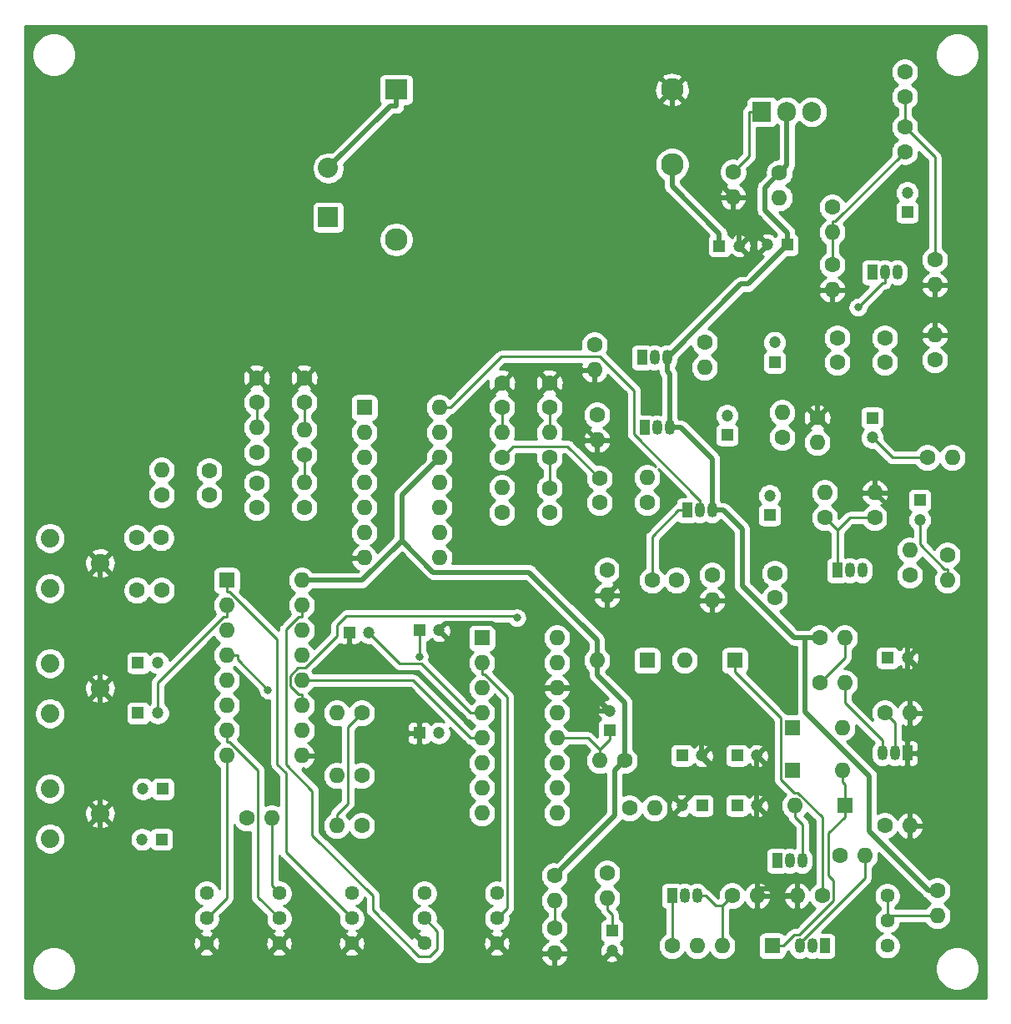
<source format=gbr>
G04 #@! TF.GenerationSoftware,KiCad,Pcbnew,5.1.5-1.fc31*
G04 #@! TF.CreationDate,2020-04-14T19:36:42+03:00*
G04 #@! TF.ProjectId,CBS logic with variable blend,43425320-6c6f-4676-9963-207769746820,rev?*
G04 #@! TF.SameCoordinates,Original*
G04 #@! TF.FileFunction,Copper,L1,Top*
G04 #@! TF.FilePolarity,Positive*
%FSLAX46Y46*%
G04 Gerber Fmt 4.6, Leading zero omitted, Abs format (unit mm)*
G04 Created by KiCad (PCBNEW 5.1.5-1.fc31) date 2020-04-14 19:36:42*
%MOMM*%
%LPD*%
G04 APERTURE LIST*
%ADD10C,1.879600*%
%ADD11C,1.600000*%
%ADD12C,1.200000*%
%ADD13R,1.200000X1.200000*%
%ADD14O,1.050000X1.500000*%
%ADD15R,1.050000X1.500000*%
%ADD16O,1.600000X1.600000*%
%ADD17C,1.440000*%
%ADD18R,1.600000X1.600000*%
%ADD19C,2.300000*%
%ADD20R,2.300000X2.000000*%
%ADD21R,2.032000X2.032000*%
%ADD22C,2.032000*%
%ADD23R,1.905000X2.000000*%
%ADD24O,1.905000X2.000000*%
%ADD25C,0.800000*%
%ADD26C,0.500000*%
%ADD27C,0.250000*%
%ADD28C,0.254000*%
G04 APERTURE END LIST*
D10*
X98160000Y-133140000D03*
X103240000Y-130600000D03*
X98160000Y-128060000D03*
X98160000Y-120440000D03*
X103240000Y-117900000D03*
X98160000Y-115360000D03*
X98160000Y-107740000D03*
X103240000Y-105200000D03*
X98160000Y-102660000D03*
D11*
X119126000Y-86400000D03*
X119126000Y-88900000D03*
X123952000Y-88900000D03*
X123952000Y-86400000D03*
X114300000Y-98298000D03*
X114300000Y-95798000D03*
X119126000Y-97068000D03*
X119126000Y-99568000D03*
X106934000Y-102616000D03*
X109434000Y-102616000D03*
X109474000Y-107950000D03*
X106974000Y-107950000D03*
X153924000Y-96560000D03*
X153924000Y-99060000D03*
X148844000Y-100076000D03*
X148844000Y-97576000D03*
X144018000Y-89408000D03*
X144018000Y-86908000D03*
X148844000Y-86908000D03*
X148844000Y-89408000D03*
X184912000Y-63460000D03*
X184912000Y-60960000D03*
X184912000Y-55372000D03*
X184912000Y-57872000D03*
D12*
X185166000Y-67596000D03*
D13*
X185166000Y-69596000D03*
X171704000Y-84804000D03*
D12*
X171704000Y-82804000D03*
X166878000Y-90202000D03*
D13*
X166878000Y-92202000D03*
X181610000Y-90456000D03*
D12*
X181610000Y-92456000D03*
X171196000Y-98330000D03*
D13*
X171196000Y-100330000D03*
X186436000Y-98806000D03*
D12*
X186436000Y-100806000D03*
X185166000Y-114808000D03*
D13*
X183166000Y-114808000D03*
X155194000Y-142494000D03*
D12*
X155194000Y-144494000D03*
X137636000Y-112014000D03*
D13*
X135636000Y-112014000D03*
X128524000Y-112268000D03*
D12*
X130524000Y-112268000D03*
X137636000Y-122428000D03*
D13*
X135636000Y-122428000D03*
D12*
X162338000Y-129794000D03*
D13*
X164338000Y-129794000D03*
X162306000Y-124714000D03*
D12*
X164306000Y-124714000D03*
D13*
X167894000Y-129794000D03*
D12*
X169894000Y-129794000D03*
X169894000Y-124714000D03*
D13*
X167894000Y-124714000D03*
X154940000Y-122174000D03*
D12*
X154940000Y-120174000D03*
D14*
X159766000Y-91440000D03*
X161036000Y-91440000D03*
D15*
X158496000Y-91440000D03*
X162814000Y-99822000D03*
D14*
X165354000Y-99822000D03*
X164084000Y-99822000D03*
X182880000Y-75692000D03*
X184150000Y-75692000D03*
D15*
X181610000Y-75692000D03*
X158242000Y-84328000D03*
D14*
X160782000Y-84328000D03*
X159512000Y-84328000D03*
X179324000Y-105918000D03*
X180594000Y-105918000D03*
D15*
X178054000Y-105918000D03*
X171958000Y-135382000D03*
D14*
X174498000Y-135382000D03*
X173228000Y-135382000D03*
X162560000Y-138938000D03*
X163830000Y-138938000D03*
D15*
X161290000Y-138938000D03*
D14*
X183896000Y-124460000D03*
X182626000Y-124460000D03*
D15*
X185166000Y-124460000D03*
X176784000Y-144018000D03*
D14*
X174244000Y-144018000D03*
X175514000Y-144018000D03*
D16*
X119126000Y-91440000D03*
D11*
X119126000Y-93980000D03*
X123952000Y-94234000D03*
D16*
X123952000Y-91694000D03*
X109474000Y-95758000D03*
D11*
X109474000Y-98298000D03*
X123952000Y-99568000D03*
D16*
X123952000Y-97028000D03*
X158750000Y-96520000D03*
D11*
X158750000Y-99060000D03*
D16*
X144018000Y-97536000D03*
D11*
X144018000Y-100076000D03*
D16*
X144018000Y-91948000D03*
D11*
X144018000Y-94488000D03*
X148844000Y-94488000D03*
D16*
X148844000Y-91948000D03*
D11*
X177546000Y-74930000D03*
D16*
X177546000Y-77470000D03*
D11*
X153416000Y-83058000D03*
D16*
X153416000Y-85598000D03*
X153670000Y-92710000D03*
D11*
X153670000Y-90170000D03*
X154686000Y-105918000D03*
D16*
X154686000Y-108458000D03*
D11*
X187960000Y-74422000D03*
D16*
X187960000Y-76962000D03*
D11*
X129794000Y-126746000D03*
D16*
X127254000Y-126746000D03*
X176022000Y-92964000D03*
D11*
X176022000Y-90424000D03*
D16*
X172466000Y-89916000D03*
D11*
X172466000Y-92456000D03*
D16*
X189738000Y-94488000D03*
D11*
X187198000Y-94488000D03*
D16*
X185420000Y-103886000D03*
D11*
X185420000Y-106426000D03*
X189230000Y-104394000D03*
D16*
X189230000Y-106934000D03*
X176784000Y-98044000D03*
D11*
X176784000Y-100584000D03*
X181864000Y-100584000D03*
D16*
X181864000Y-98044000D03*
D11*
X165354000Y-106426000D03*
D16*
X165354000Y-108966000D03*
X178816000Y-112776000D03*
D11*
X176276000Y-112776000D03*
X176276000Y-117348000D03*
D16*
X178816000Y-117348000D03*
D11*
X182880000Y-120396000D03*
D16*
X185420000Y-120396000D03*
D11*
X176530000Y-138938000D03*
D16*
X173990000Y-138938000D03*
D11*
X178308000Y-134874000D03*
D16*
X180848000Y-134874000D03*
X185420000Y-131826000D03*
D11*
X182880000Y-131826000D03*
D16*
X127254000Y-120396000D03*
D11*
X129794000Y-120396000D03*
D16*
X163830000Y-144018000D03*
D11*
X161290000Y-144018000D03*
X167386000Y-138938000D03*
D16*
X169926000Y-138938000D03*
D11*
X129794000Y-131826000D03*
D16*
X127254000Y-131826000D03*
X188214000Y-140970000D03*
D11*
X188214000Y-138430000D03*
D16*
X154686000Y-139192000D03*
D11*
X154686000Y-136652000D03*
D16*
X159512000Y-130048000D03*
D11*
X156972000Y-130048000D03*
X156464000Y-125222000D03*
D16*
X153924000Y-125222000D03*
X149352000Y-139446000D03*
D11*
X149352000Y-136906000D03*
X118110000Y-131064000D03*
D16*
X120650000Y-131064000D03*
X149352000Y-144780000D03*
D11*
X149352000Y-142240000D03*
D16*
X177546000Y-71628000D03*
D11*
X177546000Y-69088000D03*
X164592000Y-82804000D03*
D16*
X164592000Y-85344000D03*
D11*
X187960000Y-84582000D03*
D16*
X187960000Y-82042000D03*
D17*
X183134000Y-138938000D03*
X183134000Y-141478000D03*
X183134000Y-144018000D03*
X143510000Y-138684000D03*
X143510000Y-141224000D03*
X143510000Y-143764000D03*
X114046000Y-143764000D03*
X114046000Y-141224000D03*
X114046000Y-138684000D03*
X121412000Y-143764000D03*
X121412000Y-141224000D03*
X121412000Y-138684000D03*
X128778000Y-138684000D03*
X128778000Y-141224000D03*
X128778000Y-143764000D03*
X136144000Y-143764000D03*
X136144000Y-141224000D03*
X136144000Y-138684000D03*
D18*
X141986000Y-112776000D03*
D16*
X149606000Y-130556000D03*
X141986000Y-115316000D03*
X149606000Y-128016000D03*
X141986000Y-117856000D03*
X149606000Y-125476000D03*
X141986000Y-120396000D03*
X149606000Y-122936000D03*
X141986000Y-122936000D03*
X149606000Y-120396000D03*
X141986000Y-125476000D03*
X149606000Y-117856000D03*
X141986000Y-128016000D03*
X149606000Y-115316000D03*
X141986000Y-130556000D03*
X149606000Y-112776000D03*
D18*
X130048000Y-89408000D03*
D16*
X137668000Y-104648000D03*
X130048000Y-91948000D03*
X137668000Y-102108000D03*
X130048000Y-94488000D03*
X137668000Y-99568000D03*
X130048000Y-97028000D03*
X137668000Y-97028000D03*
X130048000Y-99568000D03*
X137668000Y-94488000D03*
X130048000Y-102108000D03*
X137668000Y-91948000D03*
X130048000Y-104648000D03*
X137668000Y-89408000D03*
X123698000Y-106934000D03*
X116078000Y-124714000D03*
X123698000Y-109474000D03*
X116078000Y-122174000D03*
X123698000Y-112014000D03*
X116078000Y-119634000D03*
X123698000Y-114554000D03*
X116078000Y-117094000D03*
X123698000Y-117094000D03*
X116078000Y-114554000D03*
X123698000Y-119634000D03*
X116078000Y-112014000D03*
X123698000Y-122174000D03*
X116078000Y-109474000D03*
X123698000Y-124714000D03*
D18*
X116078000Y-106934000D03*
D19*
X161300000Y-57150000D03*
D20*
X133300000Y-57150000D03*
D19*
X133300000Y-72350000D03*
X161300000Y-64750000D03*
D12*
X168100000Y-73000000D03*
D13*
X166100000Y-73000000D03*
X173000000Y-72900000D03*
D12*
X171000000Y-72900000D03*
D21*
X126400000Y-70100000D03*
D22*
X126400000Y-65101280D03*
D16*
X167500000Y-68040000D03*
D11*
X167500000Y-65500000D03*
X172200000Y-65600000D03*
D16*
X172200000Y-68140000D03*
D23*
X170400000Y-59400000D03*
D24*
X172940000Y-59400000D03*
X175480000Y-59400000D03*
D11*
X178054000Y-84836000D03*
X178054000Y-82336000D03*
X182880000Y-82336000D03*
X182880000Y-84836000D03*
X161766000Y-106934000D03*
X159266000Y-106934000D03*
X171704000Y-106212000D03*
X171704000Y-108712000D03*
D13*
X107100000Y-115300000D03*
D12*
X109100000Y-115300000D03*
X109100000Y-120400000D03*
D13*
X107100000Y-120400000D03*
X109500000Y-133200000D03*
D12*
X107500000Y-133200000D03*
X107600000Y-128100000D03*
D13*
X109600000Y-128100000D03*
D18*
X173482000Y-121920000D03*
D16*
X178562000Y-121920000D03*
D18*
X173482000Y-126238000D03*
D16*
X178562000Y-126238000D03*
X173736000Y-129794000D03*
D18*
X178816000Y-129794000D03*
D16*
X166370000Y-144018000D03*
D18*
X171450000Y-144018000D03*
D16*
X153670000Y-115062000D03*
D18*
X158750000Y-115062000D03*
X167640000Y-115062000D03*
D16*
X162560000Y-115062000D03*
D25*
X142240000Y-133604000D03*
X136652000Y-131826000D03*
X142494000Y-136144000D03*
X146812000Y-137414000D03*
X136652000Y-129032000D03*
X139446000Y-129032000D03*
X132588000Y-131826000D03*
X146558000Y-120142000D03*
X161290000Y-120904000D03*
X166370000Y-121158000D03*
X159258000Y-120904000D03*
X156972000Y-127254000D03*
X132588000Y-129032000D03*
X113284000Y-125476000D03*
X119634000Y-121412000D03*
X127508000Y-115316000D03*
X139192000Y-115062000D03*
X116586000Y-100584000D03*
X112268000Y-100584000D03*
X127000000Y-100584000D03*
X121666000Y-101092000D03*
X132080000Y-100076000D03*
X132588000Y-92456000D03*
X135382000Y-92456000D03*
X127000000Y-98044000D03*
X127000000Y-93472000D03*
X121666000Y-98298000D03*
X121666000Y-94234000D03*
X116840000Y-95250000D03*
X110490000Y-105156000D03*
X130810000Y-115316000D03*
X159004000Y-87122000D03*
X169418000Y-95250000D03*
X167894000Y-85852000D03*
X173736000Y-86868000D03*
X180086000Y-109474000D03*
X174244000Y-103378000D03*
X170434000Y-103378000D03*
X175006000Y-109220000D03*
X146304000Y-90678000D03*
X140716000Y-90424000D03*
X140462000Y-94234000D03*
X191516000Y-58420000D03*
X191516000Y-63500000D03*
X191262000Y-68580000D03*
X191262000Y-73660000D03*
X191262000Y-78740000D03*
X191262000Y-83820000D03*
X191262000Y-88900000D03*
X191770000Y-92964000D03*
X191770000Y-97790000D03*
X191770000Y-102362000D03*
X191516000Y-109220000D03*
X191516000Y-114300000D03*
X191516000Y-119380000D03*
X191516000Y-124460000D03*
X191516000Y-129540000D03*
X191516000Y-134620000D03*
X191516000Y-139700000D03*
X185420000Y-147574000D03*
X180594000Y-147574000D03*
X172720000Y-147574000D03*
X167894000Y-147574000D03*
X162560000Y-147574000D03*
X157480000Y-147574000D03*
X152400000Y-147574000D03*
X147320000Y-147574000D03*
X142240000Y-147574000D03*
X137160000Y-147574000D03*
X132080000Y-147574000D03*
X127000000Y-147574000D03*
X121920000Y-147574000D03*
X116840000Y-147574000D03*
X111760000Y-147574000D03*
X106680000Y-147574000D03*
X102616000Y-147574000D03*
X96520000Y-142240000D03*
X96520000Y-137160000D03*
X96520000Y-124714000D03*
X96520000Y-111760000D03*
X96520000Y-99568000D03*
X96520000Y-94742000D03*
X96520000Y-89662000D03*
X96520000Y-84328000D03*
X96774000Y-78740000D03*
X96774000Y-73660000D03*
X96774000Y-63754000D03*
X96774000Y-58420000D03*
X104140000Y-52070000D03*
X109220000Y-52070000D03*
X114300000Y-52070000D03*
X119380000Y-52070000D03*
X124460000Y-52070000D03*
X129540000Y-52070000D03*
X134620000Y-52070000D03*
X139700000Y-52070000D03*
X144272000Y-52070000D03*
X149860000Y-52070000D03*
X154940000Y-52070000D03*
X160020000Y-52070000D03*
X165100000Y-52070000D03*
X170180000Y-52070000D03*
X175260000Y-52070000D03*
X180340000Y-52070000D03*
X185420000Y-52070000D03*
X145552000Y-110731600D03*
X135636000Y-114645600D03*
X180184100Y-79224900D03*
X120306200Y-118058800D03*
D26*
X176022000Y-90424000D02*
X181864000Y-96266000D01*
X181864000Y-96266000D02*
X181864000Y-96593700D01*
X176022000Y-90424000D02*
X176022000Y-80444300D01*
X176022000Y-80444300D02*
X177546000Y-78920300D01*
X181864000Y-98044000D02*
X181864000Y-96593700D01*
X181864000Y-98044000D02*
X183345400Y-99525400D01*
X183345400Y-99525400D02*
X183345400Y-109419400D01*
X183345400Y-109419400D02*
X185166000Y-111240000D01*
X185166000Y-111240000D02*
X185166000Y-114808000D01*
X185420000Y-118945700D02*
X185166000Y-118691700D01*
X185166000Y-118691700D02*
X185166000Y-114808000D01*
X169894000Y-126249500D02*
X169894000Y-124714000D01*
X169894000Y-129794000D02*
X169894000Y-126249500D01*
X169894000Y-126249500D02*
X165697000Y-126249500D01*
X165697000Y-126249500D02*
X164306000Y-124858500D01*
X164306000Y-124858500D02*
X164306000Y-124714000D01*
X165697000Y-126249500D02*
X162338000Y-129608500D01*
X162338000Y-129608500D02*
X162338000Y-129794000D01*
X165354000Y-110416300D02*
X164306000Y-111464300D01*
X164306000Y-111464300D02*
X164306000Y-124714000D01*
X173990000Y-138938000D02*
X172539700Y-138938000D01*
X169926000Y-138212800D02*
X171814500Y-138212800D01*
X171814500Y-138212800D02*
X172539700Y-138938000D01*
X169926000Y-138212800D02*
X169926000Y-137487700D01*
X169926000Y-138938000D02*
X169926000Y-138212800D01*
X167500000Y-69490300D02*
X168100000Y-70090300D01*
X168100000Y-70090300D02*
X168100000Y-73000000D01*
X185420000Y-120396000D02*
X185420000Y-118945700D01*
X165354000Y-108966000D02*
X165354000Y-110416300D01*
X169926000Y-137487700D02*
X169894000Y-137455700D01*
X169894000Y-137455700D02*
X169894000Y-129794000D01*
X149606000Y-117856000D02*
X151056300Y-117856000D01*
X154940000Y-120174000D02*
X153374300Y-120174000D01*
X153374300Y-120174000D02*
X151056300Y-117856000D01*
X152177400Y-88167600D02*
X150103600Y-88167600D01*
X150103600Y-88167600D02*
X148844000Y-86908000D01*
X153416000Y-87048300D02*
X152296700Y-88167600D01*
X152296700Y-88167600D02*
X152177400Y-88167600D01*
X152177400Y-88167600D02*
X152177400Y-91217400D01*
X152177400Y-91217400D02*
X153670000Y-92710000D01*
X103240000Y-117900000D02*
X103240000Y-105200000D01*
X103240000Y-130600000D02*
X103240000Y-117900000D01*
X137636000Y-112014000D02*
X138324400Y-111325600D01*
X138324400Y-111325600D02*
X143075600Y-111325600D01*
X143075600Y-111325600D02*
X148155700Y-116405700D01*
X148155700Y-116405700D02*
X148155700Y-117856000D01*
X177546000Y-77470000D02*
X177546000Y-78920300D01*
X153670000Y-92710000D02*
X153670000Y-94160300D01*
X153670000Y-94160300D02*
X156144100Y-96634400D01*
X156144100Y-96634400D02*
X156144100Y-106999900D01*
X156144100Y-106999900D02*
X154686000Y-108458000D01*
X114046000Y-143764000D02*
X103240000Y-132958000D01*
X103240000Y-132958000D02*
X103240000Y-130600000D01*
X149606000Y-117856000D02*
X148155700Y-117856000D01*
X135636000Y-122428000D02*
X135636000Y-123678300D01*
X135636000Y-123678300D02*
X134738700Y-124575600D01*
X134738700Y-124575600D02*
X134738700Y-142358700D01*
X134738700Y-142358700D02*
X136144000Y-143764000D01*
X167500000Y-68040000D02*
X167500000Y-69490300D01*
X153416000Y-85598000D02*
X153416000Y-87048300D01*
X161300000Y-57150000D02*
X161300000Y-61840000D01*
X161300000Y-61840000D02*
X167500000Y-68040000D01*
D27*
X119126000Y-91440000D02*
X119126000Y-88900000D01*
X123952000Y-91694000D02*
X123952000Y-88900000D01*
X123952000Y-97028000D02*
X123952000Y-94234000D01*
X144018000Y-94488000D02*
X145166700Y-93339300D01*
X145166700Y-93339300D02*
X150703300Y-93339300D01*
X150703300Y-93339300D02*
X153924000Y-96560000D01*
X148844000Y-94488000D02*
X148844000Y-97576000D01*
X144018000Y-91948000D02*
X144018000Y-89408000D01*
X148844000Y-91948000D02*
X148844000Y-89408000D01*
X177546000Y-71628000D02*
X177546000Y-70502700D01*
X177546000Y-70502700D02*
X177869300Y-70502700D01*
X177869300Y-70502700D02*
X184912000Y-63460000D01*
X177546000Y-74930000D02*
X177546000Y-71628000D01*
X184912000Y-57872000D02*
X184912000Y-60960000D01*
X187960000Y-74422000D02*
X187960000Y-64008000D01*
X187960000Y-64008000D02*
X184912000Y-60960000D01*
X123698000Y-119634000D02*
X123698000Y-118508700D01*
X123698000Y-118508700D02*
X123416700Y-118508700D01*
X123416700Y-118508700D02*
X122557600Y-117649600D01*
X122557600Y-117649600D02*
X122557600Y-116606700D01*
X122557600Y-116606700D02*
X123340300Y-115824000D01*
X123340300Y-115824000D02*
X124040100Y-115824000D01*
X124040100Y-115824000D02*
X127299400Y-112564700D01*
X127299400Y-112564700D02*
X127299400Y-111502300D01*
X127299400Y-111502300D02*
X128251500Y-110550200D01*
X128251500Y-110550200D02*
X145370600Y-110550200D01*
X145370600Y-110550200D02*
X145552000Y-110731600D01*
X187198000Y-94488000D02*
X183642000Y-94488000D01*
X183642000Y-94488000D02*
X181610000Y-92456000D01*
X162814000Y-99822000D02*
X161963700Y-99822000D01*
X159266000Y-106934000D02*
X159266000Y-102519700D01*
X159266000Y-102519700D02*
X161963700Y-99822000D01*
X178054000Y-101854000D02*
X178054000Y-105918000D01*
X176784000Y-100584000D02*
X178054000Y-101854000D01*
X181864000Y-100584000D02*
X179324000Y-100584000D01*
X179324000Y-100584000D02*
X178054000Y-101854000D01*
X189230000Y-106934000D02*
X189230000Y-105808700D01*
X189230000Y-105808700D02*
X188948600Y-105808700D01*
X188948600Y-105808700D02*
X186436000Y-103296100D01*
X186436000Y-103296100D02*
X186436000Y-100806000D01*
X176276000Y-117348000D02*
X178816000Y-114808000D01*
X178816000Y-114808000D02*
X178816000Y-112776000D01*
X154686000Y-139192000D02*
X154686000Y-140317300D01*
X154686000Y-140317300D02*
X155194000Y-140825300D01*
X155194000Y-140825300D02*
X155194000Y-142494000D01*
X135636000Y-112014000D02*
X135636000Y-114645600D01*
X130524000Y-112268000D02*
X133626900Y-115370900D01*
X133626900Y-115370900D02*
X135835600Y-115370900D01*
X135835600Y-115370900D02*
X140860700Y-120396000D01*
X141986000Y-120396000D02*
X140860700Y-120396000D01*
X149606000Y-122936000D02*
X152763300Y-122936000D01*
X152763300Y-122936000D02*
X153924000Y-124096700D01*
X153924000Y-125222000D02*
X153924000Y-124096700D01*
X154940000Y-122174000D02*
X154940000Y-123099300D01*
X154940000Y-123099300D02*
X153942600Y-124096700D01*
X153942600Y-124096700D02*
X153924000Y-124096700D01*
X116078000Y-109474000D02*
X116078000Y-110599300D01*
X116078000Y-110599300D02*
X115796600Y-110599300D01*
X115796600Y-110599300D02*
X109100000Y-117295900D01*
X109100000Y-117295900D02*
X109100000Y-120400000D01*
X182880000Y-120396000D02*
X183896000Y-121412000D01*
X183896000Y-121412000D02*
X183896000Y-124460000D01*
X178816000Y-129794000D02*
X178816000Y-130919300D01*
X171450000Y-144018000D02*
X172575300Y-144018000D01*
X172575300Y-144018000D02*
X173700600Y-142892700D01*
X173700600Y-142892700D02*
X174221300Y-142892700D01*
X174221300Y-142892700D02*
X177678400Y-139435600D01*
X177678400Y-139435600D02*
X177678400Y-137390600D01*
X177678400Y-137390600D02*
X177154900Y-136867100D01*
X177154900Y-136867100D02*
X177154900Y-132580400D01*
X177154900Y-132580400D02*
X178816000Y-130919300D01*
X178562000Y-127363300D02*
X178816000Y-127617300D01*
X178816000Y-127617300D02*
X178816000Y-129794000D01*
X178562000Y-126238000D02*
X178562000Y-127363300D01*
X173736000Y-129794000D02*
X173736000Y-130919300D01*
X173736000Y-130919300D02*
X174498000Y-131681300D01*
X174498000Y-131681300D02*
X174498000Y-135382000D01*
X166370000Y-139954000D02*
X167386000Y-138938000D01*
X166370000Y-144018000D02*
X166370000Y-139954000D01*
X166370000Y-139954000D02*
X165696300Y-139954000D01*
X165696300Y-139954000D02*
X164680300Y-138938000D01*
X163830000Y-138938000D02*
X164680300Y-138938000D01*
D26*
X173000000Y-72900000D02*
X173000000Y-71649700D01*
X173000000Y-71649700D02*
X170714300Y-69364000D01*
X170714300Y-69364000D02*
X170714300Y-67085700D01*
X170714300Y-67085700D02*
X172200000Y-65600000D01*
X160782000Y-84337700D02*
X168251600Y-76868100D01*
X168251600Y-76868100D02*
X169031900Y-76868100D01*
X169031900Y-76868100D02*
X173000000Y-72900000D01*
X153670000Y-115062000D02*
X153670000Y-112972000D01*
X153670000Y-112972000D02*
X146796400Y-106098400D01*
X146796400Y-106098400D02*
X137061400Y-106098400D01*
X137061400Y-106098400D02*
X133858000Y-102895000D01*
X133858000Y-102895000D02*
X133858000Y-98298000D01*
X133858000Y-98298000D02*
X137668000Y-94488000D01*
X123698000Y-106934000D02*
X129819000Y-106934000D01*
X129819000Y-106934000D02*
X133858000Y-102895000D01*
X153670000Y-115787100D02*
X153670000Y-115062000D01*
X174823700Y-112776000D02*
X173701000Y-112776000D01*
X173701000Y-112776000D02*
X168422100Y-107497100D01*
X168422100Y-107497100D02*
X168422100Y-101714800D01*
X168422100Y-101714800D02*
X166529300Y-99822000D01*
X176276000Y-112776000D02*
X174823700Y-112776000D01*
X174823700Y-112776000D02*
X174823700Y-120309900D01*
X174823700Y-120309900D02*
X181301600Y-126787800D01*
X181301600Y-126787800D02*
X181301600Y-132373200D01*
X181301600Y-132373200D02*
X187358400Y-138430000D01*
X187358400Y-138430000D02*
X188214000Y-138430000D01*
X165354000Y-99822000D02*
X166529300Y-99822000D01*
X161036000Y-91440000D02*
X162211300Y-91440000D01*
X162211300Y-91440000D02*
X165354000Y-94582700D01*
X165354000Y-94582700D02*
X165354000Y-99822000D01*
X160782000Y-85728300D02*
X161036000Y-85982300D01*
X161036000Y-85982300D02*
X161036000Y-91440000D01*
X153670000Y-115787100D02*
X153670000Y-116512300D01*
X160782000Y-84337700D02*
X160782000Y-85728300D01*
X160782000Y-84328000D02*
X160782000Y-84337700D01*
X149352000Y-136906000D02*
X155461000Y-130797000D01*
X155461000Y-130797000D02*
X155461000Y-126225000D01*
X155461000Y-126225000D02*
X156464000Y-125222000D01*
X172940000Y-59400000D02*
X172940000Y-64860000D01*
X172940000Y-64860000D02*
X172200000Y-65600000D01*
X153670000Y-116512300D02*
X156464000Y-119306300D01*
X156464000Y-119306300D02*
X156464000Y-125222000D01*
D27*
X167640000Y-115062000D02*
X167640000Y-116187300D01*
X167640000Y-116187300D02*
X172356700Y-120904000D01*
X172356700Y-120904000D02*
X172356700Y-127172800D01*
X172356700Y-127172800D02*
X173676900Y-128493000D01*
X173676900Y-128493000D02*
X174047800Y-128493000D01*
X174047800Y-128493000D02*
X176530000Y-130975200D01*
X176530000Y-130975200D02*
X176530000Y-138938000D01*
X164084000Y-99822000D02*
X164084000Y-98746700D01*
X137668000Y-89408000D02*
X138793300Y-89408000D01*
X138793300Y-89408000D02*
X143961400Y-84239900D01*
X143961400Y-84239900D02*
X153995400Y-84239900D01*
X153995400Y-84239900D02*
X157411800Y-87656300D01*
X157411800Y-87656300D02*
X157411800Y-92091500D01*
X157411800Y-92091500D02*
X164067000Y-98746700D01*
X164067000Y-98746700D02*
X164084000Y-98746700D01*
X182880000Y-75692000D02*
X182880000Y-76767300D01*
X180184100Y-79224900D02*
X182641700Y-76767300D01*
X182641700Y-76767300D02*
X182880000Y-76767300D01*
X161290000Y-144018000D02*
X161290000Y-138938000D01*
X178816000Y-117348000D02*
X178816000Y-119384200D01*
X178816000Y-119384200D02*
X182626000Y-123194200D01*
X182626000Y-123194200D02*
X182626000Y-124460000D01*
X180848000Y-134874000D02*
X180848000Y-137152200D01*
X180848000Y-137152200D02*
X174244000Y-143756200D01*
X174244000Y-143756200D02*
X174244000Y-144018000D01*
X127254000Y-131826000D02*
X127254000Y-130700700D01*
X127254000Y-130700700D02*
X128379300Y-129575400D01*
X128379300Y-129575400D02*
X128379300Y-121810700D01*
X128379300Y-121810700D02*
X129794000Y-120396000D01*
X183134000Y-140970000D02*
X183134000Y-138938000D01*
X183134000Y-141478000D02*
X183134000Y-140970000D01*
X183134000Y-140970000D02*
X187088700Y-140970000D01*
X188214000Y-140970000D02*
X187088700Y-140970000D01*
X149352000Y-142240000D02*
X149352000Y-139446000D01*
X121412000Y-138684000D02*
X120650000Y-137922000D01*
X120650000Y-137922000D02*
X120650000Y-131064000D01*
X141986000Y-115316000D02*
X141986000Y-116441300D01*
X141986000Y-116441300D02*
X142267300Y-116441300D01*
X142267300Y-116441300D02*
X144560800Y-118734800D01*
X144560800Y-118734800D02*
X144560800Y-140173200D01*
X144560800Y-140173200D02*
X143510000Y-141224000D01*
X116078000Y-124714000D02*
X116078000Y-139192000D01*
X116078000Y-139192000D02*
X114046000Y-141224000D01*
X116078000Y-122174000D02*
X116078000Y-123299300D01*
X116078000Y-123299300D02*
X116359300Y-123299300D01*
X116359300Y-123299300D02*
X119247300Y-126187300D01*
X119247300Y-126187300D02*
X119247300Y-139059300D01*
X119247300Y-139059300D02*
X121412000Y-141224000D01*
X116078000Y-108059300D02*
X116359300Y-108059300D01*
X116359300Y-108059300D02*
X121231800Y-112931800D01*
X121231800Y-112931800D02*
X121231800Y-125589000D01*
X121231800Y-125589000D02*
X122094000Y-126451200D01*
X122094000Y-126451200D02*
X122094000Y-134540000D01*
X122094000Y-134540000D02*
X128778000Y-141224000D01*
X116078000Y-106934000D02*
X116078000Y-108059300D01*
X123698000Y-109474000D02*
X123698000Y-110599300D01*
X123698000Y-110599300D02*
X123416700Y-110599300D01*
X123416700Y-110599300D02*
X122107200Y-111908800D01*
X122107200Y-111908800D02*
X122107200Y-125602200D01*
X122107200Y-125602200D02*
X124796600Y-128291600D01*
X124796600Y-128291600D02*
X124796600Y-132766500D01*
X124796600Y-132766500D02*
X130919400Y-138889300D01*
X130919400Y-138889300D02*
X130919400Y-140362100D01*
X130919400Y-140362100D02*
X135617800Y-145060500D01*
X135617800Y-145060500D02*
X136661300Y-145060500D01*
X136661300Y-145060500D02*
X137438600Y-144283200D01*
X137438600Y-144283200D02*
X137438600Y-142518600D01*
X137438600Y-142518600D02*
X136144000Y-141224000D01*
X116078000Y-114554000D02*
X117203300Y-114554000D01*
X117203300Y-114554000D02*
X117203300Y-114955900D01*
X117203300Y-114955900D02*
X120306200Y-118058800D01*
X141986000Y-122936000D02*
X140860700Y-122936000D01*
X123698000Y-117094000D02*
X135018700Y-117094000D01*
X135018700Y-117094000D02*
X140860700Y-122936000D01*
X170400000Y-59400000D02*
X169122200Y-59400000D01*
X169122200Y-59400000D02*
X169122200Y-63877800D01*
X169122200Y-63877800D02*
X167500000Y-65500000D01*
D26*
X166100000Y-73000000D02*
X166100000Y-71749700D01*
X161300000Y-64750000D02*
X161300000Y-66949700D01*
X161300000Y-66949700D02*
X166100000Y-71749700D01*
X133300000Y-57150000D02*
X133300000Y-58800300D01*
X126400000Y-65101300D02*
X132701000Y-58800300D01*
X132701000Y-58800300D02*
X133300000Y-58800300D01*
D28*
G36*
X193142000Y-50697746D02*
G01*
X193142001Y-149340000D01*
X95660000Y-149340000D01*
X95660000Y-146083872D01*
X96317000Y-146083872D01*
X96317000Y-146524128D01*
X96402890Y-146955925D01*
X96571369Y-147362669D01*
X96815962Y-147728729D01*
X97127271Y-148040038D01*
X97493331Y-148284631D01*
X97900075Y-148453110D01*
X98331872Y-148539000D01*
X98772128Y-148539000D01*
X99203925Y-148453110D01*
X99610669Y-148284631D01*
X99976729Y-148040038D01*
X100288038Y-147728729D01*
X100532631Y-147362669D01*
X100701110Y-146955925D01*
X100787000Y-146524128D01*
X100787000Y-146083872D01*
X100701110Y-145652075D01*
X100532631Y-145245331D01*
X100288038Y-144879271D01*
X100108327Y-144699560D01*
X113290045Y-144699560D01*
X113351932Y-144935368D01*
X113593790Y-145048266D01*
X113853027Y-145111811D01*
X114119680Y-145123561D01*
X114383501Y-145083063D01*
X114634353Y-144991875D01*
X114740068Y-144935368D01*
X114801955Y-144699560D01*
X120656045Y-144699560D01*
X120717932Y-144935368D01*
X120959790Y-145048266D01*
X121219027Y-145111811D01*
X121485680Y-145123561D01*
X121749501Y-145083063D01*
X122000353Y-144991875D01*
X122106068Y-144935368D01*
X122167955Y-144699560D01*
X128022045Y-144699560D01*
X128083932Y-144935368D01*
X128325790Y-145048266D01*
X128585027Y-145111811D01*
X128851680Y-145123561D01*
X129115501Y-145083063D01*
X129366353Y-144991875D01*
X129472068Y-144935368D01*
X129533955Y-144699560D01*
X128778000Y-143943605D01*
X128022045Y-144699560D01*
X122167955Y-144699560D01*
X121412000Y-143943605D01*
X120656045Y-144699560D01*
X114801955Y-144699560D01*
X114046000Y-143943605D01*
X113290045Y-144699560D01*
X100108327Y-144699560D01*
X99976729Y-144567962D01*
X99610669Y-144323369D01*
X99203925Y-144154890D01*
X98772128Y-144069000D01*
X98331872Y-144069000D01*
X97900075Y-144154890D01*
X97493331Y-144323369D01*
X97127271Y-144567962D01*
X96815962Y-144879271D01*
X96571369Y-145245331D01*
X96402890Y-145652075D01*
X96317000Y-146083872D01*
X95660000Y-146083872D01*
X95660000Y-143837680D01*
X112686439Y-143837680D01*
X112726937Y-144101501D01*
X112818125Y-144352353D01*
X112874632Y-144458068D01*
X113110440Y-144519955D01*
X113866395Y-143764000D01*
X114225605Y-143764000D01*
X114981560Y-144519955D01*
X115217368Y-144458068D01*
X115330266Y-144216210D01*
X115393811Y-143956973D01*
X115399067Y-143837680D01*
X120052439Y-143837680D01*
X120092937Y-144101501D01*
X120184125Y-144352353D01*
X120240632Y-144458068D01*
X120476440Y-144519955D01*
X121232395Y-143764000D01*
X121591605Y-143764000D01*
X122347560Y-144519955D01*
X122583368Y-144458068D01*
X122696266Y-144216210D01*
X122759811Y-143956973D01*
X122765067Y-143837680D01*
X127418439Y-143837680D01*
X127458937Y-144101501D01*
X127550125Y-144352353D01*
X127606632Y-144458068D01*
X127842440Y-144519955D01*
X128598395Y-143764000D01*
X128957605Y-143764000D01*
X129713560Y-144519955D01*
X129949368Y-144458068D01*
X130062266Y-144216210D01*
X130125811Y-143956973D01*
X130137561Y-143690320D01*
X130097063Y-143426499D01*
X130005875Y-143175647D01*
X129949368Y-143069932D01*
X129713560Y-143008045D01*
X128957605Y-143764000D01*
X128598395Y-143764000D01*
X127842440Y-143008045D01*
X127606632Y-143069932D01*
X127493734Y-143311790D01*
X127430189Y-143571027D01*
X127418439Y-143837680D01*
X122765067Y-143837680D01*
X122771561Y-143690320D01*
X122731063Y-143426499D01*
X122639875Y-143175647D01*
X122583368Y-143069932D01*
X122347560Y-143008045D01*
X121591605Y-143764000D01*
X121232395Y-143764000D01*
X120476440Y-143008045D01*
X120240632Y-143069932D01*
X120127734Y-143311790D01*
X120064189Y-143571027D01*
X120052439Y-143837680D01*
X115399067Y-143837680D01*
X115405561Y-143690320D01*
X115365063Y-143426499D01*
X115273875Y-143175647D01*
X115217368Y-143069932D01*
X114981560Y-143008045D01*
X114225605Y-143764000D01*
X113866395Y-143764000D01*
X113110440Y-143008045D01*
X112874632Y-143069932D01*
X112761734Y-143311790D01*
X112698189Y-143571027D01*
X112686439Y-143837680D01*
X95660000Y-143837680D01*
X95660000Y-132984896D01*
X96585200Y-132984896D01*
X96585200Y-133295104D01*
X96645718Y-133599352D01*
X96764430Y-133885948D01*
X96936773Y-134143877D01*
X97156123Y-134363227D01*
X97414052Y-134535570D01*
X97700648Y-134654282D01*
X98004896Y-134714800D01*
X98315104Y-134714800D01*
X98619352Y-134654282D01*
X98905948Y-134535570D01*
X99163877Y-134363227D01*
X99383227Y-134143877D01*
X99555570Y-133885948D01*
X99674282Y-133599352D01*
X99734800Y-133295104D01*
X99734800Y-133078363D01*
X106265000Y-133078363D01*
X106265000Y-133321637D01*
X106312460Y-133560236D01*
X106405557Y-133784992D01*
X106540713Y-133987267D01*
X106712733Y-134159287D01*
X106915008Y-134294443D01*
X107139764Y-134387540D01*
X107378363Y-134435000D01*
X107621637Y-134435000D01*
X107860236Y-134387540D01*
X108084992Y-134294443D01*
X108287267Y-134159287D01*
X108342501Y-134104053D01*
X108369463Y-134154494D01*
X108448815Y-134251185D01*
X108545506Y-134330537D01*
X108655820Y-134389502D01*
X108775518Y-134425812D01*
X108900000Y-134438072D01*
X110100000Y-134438072D01*
X110224482Y-134425812D01*
X110344180Y-134389502D01*
X110454494Y-134330537D01*
X110551185Y-134251185D01*
X110630537Y-134154494D01*
X110689502Y-134044180D01*
X110725812Y-133924482D01*
X110738072Y-133800000D01*
X110738072Y-132600000D01*
X110725812Y-132475518D01*
X110689502Y-132355820D01*
X110630537Y-132245506D01*
X110551185Y-132148815D01*
X110454494Y-132069463D01*
X110344180Y-132010498D01*
X110224482Y-131974188D01*
X110100000Y-131961928D01*
X108900000Y-131961928D01*
X108775518Y-131974188D01*
X108655820Y-132010498D01*
X108545506Y-132069463D01*
X108448815Y-132148815D01*
X108369463Y-132245506D01*
X108342501Y-132295947D01*
X108287267Y-132240713D01*
X108084992Y-132105557D01*
X107860236Y-132012460D01*
X107621637Y-131965000D01*
X107378363Y-131965000D01*
X107139764Y-132012460D01*
X106915008Y-132105557D01*
X106712733Y-132240713D01*
X106540713Y-132412733D01*
X106405557Y-132615008D01*
X106312460Y-132839764D01*
X106265000Y-133078363D01*
X99734800Y-133078363D01*
X99734800Y-132984896D01*
X99674282Y-132680648D01*
X99555570Y-132394052D01*
X99383227Y-132136123D01*
X99163877Y-131916773D01*
X98905948Y-131744430D01*
X98780521Y-131692476D01*
X102327129Y-131692476D01*
X102415623Y-131950723D01*
X102694976Y-132085597D01*
X102995275Y-132163381D01*
X103304977Y-132181084D01*
X103612184Y-132138027D01*
X103905086Y-132035865D01*
X104064377Y-131950723D01*
X104152871Y-131692476D01*
X103240000Y-130779605D01*
X102327129Y-131692476D01*
X98780521Y-131692476D01*
X98619352Y-131625718D01*
X98315104Y-131565200D01*
X98004896Y-131565200D01*
X97700648Y-131625718D01*
X97414052Y-131744430D01*
X97156123Y-131916773D01*
X96936773Y-132136123D01*
X96764430Y-132394052D01*
X96645718Y-132680648D01*
X96585200Y-132984896D01*
X95660000Y-132984896D01*
X95660000Y-130664977D01*
X101658916Y-130664977D01*
X101701973Y-130972184D01*
X101804135Y-131265086D01*
X101889277Y-131424377D01*
X102147524Y-131512871D01*
X103060395Y-130600000D01*
X103419605Y-130600000D01*
X104332476Y-131512871D01*
X104590723Y-131424377D01*
X104725597Y-131145024D01*
X104803381Y-130844725D01*
X104821084Y-130535023D01*
X104778027Y-130227816D01*
X104675865Y-129934914D01*
X104590723Y-129775623D01*
X104332476Y-129687129D01*
X103419605Y-130600000D01*
X103060395Y-130600000D01*
X102147524Y-129687129D01*
X101889277Y-129775623D01*
X101754403Y-130054976D01*
X101676619Y-130355275D01*
X101658916Y-130664977D01*
X95660000Y-130664977D01*
X95660000Y-127904896D01*
X96585200Y-127904896D01*
X96585200Y-128215104D01*
X96645718Y-128519352D01*
X96764430Y-128805948D01*
X96936773Y-129063877D01*
X97156123Y-129283227D01*
X97414052Y-129455570D01*
X97700648Y-129574282D01*
X98004896Y-129634800D01*
X98315104Y-129634800D01*
X98619352Y-129574282D01*
X98780520Y-129507524D01*
X102327129Y-129507524D01*
X103240000Y-130420395D01*
X104152871Y-129507524D01*
X104064377Y-129249277D01*
X103785024Y-129114403D01*
X103484725Y-129036619D01*
X103175023Y-129018916D01*
X102867816Y-129061973D01*
X102574914Y-129164135D01*
X102415623Y-129249277D01*
X102327129Y-129507524D01*
X98780520Y-129507524D01*
X98905948Y-129455570D01*
X99163877Y-129283227D01*
X99383227Y-129063877D01*
X99555570Y-128805948D01*
X99674282Y-128519352D01*
X99734800Y-128215104D01*
X99734800Y-127978363D01*
X106365000Y-127978363D01*
X106365000Y-128221637D01*
X106412460Y-128460236D01*
X106505557Y-128684992D01*
X106640713Y-128887267D01*
X106812733Y-129059287D01*
X107015008Y-129194443D01*
X107239764Y-129287540D01*
X107478363Y-129335000D01*
X107721637Y-129335000D01*
X107960236Y-129287540D01*
X108184992Y-129194443D01*
X108387267Y-129059287D01*
X108442501Y-129004053D01*
X108469463Y-129054494D01*
X108548815Y-129151185D01*
X108645506Y-129230537D01*
X108755820Y-129289502D01*
X108875518Y-129325812D01*
X109000000Y-129338072D01*
X110200000Y-129338072D01*
X110324482Y-129325812D01*
X110444180Y-129289502D01*
X110554494Y-129230537D01*
X110651185Y-129151185D01*
X110730537Y-129054494D01*
X110789502Y-128944180D01*
X110825812Y-128824482D01*
X110838072Y-128700000D01*
X110838072Y-127500000D01*
X110825812Y-127375518D01*
X110789502Y-127255820D01*
X110730537Y-127145506D01*
X110651185Y-127048815D01*
X110554494Y-126969463D01*
X110444180Y-126910498D01*
X110324482Y-126874188D01*
X110200000Y-126861928D01*
X109000000Y-126861928D01*
X108875518Y-126874188D01*
X108755820Y-126910498D01*
X108645506Y-126969463D01*
X108548815Y-127048815D01*
X108469463Y-127145506D01*
X108442501Y-127195947D01*
X108387267Y-127140713D01*
X108184992Y-127005557D01*
X107960236Y-126912460D01*
X107721637Y-126865000D01*
X107478363Y-126865000D01*
X107239764Y-126912460D01*
X107015008Y-127005557D01*
X106812733Y-127140713D01*
X106640713Y-127312733D01*
X106505557Y-127515008D01*
X106412460Y-127739764D01*
X106365000Y-127978363D01*
X99734800Y-127978363D01*
X99734800Y-127904896D01*
X99674282Y-127600648D01*
X99555570Y-127314052D01*
X99383227Y-127056123D01*
X99163877Y-126836773D01*
X98905948Y-126664430D01*
X98619352Y-126545718D01*
X98315104Y-126485200D01*
X98004896Y-126485200D01*
X97700648Y-126545718D01*
X97414052Y-126664430D01*
X97156123Y-126836773D01*
X96936773Y-127056123D01*
X96764430Y-127314052D01*
X96645718Y-127600648D01*
X96585200Y-127904896D01*
X95660000Y-127904896D01*
X95660000Y-120284896D01*
X96585200Y-120284896D01*
X96585200Y-120595104D01*
X96645718Y-120899352D01*
X96764430Y-121185948D01*
X96936773Y-121443877D01*
X97156123Y-121663227D01*
X97414052Y-121835570D01*
X97700648Y-121954282D01*
X98004896Y-122014800D01*
X98315104Y-122014800D01*
X98619352Y-121954282D01*
X98905948Y-121835570D01*
X99163877Y-121663227D01*
X99383227Y-121443877D01*
X99555570Y-121185948D01*
X99674282Y-120899352D01*
X99734800Y-120595104D01*
X99734800Y-120284896D01*
X99674282Y-119980648D01*
X99555570Y-119694052D01*
X99383227Y-119436123D01*
X99163877Y-119216773D01*
X98905948Y-119044430D01*
X98780521Y-118992476D01*
X102327129Y-118992476D01*
X102415623Y-119250723D01*
X102694976Y-119385597D01*
X102995275Y-119463381D01*
X103304977Y-119481084D01*
X103612184Y-119438027D01*
X103905086Y-119335865D01*
X104064377Y-119250723D01*
X104152871Y-118992476D01*
X103240000Y-118079605D01*
X102327129Y-118992476D01*
X98780521Y-118992476D01*
X98619352Y-118925718D01*
X98315104Y-118865200D01*
X98004896Y-118865200D01*
X97700648Y-118925718D01*
X97414052Y-119044430D01*
X97156123Y-119216773D01*
X96936773Y-119436123D01*
X96764430Y-119694052D01*
X96645718Y-119980648D01*
X96585200Y-120284896D01*
X95660000Y-120284896D01*
X95660000Y-117964977D01*
X101658916Y-117964977D01*
X101701973Y-118272184D01*
X101804135Y-118565086D01*
X101889277Y-118724377D01*
X102147524Y-118812871D01*
X103060395Y-117900000D01*
X103419605Y-117900000D01*
X104332476Y-118812871D01*
X104590723Y-118724377D01*
X104725597Y-118445024D01*
X104803381Y-118144725D01*
X104821084Y-117835023D01*
X104778027Y-117527816D01*
X104675865Y-117234914D01*
X104590723Y-117075623D01*
X104332476Y-116987129D01*
X103419605Y-117900000D01*
X103060395Y-117900000D01*
X102147524Y-116987129D01*
X101889277Y-117075623D01*
X101754403Y-117354976D01*
X101676619Y-117655275D01*
X101658916Y-117964977D01*
X95660000Y-117964977D01*
X95660000Y-115204896D01*
X96585200Y-115204896D01*
X96585200Y-115515104D01*
X96645718Y-115819352D01*
X96764430Y-116105948D01*
X96936773Y-116363877D01*
X97156123Y-116583227D01*
X97414052Y-116755570D01*
X97700648Y-116874282D01*
X98004896Y-116934800D01*
X98315104Y-116934800D01*
X98619352Y-116874282D01*
X98780520Y-116807524D01*
X102327129Y-116807524D01*
X103240000Y-117720395D01*
X104152871Y-116807524D01*
X104064377Y-116549277D01*
X103785024Y-116414403D01*
X103484725Y-116336619D01*
X103175023Y-116318916D01*
X102867816Y-116361973D01*
X102574914Y-116464135D01*
X102415623Y-116549277D01*
X102327129Y-116807524D01*
X98780520Y-116807524D01*
X98905948Y-116755570D01*
X99163877Y-116583227D01*
X99383227Y-116363877D01*
X99555570Y-116105948D01*
X99674282Y-115819352D01*
X99734800Y-115515104D01*
X99734800Y-115204896D01*
X99674282Y-114900648D01*
X99591171Y-114700000D01*
X105861928Y-114700000D01*
X105861928Y-115900000D01*
X105874188Y-116024482D01*
X105910498Y-116144180D01*
X105969463Y-116254494D01*
X106048815Y-116351185D01*
X106145506Y-116430537D01*
X106255820Y-116489502D01*
X106375518Y-116525812D01*
X106500000Y-116538072D01*
X107700000Y-116538072D01*
X107824482Y-116525812D01*
X107944180Y-116489502D01*
X108054494Y-116430537D01*
X108151185Y-116351185D01*
X108230537Y-116254494D01*
X108257499Y-116204053D01*
X108312733Y-116259287D01*
X108515008Y-116394443D01*
X108739764Y-116487540D01*
X108817997Y-116503102D01*
X108589003Y-116732096D01*
X108559999Y-116755899D01*
X108522368Y-116801753D01*
X108465026Y-116871624D01*
X108406402Y-116981301D01*
X108394454Y-117003654D01*
X108350997Y-117146915D01*
X108340000Y-117258568D01*
X108340000Y-117258578D01*
X108336324Y-117295900D01*
X108340000Y-117333223D01*
X108340001Y-119422493D01*
X108312733Y-119440713D01*
X108257499Y-119495947D01*
X108230537Y-119445506D01*
X108151185Y-119348815D01*
X108054494Y-119269463D01*
X107944180Y-119210498D01*
X107824482Y-119174188D01*
X107700000Y-119161928D01*
X106500000Y-119161928D01*
X106375518Y-119174188D01*
X106255820Y-119210498D01*
X106145506Y-119269463D01*
X106048815Y-119348815D01*
X105969463Y-119445506D01*
X105910498Y-119555820D01*
X105874188Y-119675518D01*
X105861928Y-119800000D01*
X105861928Y-121000000D01*
X105874188Y-121124482D01*
X105910498Y-121244180D01*
X105969463Y-121354494D01*
X106048815Y-121451185D01*
X106145506Y-121530537D01*
X106255820Y-121589502D01*
X106375518Y-121625812D01*
X106500000Y-121638072D01*
X107700000Y-121638072D01*
X107824482Y-121625812D01*
X107944180Y-121589502D01*
X108054494Y-121530537D01*
X108151185Y-121451185D01*
X108230537Y-121354494D01*
X108257499Y-121304053D01*
X108312733Y-121359287D01*
X108515008Y-121494443D01*
X108739764Y-121587540D01*
X108978363Y-121635000D01*
X109221637Y-121635000D01*
X109460236Y-121587540D01*
X109684992Y-121494443D01*
X109887267Y-121359287D01*
X110059287Y-121187267D01*
X110194443Y-120984992D01*
X110287540Y-120760236D01*
X110335000Y-120521637D01*
X110335000Y-120278363D01*
X110287540Y-120039764D01*
X110194443Y-119815008D01*
X110059287Y-119612733D01*
X109887267Y-119440713D01*
X109860000Y-119422494D01*
X109860000Y-117610701D01*
X114797725Y-112672977D01*
X114806320Y-112693727D01*
X114963363Y-112928759D01*
X115163241Y-113128637D01*
X115395759Y-113284000D01*
X115163241Y-113439363D01*
X114963363Y-113639241D01*
X114806320Y-113874273D01*
X114698147Y-114135426D01*
X114643000Y-114412665D01*
X114643000Y-114695335D01*
X114698147Y-114972574D01*
X114806320Y-115233727D01*
X114963363Y-115468759D01*
X115163241Y-115668637D01*
X115395759Y-115824000D01*
X115163241Y-115979363D01*
X114963363Y-116179241D01*
X114806320Y-116414273D01*
X114698147Y-116675426D01*
X114643000Y-116952665D01*
X114643000Y-117235335D01*
X114698147Y-117512574D01*
X114806320Y-117773727D01*
X114963363Y-118008759D01*
X115163241Y-118208637D01*
X115395759Y-118364000D01*
X115163241Y-118519363D01*
X114963363Y-118719241D01*
X114806320Y-118954273D01*
X114698147Y-119215426D01*
X114643000Y-119492665D01*
X114643000Y-119775335D01*
X114698147Y-120052574D01*
X114806320Y-120313727D01*
X114963363Y-120548759D01*
X115163241Y-120748637D01*
X115395759Y-120904000D01*
X115163241Y-121059363D01*
X114963363Y-121259241D01*
X114806320Y-121494273D01*
X114698147Y-121755426D01*
X114643000Y-122032665D01*
X114643000Y-122315335D01*
X114698147Y-122592574D01*
X114806320Y-122853727D01*
X114963363Y-123088759D01*
X115163241Y-123288637D01*
X115323842Y-123395947D01*
X115328997Y-123448286D01*
X115339167Y-123481813D01*
X115163241Y-123599363D01*
X114963363Y-123799241D01*
X114806320Y-124034273D01*
X114698147Y-124295426D01*
X114643000Y-124572665D01*
X114643000Y-124855335D01*
X114698147Y-125132574D01*
X114806320Y-125393727D01*
X114963363Y-125628759D01*
X115163241Y-125828637D01*
X115318000Y-125932043D01*
X115318001Y-138214097D01*
X115246785Y-138042167D01*
X115098497Y-137820238D01*
X114909762Y-137631503D01*
X114687833Y-137483215D01*
X114441239Y-137381072D01*
X114179456Y-137329000D01*
X113912544Y-137329000D01*
X113650761Y-137381072D01*
X113404167Y-137483215D01*
X113182238Y-137631503D01*
X112993503Y-137820238D01*
X112845215Y-138042167D01*
X112743072Y-138288761D01*
X112691000Y-138550544D01*
X112691000Y-138817456D01*
X112743072Y-139079239D01*
X112845215Y-139325833D01*
X112993503Y-139547762D01*
X113182238Y-139736497D01*
X113404167Y-139884785D01*
X113571266Y-139954000D01*
X113404167Y-140023215D01*
X113182238Y-140171503D01*
X112993503Y-140360238D01*
X112845215Y-140582167D01*
X112743072Y-140828761D01*
X112691000Y-141090544D01*
X112691000Y-141357456D01*
X112743072Y-141619239D01*
X112845215Y-141865833D01*
X112993503Y-142087762D01*
X113182238Y-142276497D01*
X113404167Y-142424785D01*
X113572324Y-142494438D01*
X113457647Y-142536125D01*
X113351932Y-142592632D01*
X113290045Y-142828440D01*
X114046000Y-143584395D01*
X114801955Y-142828440D01*
X114740068Y-142592632D01*
X114524993Y-142492236D01*
X114687833Y-142424785D01*
X114909762Y-142276497D01*
X115098497Y-142087762D01*
X115246785Y-141865833D01*
X115348928Y-141619239D01*
X115401000Y-141357456D01*
X115401000Y-141090544D01*
X115376654Y-140968148D01*
X116589003Y-139755799D01*
X116618001Y-139732001D01*
X116664436Y-139675420D01*
X116712974Y-139616277D01*
X116783546Y-139484247D01*
X116794237Y-139449002D01*
X116827003Y-139340986D01*
X116838000Y-139229333D01*
X116838000Y-139229323D01*
X116841676Y-139192000D01*
X116838000Y-139154677D01*
X116838000Y-131742954D01*
X116838320Y-131743727D01*
X116995363Y-131978759D01*
X117195241Y-132178637D01*
X117430273Y-132335680D01*
X117691426Y-132443853D01*
X117968665Y-132499000D01*
X118251335Y-132499000D01*
X118487300Y-132452063D01*
X118487301Y-139021968D01*
X118483624Y-139059300D01*
X118487301Y-139096633D01*
X118498298Y-139208286D01*
X118504960Y-139230247D01*
X118541754Y-139351546D01*
X118612326Y-139483576D01*
X118683501Y-139570302D01*
X118707300Y-139599301D01*
X118736298Y-139623099D01*
X120081346Y-140968148D01*
X120057000Y-141090544D01*
X120057000Y-141357456D01*
X120109072Y-141619239D01*
X120211215Y-141865833D01*
X120359503Y-142087762D01*
X120548238Y-142276497D01*
X120770167Y-142424785D01*
X120938324Y-142494438D01*
X120823647Y-142536125D01*
X120717932Y-142592632D01*
X120656045Y-142828440D01*
X121412000Y-143584395D01*
X122167955Y-142828440D01*
X122106068Y-142592632D01*
X121890993Y-142492236D01*
X122053833Y-142424785D01*
X122275762Y-142276497D01*
X122464497Y-142087762D01*
X122612785Y-141865833D01*
X122714928Y-141619239D01*
X122767000Y-141357456D01*
X122767000Y-141090544D01*
X122714928Y-140828761D01*
X122612785Y-140582167D01*
X122464497Y-140360238D01*
X122275762Y-140171503D01*
X122053833Y-140023215D01*
X121886734Y-139954000D01*
X122053833Y-139884785D01*
X122275762Y-139736497D01*
X122464497Y-139547762D01*
X122612785Y-139325833D01*
X122714928Y-139079239D01*
X122767000Y-138817456D01*
X122767000Y-138550544D01*
X122714928Y-138288761D01*
X122612785Y-138042167D01*
X122464497Y-137820238D01*
X122275762Y-137631503D01*
X122053833Y-137483215D01*
X121807239Y-137381072D01*
X121545456Y-137329000D01*
X121410000Y-137329000D01*
X121410000Y-134872555D01*
X121459026Y-134964276D01*
X121500930Y-135015335D01*
X121554000Y-135080001D01*
X121582998Y-135103799D01*
X127447346Y-140968149D01*
X127423000Y-141090544D01*
X127423000Y-141357456D01*
X127475072Y-141619239D01*
X127577215Y-141865833D01*
X127725503Y-142087762D01*
X127914238Y-142276497D01*
X128136167Y-142424785D01*
X128304324Y-142494438D01*
X128189647Y-142536125D01*
X128083932Y-142592632D01*
X128022045Y-142828440D01*
X128778000Y-143584395D01*
X129533955Y-142828440D01*
X129472068Y-142592632D01*
X129256993Y-142492236D01*
X129419833Y-142424785D01*
X129641762Y-142276497D01*
X129830497Y-142087762D01*
X129978785Y-141865833D01*
X130080928Y-141619239D01*
X130133000Y-141357456D01*
X130133000Y-141090544D01*
X130080928Y-140828761D01*
X129978785Y-140582167D01*
X129830497Y-140360238D01*
X129641762Y-140171503D01*
X129419833Y-140023215D01*
X129252734Y-139954000D01*
X129419833Y-139884785D01*
X129641762Y-139736497D01*
X129830497Y-139547762D01*
X129978785Y-139325833D01*
X130067340Y-139112042D01*
X130159400Y-139204102D01*
X130159401Y-140324768D01*
X130155724Y-140362100D01*
X130159401Y-140399433D01*
X130170398Y-140511086D01*
X130172633Y-140518454D01*
X130213854Y-140654346D01*
X130284426Y-140786376D01*
X130344969Y-140860147D01*
X130379400Y-140902101D01*
X130408398Y-140925899D01*
X135054001Y-145571503D01*
X135077799Y-145600501D01*
X135106797Y-145624299D01*
X135193523Y-145695474D01*
X135262784Y-145732495D01*
X135325553Y-145766046D01*
X135468814Y-145809503D01*
X135580467Y-145820500D01*
X135580477Y-145820500D01*
X135617799Y-145824176D01*
X135655122Y-145820500D01*
X136623978Y-145820500D01*
X136661300Y-145824176D01*
X136698622Y-145820500D01*
X136698633Y-145820500D01*
X136810286Y-145809503D01*
X136953547Y-145766046D01*
X137085576Y-145695474D01*
X137201301Y-145600501D01*
X137225103Y-145571498D01*
X137667561Y-145129040D01*
X147960091Y-145129040D01*
X148054930Y-145393881D01*
X148199615Y-145635131D01*
X148388586Y-145843519D01*
X148614580Y-146011037D01*
X148868913Y-146131246D01*
X149002961Y-146171904D01*
X149225000Y-146049915D01*
X149225000Y-144907000D01*
X149479000Y-144907000D01*
X149479000Y-146049915D01*
X149701039Y-146171904D01*
X149835087Y-146131246D01*
X149935318Y-146083872D01*
X188011000Y-146083872D01*
X188011000Y-146524128D01*
X188096890Y-146955925D01*
X188265369Y-147362669D01*
X188509962Y-147728729D01*
X188821271Y-148040038D01*
X189187331Y-148284631D01*
X189594075Y-148453110D01*
X190025872Y-148539000D01*
X190466128Y-148539000D01*
X190897925Y-148453110D01*
X191304669Y-148284631D01*
X191670729Y-148040038D01*
X191982038Y-147728729D01*
X192226631Y-147362669D01*
X192395110Y-146955925D01*
X192481000Y-146524128D01*
X192481000Y-146083872D01*
X192395110Y-145652075D01*
X192226631Y-145245331D01*
X191982038Y-144879271D01*
X191670729Y-144567962D01*
X191304669Y-144323369D01*
X190897925Y-144154890D01*
X190466128Y-144069000D01*
X190025872Y-144069000D01*
X189594075Y-144154890D01*
X189187331Y-144323369D01*
X188821271Y-144567962D01*
X188509962Y-144879271D01*
X188265369Y-145245331D01*
X188096890Y-145652075D01*
X188011000Y-146083872D01*
X149935318Y-146083872D01*
X150089420Y-146011037D01*
X150315414Y-145843519D01*
X150504385Y-145635131D01*
X150649070Y-145393881D01*
X150667016Y-145343764D01*
X154523841Y-145343764D01*
X154571148Y-145567348D01*
X154792516Y-145668237D01*
X155029313Y-145724000D01*
X155272438Y-145732495D01*
X155512549Y-145693395D01*
X155740418Y-145608202D01*
X155816852Y-145567348D01*
X155864159Y-145343764D01*
X155194000Y-144673605D01*
X154523841Y-145343764D01*
X150667016Y-145343764D01*
X150743909Y-145129040D01*
X150622624Y-144907000D01*
X149479000Y-144907000D01*
X149225000Y-144907000D01*
X148081376Y-144907000D01*
X147960091Y-145129040D01*
X137667561Y-145129040D01*
X137949604Y-144846998D01*
X137978601Y-144823201D01*
X138073574Y-144707476D01*
X138077805Y-144699560D01*
X142754045Y-144699560D01*
X142815932Y-144935368D01*
X143057790Y-145048266D01*
X143317027Y-145111811D01*
X143583680Y-145123561D01*
X143847501Y-145083063D01*
X144098353Y-144991875D01*
X144204068Y-144935368D01*
X144265955Y-144699560D01*
X143510000Y-143943605D01*
X142754045Y-144699560D01*
X138077805Y-144699560D01*
X138144146Y-144575447D01*
X138187603Y-144432186D01*
X138198600Y-144320533D01*
X138198600Y-144320524D01*
X138202276Y-144283201D01*
X138198600Y-144245878D01*
X138198600Y-143837680D01*
X142150439Y-143837680D01*
X142190937Y-144101501D01*
X142282125Y-144352353D01*
X142338632Y-144458068D01*
X142574440Y-144519955D01*
X143330395Y-143764000D01*
X143689605Y-143764000D01*
X144445560Y-144519955D01*
X144681368Y-144458068D01*
X144794266Y-144216210D01*
X144857811Y-143956973D01*
X144869561Y-143690320D01*
X144829063Y-143426499D01*
X144737875Y-143175647D01*
X144681368Y-143069932D01*
X144445560Y-143008045D01*
X143689605Y-143764000D01*
X143330395Y-143764000D01*
X142574440Y-143008045D01*
X142338632Y-143069932D01*
X142225734Y-143311790D01*
X142162189Y-143571027D01*
X142150439Y-143837680D01*
X138198600Y-143837680D01*
X138198600Y-142555923D01*
X138202276Y-142518600D01*
X138198600Y-142481277D01*
X138198600Y-142481267D01*
X138187603Y-142369614D01*
X138144146Y-142226353D01*
X138073574Y-142094323D01*
X138002399Y-142007597D01*
X137978601Y-141978599D01*
X137949603Y-141954801D01*
X137474654Y-141479852D01*
X137499000Y-141357456D01*
X137499000Y-141090544D01*
X137446928Y-140828761D01*
X137344785Y-140582167D01*
X137196497Y-140360238D01*
X137007762Y-140171503D01*
X136785833Y-140023215D01*
X136618734Y-139954000D01*
X136785833Y-139884785D01*
X137007762Y-139736497D01*
X137196497Y-139547762D01*
X137344785Y-139325833D01*
X137446928Y-139079239D01*
X137499000Y-138817456D01*
X137499000Y-138550544D01*
X137446928Y-138288761D01*
X137344785Y-138042167D01*
X137196497Y-137820238D01*
X137007762Y-137631503D01*
X136785833Y-137483215D01*
X136539239Y-137381072D01*
X136277456Y-137329000D01*
X136010544Y-137329000D01*
X135748761Y-137381072D01*
X135502167Y-137483215D01*
X135280238Y-137631503D01*
X135091503Y-137820238D01*
X134943215Y-138042167D01*
X134841072Y-138288761D01*
X134789000Y-138550544D01*
X134789000Y-138817456D01*
X134841072Y-139079239D01*
X134943215Y-139325833D01*
X135091503Y-139547762D01*
X135280238Y-139736497D01*
X135502167Y-139884785D01*
X135669266Y-139954000D01*
X135502167Y-140023215D01*
X135280238Y-140171503D01*
X135091503Y-140360238D01*
X134943215Y-140582167D01*
X134841072Y-140828761D01*
X134789000Y-141090544D01*
X134789000Y-141357456D01*
X134841072Y-141619239D01*
X134943215Y-141865833D01*
X135091503Y-142087762D01*
X135280238Y-142276497D01*
X135502167Y-142424785D01*
X135670324Y-142494438D01*
X135555647Y-142536125D01*
X135449932Y-142592632D01*
X135388045Y-142828440D01*
X136144000Y-143584395D01*
X136158143Y-143570253D01*
X136337748Y-143749858D01*
X136323605Y-143764000D01*
X136337748Y-143778143D01*
X136158143Y-143957748D01*
X136144000Y-143943605D01*
X136129858Y-143957748D01*
X135950253Y-143778143D01*
X135964395Y-143764000D01*
X135208440Y-143008045D01*
X134972632Y-143069932D01*
X134886516Y-143254415D01*
X131679400Y-140047299D01*
X131679400Y-138926623D01*
X131683076Y-138889300D01*
X131679400Y-138851977D01*
X131679400Y-138851967D01*
X131668403Y-138740314D01*
X131624946Y-138597053D01*
X131554374Y-138465024D01*
X131459401Y-138349299D01*
X131430404Y-138325502D01*
X125556600Y-132451699D01*
X125556600Y-128328923D01*
X125560276Y-128291600D01*
X125556600Y-128254277D01*
X125556600Y-128254267D01*
X125545603Y-128142614D01*
X125502146Y-127999353D01*
X125492869Y-127981997D01*
X125431574Y-127867323D01*
X125360399Y-127780597D01*
X125336601Y-127751599D01*
X125307604Y-127727802D01*
X123728801Y-126149000D01*
X123825002Y-126149000D01*
X123825002Y-125984625D01*
X124047040Y-126105909D01*
X124311881Y-126011070D01*
X124553131Y-125866385D01*
X124761519Y-125677414D01*
X124929037Y-125451420D01*
X125049246Y-125197087D01*
X125089904Y-125063039D01*
X124967915Y-124841000D01*
X123825000Y-124841000D01*
X123825000Y-124861000D01*
X123571000Y-124861000D01*
X123571000Y-124841000D01*
X123551000Y-124841000D01*
X123551000Y-124587000D01*
X123571000Y-124587000D01*
X123571000Y-124567000D01*
X123825000Y-124567000D01*
X123825000Y-124587000D01*
X124967915Y-124587000D01*
X125089904Y-124364961D01*
X125049246Y-124230913D01*
X124929037Y-123976580D01*
X124761519Y-123750586D01*
X124553131Y-123561615D01*
X124367135Y-123450067D01*
X124377727Y-123445680D01*
X124612759Y-123288637D01*
X124812637Y-123088759D01*
X124969680Y-122853727D01*
X125077853Y-122592574D01*
X125133000Y-122315335D01*
X125133000Y-122032665D01*
X125077853Y-121755426D01*
X124969680Y-121494273D01*
X124812637Y-121259241D01*
X124612759Y-121059363D01*
X124380241Y-120904000D01*
X124612759Y-120748637D01*
X124812637Y-120548759D01*
X124969680Y-120313727D01*
X124994144Y-120254665D01*
X125819000Y-120254665D01*
X125819000Y-120537335D01*
X125874147Y-120814574D01*
X125982320Y-121075727D01*
X126139363Y-121310759D01*
X126339241Y-121510637D01*
X126574273Y-121667680D01*
X126835426Y-121775853D01*
X127112665Y-121831000D01*
X127395335Y-121831000D01*
X127617987Y-121786711D01*
X127615624Y-121810700D01*
X127619301Y-121848032D01*
X127619301Y-125355550D01*
X127395335Y-125311000D01*
X127112665Y-125311000D01*
X126835426Y-125366147D01*
X126574273Y-125474320D01*
X126339241Y-125631363D01*
X126139363Y-125831241D01*
X125982320Y-126066273D01*
X125874147Y-126327426D01*
X125819000Y-126604665D01*
X125819000Y-126887335D01*
X125874147Y-127164574D01*
X125982320Y-127425727D01*
X126139363Y-127660759D01*
X126339241Y-127860637D01*
X126574273Y-128017680D01*
X126835426Y-128125853D01*
X127112665Y-128181000D01*
X127395335Y-128181000D01*
X127619300Y-128136450D01*
X127619300Y-129260598D01*
X126742998Y-130136901D01*
X126714000Y-130160699D01*
X126690202Y-130189697D01*
X126690201Y-130189698D01*
X126619026Y-130276424D01*
X126548454Y-130408454D01*
X126522194Y-130495024D01*
X126505238Y-130550925D01*
X126504998Y-130551715D01*
X126499843Y-130604052D01*
X126339241Y-130711363D01*
X126139363Y-130911241D01*
X125982320Y-131146273D01*
X125874147Y-131407426D01*
X125819000Y-131684665D01*
X125819000Y-131967335D01*
X125874147Y-132244574D01*
X125982320Y-132505727D01*
X126139363Y-132740759D01*
X126339241Y-132940637D01*
X126574273Y-133097680D01*
X126835426Y-133205853D01*
X127112665Y-133261000D01*
X127395335Y-133261000D01*
X127672574Y-133205853D01*
X127933727Y-133097680D01*
X128168759Y-132940637D01*
X128368637Y-132740759D01*
X128524000Y-132508241D01*
X128679363Y-132740759D01*
X128879241Y-132940637D01*
X129114273Y-133097680D01*
X129375426Y-133205853D01*
X129652665Y-133261000D01*
X129935335Y-133261000D01*
X130212574Y-133205853D01*
X130473727Y-133097680D01*
X130708759Y-132940637D01*
X130908637Y-132740759D01*
X131065680Y-132505727D01*
X131173853Y-132244574D01*
X131229000Y-131967335D01*
X131229000Y-131684665D01*
X131173853Y-131407426D01*
X131065680Y-131146273D01*
X130908637Y-130911241D01*
X130708759Y-130711363D01*
X130473727Y-130554320D01*
X130212574Y-130446147D01*
X129935335Y-130391000D01*
X129652665Y-130391000D01*
X129375426Y-130446147D01*
X129114273Y-130554320D01*
X128879241Y-130711363D01*
X128679363Y-130911241D01*
X128524000Y-131143759D01*
X128368637Y-130911241D01*
X128243449Y-130786053D01*
X128890304Y-130139198D01*
X128919301Y-130115401D01*
X129014274Y-129999676D01*
X129084846Y-129867647D01*
X129128303Y-129724386D01*
X129139300Y-129612733D01*
X129139300Y-129612732D01*
X129142977Y-129575400D01*
X129139300Y-129538067D01*
X129139300Y-128028047D01*
X129375426Y-128125853D01*
X129652665Y-128181000D01*
X129935335Y-128181000D01*
X130212574Y-128125853D01*
X130473727Y-128017680D01*
X130708759Y-127860637D01*
X130908637Y-127660759D01*
X131065680Y-127425727D01*
X131173853Y-127164574D01*
X131229000Y-126887335D01*
X131229000Y-126604665D01*
X131173853Y-126327426D01*
X131065680Y-126066273D01*
X130908637Y-125831241D01*
X130708759Y-125631363D01*
X130473727Y-125474320D01*
X130212574Y-125366147D01*
X129935335Y-125311000D01*
X129652665Y-125311000D01*
X129375426Y-125366147D01*
X129139300Y-125463953D01*
X129139300Y-123028000D01*
X134397928Y-123028000D01*
X134410188Y-123152482D01*
X134446498Y-123272180D01*
X134505463Y-123382494D01*
X134584815Y-123479185D01*
X134681506Y-123558537D01*
X134791820Y-123617502D01*
X134911518Y-123653812D01*
X135036000Y-123666072D01*
X135350250Y-123663000D01*
X135509000Y-123504250D01*
X135509000Y-122555000D01*
X134559750Y-122555000D01*
X134401000Y-122713750D01*
X134397928Y-123028000D01*
X129139300Y-123028000D01*
X129139300Y-122125501D01*
X129470114Y-121794688D01*
X129652665Y-121831000D01*
X129935335Y-121831000D01*
X129950416Y-121828000D01*
X134397928Y-121828000D01*
X134401000Y-122142250D01*
X134559750Y-122301000D01*
X135509000Y-122301000D01*
X135509000Y-121351750D01*
X135350250Y-121193000D01*
X135036000Y-121189928D01*
X134911518Y-121202188D01*
X134791820Y-121238498D01*
X134681506Y-121297463D01*
X134584815Y-121376815D01*
X134505463Y-121473506D01*
X134446498Y-121583820D01*
X134410188Y-121703518D01*
X134397928Y-121828000D01*
X129950416Y-121828000D01*
X130212574Y-121775853D01*
X130473727Y-121667680D01*
X130708759Y-121510637D01*
X130908637Y-121310759D01*
X131065680Y-121075727D01*
X131173853Y-120814574D01*
X131229000Y-120537335D01*
X131229000Y-120254665D01*
X131173853Y-119977426D01*
X131065680Y-119716273D01*
X130908637Y-119481241D01*
X130708759Y-119281363D01*
X130473727Y-119124320D01*
X130212574Y-119016147D01*
X129935335Y-118961000D01*
X129652665Y-118961000D01*
X129375426Y-119016147D01*
X129114273Y-119124320D01*
X128879241Y-119281363D01*
X128679363Y-119481241D01*
X128524000Y-119713759D01*
X128368637Y-119481241D01*
X128168759Y-119281363D01*
X127933727Y-119124320D01*
X127672574Y-119016147D01*
X127395335Y-118961000D01*
X127112665Y-118961000D01*
X126835426Y-119016147D01*
X126574273Y-119124320D01*
X126339241Y-119281363D01*
X126139363Y-119481241D01*
X125982320Y-119716273D01*
X125874147Y-119977426D01*
X125819000Y-120254665D01*
X124994144Y-120254665D01*
X125077853Y-120052574D01*
X125133000Y-119775335D01*
X125133000Y-119492665D01*
X125077853Y-119215426D01*
X124969680Y-118954273D01*
X124812637Y-118719241D01*
X124612759Y-118519363D01*
X124452158Y-118412053D01*
X124447003Y-118359714D01*
X124436833Y-118326187D01*
X124612759Y-118208637D01*
X124812637Y-118008759D01*
X124916043Y-117854000D01*
X134703899Y-117854000D01*
X138156913Y-121307015D01*
X137996236Y-121240460D01*
X137757637Y-121193000D01*
X137514363Y-121193000D01*
X137275764Y-121240460D01*
X137051008Y-121333557D01*
X136848733Y-121468713D01*
X136793499Y-121523947D01*
X136766537Y-121473506D01*
X136687185Y-121376815D01*
X136590494Y-121297463D01*
X136480180Y-121238498D01*
X136360482Y-121202188D01*
X136236000Y-121189928D01*
X135921750Y-121193000D01*
X135763000Y-121351750D01*
X135763000Y-122301000D01*
X135783000Y-122301000D01*
X135783000Y-122555000D01*
X135763000Y-122555000D01*
X135763000Y-123504250D01*
X135921750Y-123663000D01*
X136236000Y-123666072D01*
X136360482Y-123653812D01*
X136480180Y-123617502D01*
X136590494Y-123558537D01*
X136687185Y-123479185D01*
X136766537Y-123382494D01*
X136793499Y-123332053D01*
X136848733Y-123387287D01*
X137051008Y-123522443D01*
X137275764Y-123615540D01*
X137514363Y-123663000D01*
X137757637Y-123663000D01*
X137996236Y-123615540D01*
X138220992Y-123522443D01*
X138423267Y-123387287D01*
X138595287Y-123215267D01*
X138730443Y-123012992D01*
X138823540Y-122788236D01*
X138871000Y-122549637D01*
X138871000Y-122306363D01*
X138823540Y-122067764D01*
X138756985Y-121907087D01*
X140296900Y-123447002D01*
X140320699Y-123476001D01*
X140436424Y-123570974D01*
X140568453Y-123641546D01*
X140711714Y-123685003D01*
X140764053Y-123690158D01*
X140871363Y-123850759D01*
X141071241Y-124050637D01*
X141303759Y-124206000D01*
X141071241Y-124361363D01*
X140871363Y-124561241D01*
X140714320Y-124796273D01*
X140606147Y-125057426D01*
X140551000Y-125334665D01*
X140551000Y-125617335D01*
X140606147Y-125894574D01*
X140714320Y-126155727D01*
X140871363Y-126390759D01*
X141071241Y-126590637D01*
X141303759Y-126746000D01*
X141071241Y-126901363D01*
X140871363Y-127101241D01*
X140714320Y-127336273D01*
X140606147Y-127597426D01*
X140551000Y-127874665D01*
X140551000Y-128157335D01*
X140606147Y-128434574D01*
X140714320Y-128695727D01*
X140871363Y-128930759D01*
X141071241Y-129130637D01*
X141303759Y-129286000D01*
X141071241Y-129441363D01*
X140871363Y-129641241D01*
X140714320Y-129876273D01*
X140606147Y-130137426D01*
X140551000Y-130414665D01*
X140551000Y-130697335D01*
X140606147Y-130974574D01*
X140714320Y-131235727D01*
X140871363Y-131470759D01*
X141071241Y-131670637D01*
X141306273Y-131827680D01*
X141567426Y-131935853D01*
X141844665Y-131991000D01*
X142127335Y-131991000D01*
X142404574Y-131935853D01*
X142665727Y-131827680D01*
X142900759Y-131670637D01*
X143100637Y-131470759D01*
X143257680Y-131235727D01*
X143365853Y-130974574D01*
X143421000Y-130697335D01*
X143421000Y-130414665D01*
X143365853Y-130137426D01*
X143257680Y-129876273D01*
X143100637Y-129641241D01*
X142900759Y-129441363D01*
X142668241Y-129286000D01*
X142900759Y-129130637D01*
X143100637Y-128930759D01*
X143257680Y-128695727D01*
X143365853Y-128434574D01*
X143421000Y-128157335D01*
X143421000Y-127874665D01*
X143365853Y-127597426D01*
X143257680Y-127336273D01*
X143100637Y-127101241D01*
X142900759Y-126901363D01*
X142668241Y-126746000D01*
X142900759Y-126590637D01*
X143100637Y-126390759D01*
X143257680Y-126155727D01*
X143365853Y-125894574D01*
X143421000Y-125617335D01*
X143421000Y-125334665D01*
X143365853Y-125057426D01*
X143257680Y-124796273D01*
X143100637Y-124561241D01*
X142900759Y-124361363D01*
X142668241Y-124206000D01*
X142900759Y-124050637D01*
X143100637Y-123850759D01*
X143257680Y-123615727D01*
X143365853Y-123354574D01*
X143421000Y-123077335D01*
X143421000Y-122794665D01*
X143365853Y-122517426D01*
X143257680Y-122256273D01*
X143100637Y-122021241D01*
X142900759Y-121821363D01*
X142668241Y-121666000D01*
X142900759Y-121510637D01*
X143100637Y-121310759D01*
X143257680Y-121075727D01*
X143365853Y-120814574D01*
X143421000Y-120537335D01*
X143421000Y-120254665D01*
X143365853Y-119977426D01*
X143257680Y-119716273D01*
X143100637Y-119481241D01*
X142900759Y-119281363D01*
X142668241Y-119126000D01*
X142900759Y-118970637D01*
X143100637Y-118770759D01*
X143257680Y-118535727D01*
X143266246Y-118515047D01*
X143800800Y-119049602D01*
X143800801Y-137360298D01*
X143643456Y-137329000D01*
X143376544Y-137329000D01*
X143114761Y-137381072D01*
X142868167Y-137483215D01*
X142646238Y-137631503D01*
X142457503Y-137820238D01*
X142309215Y-138042167D01*
X142207072Y-138288761D01*
X142155000Y-138550544D01*
X142155000Y-138817456D01*
X142207072Y-139079239D01*
X142309215Y-139325833D01*
X142457503Y-139547762D01*
X142646238Y-139736497D01*
X142868167Y-139884785D01*
X143035266Y-139954000D01*
X142868167Y-140023215D01*
X142646238Y-140171503D01*
X142457503Y-140360238D01*
X142309215Y-140582167D01*
X142207072Y-140828761D01*
X142155000Y-141090544D01*
X142155000Y-141357456D01*
X142207072Y-141619239D01*
X142309215Y-141865833D01*
X142457503Y-142087762D01*
X142646238Y-142276497D01*
X142868167Y-142424785D01*
X143036324Y-142494438D01*
X142921647Y-142536125D01*
X142815932Y-142592632D01*
X142754045Y-142828440D01*
X143510000Y-143584395D01*
X144265955Y-142828440D01*
X144204068Y-142592632D01*
X143988993Y-142492236D01*
X144151833Y-142424785D01*
X144373762Y-142276497D01*
X144562497Y-142087762D01*
X144710785Y-141865833D01*
X144812928Y-141619239D01*
X144865000Y-141357456D01*
X144865000Y-141090544D01*
X144840654Y-140968148D01*
X145071803Y-140736999D01*
X145100801Y-140713201D01*
X145195774Y-140597476D01*
X145266346Y-140465447D01*
X145309803Y-140322186D01*
X145320800Y-140210533D01*
X145324477Y-140173200D01*
X145320800Y-140135867D01*
X145320800Y-118772123D01*
X145324476Y-118734800D01*
X145320800Y-118697477D01*
X145320800Y-118697467D01*
X145309803Y-118585814D01*
X145266346Y-118442553D01*
X145195774Y-118310524D01*
X145100801Y-118194799D01*
X145071804Y-118171002D01*
X143113023Y-116212222D01*
X143257680Y-115995727D01*
X143365853Y-115734574D01*
X143421000Y-115457335D01*
X143421000Y-115174665D01*
X143365853Y-114897426D01*
X143257680Y-114636273D01*
X143100637Y-114401241D01*
X142902039Y-114202643D01*
X142910482Y-114201812D01*
X143030180Y-114165502D01*
X143140494Y-114106537D01*
X143237185Y-114027185D01*
X143316537Y-113930494D01*
X143375502Y-113820180D01*
X143411812Y-113700482D01*
X143424072Y-113576000D01*
X143424072Y-112634665D01*
X148171000Y-112634665D01*
X148171000Y-112917335D01*
X148226147Y-113194574D01*
X148334320Y-113455727D01*
X148491363Y-113690759D01*
X148691241Y-113890637D01*
X148923759Y-114046000D01*
X148691241Y-114201363D01*
X148491363Y-114401241D01*
X148334320Y-114636273D01*
X148226147Y-114897426D01*
X148171000Y-115174665D01*
X148171000Y-115457335D01*
X148226147Y-115734574D01*
X148334320Y-115995727D01*
X148491363Y-116230759D01*
X148691241Y-116430637D01*
X148926273Y-116587680D01*
X148936865Y-116592067D01*
X148750869Y-116703615D01*
X148542481Y-116892586D01*
X148374963Y-117118580D01*
X148254754Y-117372913D01*
X148214096Y-117506961D01*
X148336085Y-117729000D01*
X149479000Y-117729000D01*
X149479000Y-117709000D01*
X149733000Y-117709000D01*
X149733000Y-117729000D01*
X150875915Y-117729000D01*
X150997904Y-117506961D01*
X150957246Y-117372913D01*
X150837037Y-117118580D01*
X150669519Y-116892586D01*
X150461131Y-116703615D01*
X150275135Y-116592067D01*
X150285727Y-116587680D01*
X150520759Y-116430637D01*
X150720637Y-116230759D01*
X150877680Y-115995727D01*
X150985853Y-115734574D01*
X151041000Y-115457335D01*
X151041000Y-115174665D01*
X150985853Y-114897426D01*
X150877680Y-114636273D01*
X150720637Y-114401241D01*
X150520759Y-114201363D01*
X150288241Y-114046000D01*
X150520759Y-113890637D01*
X150720637Y-113690759D01*
X150877680Y-113455727D01*
X150985853Y-113194574D01*
X151041000Y-112917335D01*
X151041000Y-112634665D01*
X150985853Y-112357426D01*
X150877680Y-112096273D01*
X150720637Y-111861241D01*
X150520759Y-111661363D01*
X150285727Y-111504320D01*
X150024574Y-111396147D01*
X149747335Y-111341000D01*
X149464665Y-111341000D01*
X149187426Y-111396147D01*
X148926273Y-111504320D01*
X148691241Y-111661363D01*
X148491363Y-111861241D01*
X148334320Y-112096273D01*
X148226147Y-112357426D01*
X148171000Y-112634665D01*
X143424072Y-112634665D01*
X143424072Y-111976000D01*
X143411812Y-111851518D01*
X143375502Y-111731820D01*
X143316537Y-111621506D01*
X143237185Y-111524815D01*
X143140494Y-111445463D01*
X143030180Y-111386498D01*
X142910482Y-111350188D01*
X142786000Y-111337928D01*
X141186000Y-111337928D01*
X141061518Y-111350188D01*
X140941820Y-111386498D01*
X140831506Y-111445463D01*
X140734815Y-111524815D01*
X140655463Y-111621506D01*
X140596498Y-111731820D01*
X140560188Y-111851518D01*
X140547928Y-111976000D01*
X140547928Y-113576000D01*
X140560188Y-113700482D01*
X140596498Y-113820180D01*
X140655463Y-113930494D01*
X140734815Y-114027185D01*
X140831506Y-114106537D01*
X140941820Y-114165502D01*
X141061518Y-114201812D01*
X141069961Y-114202643D01*
X140871363Y-114401241D01*
X140714320Y-114636273D01*
X140606147Y-114897426D01*
X140551000Y-115174665D01*
X140551000Y-115457335D01*
X140606147Y-115734574D01*
X140714320Y-115995727D01*
X140871363Y-116230759D01*
X141071241Y-116430637D01*
X141231842Y-116537947D01*
X141236997Y-116590286D01*
X141247167Y-116623813D01*
X141071241Y-116741363D01*
X140871363Y-116941241D01*
X140714320Y-117176273D01*
X140606147Y-117437426D01*
X140551000Y-117714665D01*
X140551000Y-117997335D01*
X140606147Y-118274574D01*
X140714320Y-118535727D01*
X140871363Y-118770759D01*
X141071241Y-118970637D01*
X141303759Y-119126000D01*
X141071241Y-119281363D01*
X140946053Y-119406551D01*
X136588983Y-115049482D01*
X136631226Y-114947498D01*
X136671000Y-114747539D01*
X136671000Y-114543661D01*
X136631226Y-114343702D01*
X136553205Y-114155344D01*
X136439937Y-113985826D01*
X136396000Y-113941889D01*
X136396000Y-113229038D01*
X136480180Y-113203502D01*
X136590494Y-113144537D01*
X136687185Y-113065185D01*
X136766537Y-112968494D01*
X136790858Y-112922994D01*
X136848736Y-112980872D01*
X136965842Y-112863766D01*
X137013148Y-113087348D01*
X137234516Y-113188237D01*
X137471313Y-113244000D01*
X137714438Y-113252495D01*
X137954549Y-113213395D01*
X138182418Y-113128202D01*
X138258852Y-113087348D01*
X138306159Y-112863764D01*
X137636000Y-112193605D01*
X137621858Y-112207748D01*
X137442253Y-112028143D01*
X137456395Y-112014000D01*
X137442253Y-111999858D01*
X137621858Y-111820253D01*
X137636000Y-111834395D01*
X137650143Y-111820253D01*
X137829748Y-111999858D01*
X137815605Y-112014000D01*
X138485764Y-112684159D01*
X138709348Y-112636852D01*
X138810237Y-112415484D01*
X138866000Y-112178687D01*
X138874495Y-111935562D01*
X138835395Y-111695451D01*
X138750202Y-111467582D01*
X138709348Y-111391148D01*
X138485766Y-111343842D01*
X138519408Y-111310200D01*
X144693824Y-111310200D01*
X144748063Y-111391374D01*
X144892226Y-111535537D01*
X145061744Y-111648805D01*
X145250102Y-111726826D01*
X145450061Y-111766600D01*
X145653939Y-111766600D01*
X145853898Y-111726826D01*
X146042256Y-111648805D01*
X146211774Y-111535537D01*
X146355937Y-111391374D01*
X146469205Y-111221856D01*
X146547226Y-111033498D01*
X146587000Y-110833539D01*
X146587000Y-110629661D01*
X146547226Y-110429702D01*
X146469205Y-110241344D01*
X146355937Y-110071826D01*
X146211774Y-109927663D01*
X146042256Y-109814395D01*
X145853898Y-109736374D01*
X145653939Y-109696600D01*
X145450061Y-109696600D01*
X145250102Y-109736374D01*
X145120155Y-109790200D01*
X128288825Y-109790200D01*
X128251500Y-109786524D01*
X128214175Y-109790200D01*
X128214167Y-109790200D01*
X128102514Y-109801197D01*
X127959253Y-109844654D01*
X127827224Y-109915226D01*
X127711499Y-110010199D01*
X127687701Y-110039197D01*
X126788398Y-110938501D01*
X126759400Y-110962299D01*
X126735602Y-110991297D01*
X126735601Y-110991298D01*
X126664426Y-111078024D01*
X126593854Y-111210054D01*
X126581639Y-111250323D01*
X126550398Y-111353314D01*
X126549446Y-111362977D01*
X126535724Y-111502300D01*
X126539401Y-111539632D01*
X126539400Y-112249898D01*
X124947789Y-113841510D01*
X124812637Y-113639241D01*
X124612759Y-113439363D01*
X124380241Y-113284000D01*
X124612759Y-113128637D01*
X124812637Y-112928759D01*
X124969680Y-112693727D01*
X125077853Y-112432574D01*
X125133000Y-112155335D01*
X125133000Y-111872665D01*
X125077853Y-111595426D01*
X124969680Y-111334273D01*
X124812637Y-111099241D01*
X124612759Y-110899363D01*
X124436833Y-110781813D01*
X124447003Y-110748286D01*
X124452158Y-110695947D01*
X124612759Y-110588637D01*
X124812637Y-110388759D01*
X124969680Y-110153727D01*
X125077853Y-109892574D01*
X125133000Y-109615335D01*
X125133000Y-109332665D01*
X125077853Y-109055426D01*
X124969680Y-108794273D01*
X124812637Y-108559241D01*
X124612759Y-108359363D01*
X124380241Y-108204000D01*
X124612759Y-108048637D01*
X124812637Y-107848759D01*
X124832521Y-107819000D01*
X129775531Y-107819000D01*
X129819000Y-107823281D01*
X129862469Y-107819000D01*
X129862477Y-107819000D01*
X129992490Y-107806195D01*
X130159313Y-107755589D01*
X130313059Y-107673411D01*
X130447817Y-107562817D01*
X130475534Y-107529044D01*
X133858000Y-104146579D01*
X136404870Y-106693449D01*
X136432583Y-106727217D01*
X136466351Y-106754930D01*
X136466353Y-106754932D01*
X136503008Y-106785014D01*
X136567341Y-106837811D01*
X136721087Y-106919989D01*
X136887910Y-106970595D01*
X137017923Y-106983400D01*
X137017931Y-106983400D01*
X137061400Y-106987681D01*
X137104869Y-106983400D01*
X146429822Y-106983400D01*
X152785001Y-113338580D01*
X152785001Y-113927478D01*
X152755241Y-113947363D01*
X152555363Y-114147241D01*
X152398320Y-114382273D01*
X152290147Y-114643426D01*
X152235000Y-114920665D01*
X152235000Y-115203335D01*
X152290147Y-115480574D01*
X152398320Y-115741727D01*
X152555363Y-115976759D01*
X152755241Y-116176637D01*
X152785000Y-116196521D01*
X152785000Y-116468831D01*
X152780719Y-116512300D01*
X152785000Y-116555769D01*
X152785000Y-116555777D01*
X152790496Y-116611576D01*
X152797805Y-116685790D01*
X152848412Y-116852613D01*
X152930590Y-117006359D01*
X153013468Y-117107346D01*
X153013471Y-117107349D01*
X153041184Y-117141117D01*
X153074951Y-117168829D01*
X154844418Y-118938297D01*
X154621451Y-118974605D01*
X154393582Y-119059798D01*
X154317148Y-119100652D01*
X154269841Y-119324236D01*
X154940000Y-119994395D01*
X154954143Y-119980253D01*
X155133748Y-120159858D01*
X155119605Y-120174000D01*
X155133748Y-120188143D01*
X154954143Y-120367748D01*
X154940000Y-120353605D01*
X154925858Y-120367748D01*
X154746253Y-120188143D01*
X154760395Y-120174000D01*
X154090236Y-119503841D01*
X153866652Y-119551148D01*
X153765763Y-119772516D01*
X153710000Y-120009313D01*
X153701505Y-120252438D01*
X153740605Y-120492549D01*
X153825798Y-120720418D01*
X153866652Y-120796852D01*
X154090234Y-120844158D01*
X153973128Y-120961264D01*
X154031006Y-121019142D01*
X153985506Y-121043463D01*
X153888815Y-121122815D01*
X153809463Y-121219506D01*
X153750498Y-121329820D01*
X153714188Y-121449518D01*
X153701928Y-121574000D01*
X153701928Y-122774000D01*
X153704750Y-122802648D01*
X153327104Y-122425003D01*
X153303301Y-122395999D01*
X153187576Y-122301026D01*
X153055547Y-122230454D01*
X152912286Y-122186997D01*
X152800633Y-122176000D01*
X152800622Y-122176000D01*
X152763300Y-122172324D01*
X152725978Y-122176000D01*
X150824043Y-122176000D01*
X150720637Y-122021241D01*
X150520759Y-121821363D01*
X150288241Y-121666000D01*
X150520759Y-121510637D01*
X150720637Y-121310759D01*
X150877680Y-121075727D01*
X150985853Y-120814574D01*
X151041000Y-120537335D01*
X151041000Y-120254665D01*
X150985853Y-119977426D01*
X150877680Y-119716273D01*
X150720637Y-119481241D01*
X150520759Y-119281363D01*
X150285727Y-119124320D01*
X150275135Y-119119933D01*
X150461131Y-119008385D01*
X150669519Y-118819414D01*
X150837037Y-118593420D01*
X150957246Y-118339087D01*
X150997904Y-118205039D01*
X150875915Y-117983000D01*
X149733000Y-117983000D01*
X149733000Y-118003000D01*
X149479000Y-118003000D01*
X149479000Y-117983000D01*
X148336085Y-117983000D01*
X148214096Y-118205039D01*
X148254754Y-118339087D01*
X148374963Y-118593420D01*
X148542481Y-118819414D01*
X148750869Y-119008385D01*
X148936865Y-119119933D01*
X148926273Y-119124320D01*
X148691241Y-119281363D01*
X148491363Y-119481241D01*
X148334320Y-119716273D01*
X148226147Y-119977426D01*
X148171000Y-120254665D01*
X148171000Y-120537335D01*
X148226147Y-120814574D01*
X148334320Y-121075727D01*
X148491363Y-121310759D01*
X148691241Y-121510637D01*
X148923759Y-121666000D01*
X148691241Y-121821363D01*
X148491363Y-122021241D01*
X148334320Y-122256273D01*
X148226147Y-122517426D01*
X148171000Y-122794665D01*
X148171000Y-123077335D01*
X148226147Y-123354574D01*
X148334320Y-123615727D01*
X148491363Y-123850759D01*
X148691241Y-124050637D01*
X148923759Y-124206000D01*
X148691241Y-124361363D01*
X148491363Y-124561241D01*
X148334320Y-124796273D01*
X148226147Y-125057426D01*
X148171000Y-125334665D01*
X148171000Y-125617335D01*
X148226147Y-125894574D01*
X148334320Y-126155727D01*
X148491363Y-126390759D01*
X148691241Y-126590637D01*
X148923759Y-126746000D01*
X148691241Y-126901363D01*
X148491363Y-127101241D01*
X148334320Y-127336273D01*
X148226147Y-127597426D01*
X148171000Y-127874665D01*
X148171000Y-128157335D01*
X148226147Y-128434574D01*
X148334320Y-128695727D01*
X148491363Y-128930759D01*
X148691241Y-129130637D01*
X148923759Y-129286000D01*
X148691241Y-129441363D01*
X148491363Y-129641241D01*
X148334320Y-129876273D01*
X148226147Y-130137426D01*
X148171000Y-130414665D01*
X148171000Y-130697335D01*
X148226147Y-130974574D01*
X148334320Y-131235727D01*
X148491363Y-131470759D01*
X148691241Y-131670637D01*
X148926273Y-131827680D01*
X149187426Y-131935853D01*
X149464665Y-131991000D01*
X149747335Y-131991000D01*
X150024574Y-131935853D01*
X150285727Y-131827680D01*
X150520759Y-131670637D01*
X150720637Y-131470759D01*
X150877680Y-131235727D01*
X150985853Y-130974574D01*
X151041000Y-130697335D01*
X151041000Y-130414665D01*
X150985853Y-130137426D01*
X150877680Y-129876273D01*
X150720637Y-129641241D01*
X150520759Y-129441363D01*
X150288241Y-129286000D01*
X150520759Y-129130637D01*
X150720637Y-128930759D01*
X150877680Y-128695727D01*
X150985853Y-128434574D01*
X151041000Y-128157335D01*
X151041000Y-127874665D01*
X150985853Y-127597426D01*
X150877680Y-127336273D01*
X150720637Y-127101241D01*
X150520759Y-126901363D01*
X150288241Y-126746000D01*
X150520759Y-126590637D01*
X150720637Y-126390759D01*
X150877680Y-126155727D01*
X150985853Y-125894574D01*
X151041000Y-125617335D01*
X151041000Y-125334665D01*
X150985853Y-125057426D01*
X150877680Y-124796273D01*
X150720637Y-124561241D01*
X150520759Y-124361363D01*
X150288241Y-124206000D01*
X150520759Y-124050637D01*
X150720637Y-123850759D01*
X150824043Y-123696000D01*
X152448499Y-123696000D01*
X152934551Y-124182053D01*
X152809363Y-124307241D01*
X152652320Y-124542273D01*
X152544147Y-124803426D01*
X152489000Y-125080665D01*
X152489000Y-125363335D01*
X152544147Y-125640574D01*
X152652320Y-125901727D01*
X152809363Y-126136759D01*
X153009241Y-126336637D01*
X153244273Y-126493680D01*
X153505426Y-126601853D01*
X153782665Y-126657000D01*
X154065335Y-126657000D01*
X154342574Y-126601853D01*
X154576001Y-126505165D01*
X154576000Y-130430421D01*
X149528439Y-135477983D01*
X149493335Y-135471000D01*
X149210665Y-135471000D01*
X148933426Y-135526147D01*
X148672273Y-135634320D01*
X148437241Y-135791363D01*
X148237363Y-135991241D01*
X148080320Y-136226273D01*
X147972147Y-136487426D01*
X147917000Y-136764665D01*
X147917000Y-137047335D01*
X147972147Y-137324574D01*
X148080320Y-137585727D01*
X148237363Y-137820759D01*
X148437241Y-138020637D01*
X148669759Y-138176000D01*
X148437241Y-138331363D01*
X148237363Y-138531241D01*
X148080320Y-138766273D01*
X147972147Y-139027426D01*
X147917000Y-139304665D01*
X147917000Y-139587335D01*
X147972147Y-139864574D01*
X148080320Y-140125727D01*
X148237363Y-140360759D01*
X148437241Y-140560637D01*
X148592001Y-140664044D01*
X148592000Y-141021956D01*
X148437241Y-141125363D01*
X148237363Y-141325241D01*
X148080320Y-141560273D01*
X147972147Y-141821426D01*
X147917000Y-142098665D01*
X147917000Y-142381335D01*
X147972147Y-142658574D01*
X148080320Y-142919727D01*
X148237363Y-143154759D01*
X148437241Y-143354637D01*
X148672273Y-143511680D01*
X148683565Y-143516357D01*
X148614580Y-143548963D01*
X148388586Y-143716481D01*
X148199615Y-143924869D01*
X148054930Y-144166119D01*
X147960091Y-144430960D01*
X148081376Y-144653000D01*
X149225000Y-144653000D01*
X149225000Y-144633000D01*
X149479000Y-144633000D01*
X149479000Y-144653000D01*
X150622624Y-144653000D01*
X150743909Y-144430960D01*
X150649070Y-144166119D01*
X150504385Y-143924869D01*
X150315414Y-143716481D01*
X150089420Y-143548963D01*
X150020435Y-143516357D01*
X150031727Y-143511680D01*
X150266759Y-143354637D01*
X150466637Y-143154759D01*
X150623680Y-142919727D01*
X150731853Y-142658574D01*
X150787000Y-142381335D01*
X150787000Y-142098665D01*
X150731853Y-141821426D01*
X150623680Y-141560273D01*
X150466637Y-141325241D01*
X150266759Y-141125363D01*
X150112000Y-141021957D01*
X150112000Y-140664043D01*
X150266759Y-140560637D01*
X150466637Y-140360759D01*
X150623680Y-140125727D01*
X150731853Y-139864574D01*
X150787000Y-139587335D01*
X150787000Y-139304665D01*
X150731853Y-139027426D01*
X150623680Y-138766273D01*
X150466637Y-138531241D01*
X150266759Y-138331363D01*
X150034241Y-138176000D01*
X150266759Y-138020637D01*
X150466637Y-137820759D01*
X150623680Y-137585727D01*
X150731853Y-137324574D01*
X150787000Y-137047335D01*
X150787000Y-136764665D01*
X150780017Y-136729561D01*
X150998913Y-136510665D01*
X153251000Y-136510665D01*
X153251000Y-136793335D01*
X153306147Y-137070574D01*
X153414320Y-137331727D01*
X153571363Y-137566759D01*
X153771241Y-137766637D01*
X154003759Y-137922000D01*
X153771241Y-138077363D01*
X153571363Y-138277241D01*
X153414320Y-138512273D01*
X153306147Y-138773426D01*
X153251000Y-139050665D01*
X153251000Y-139333335D01*
X153306147Y-139610574D01*
X153414320Y-139871727D01*
X153571363Y-140106759D01*
X153771241Y-140306637D01*
X153931843Y-140413948D01*
X153936998Y-140466285D01*
X153980454Y-140609546D01*
X154051026Y-140741576D01*
X154120191Y-140825853D01*
X154146000Y-140857301D01*
X154174998Y-140881099D01*
X154434000Y-141140102D01*
X154434000Y-141278962D01*
X154349820Y-141304498D01*
X154239506Y-141363463D01*
X154142815Y-141442815D01*
X154063463Y-141539506D01*
X154004498Y-141649820D01*
X153968188Y-141769518D01*
X153955928Y-141894000D01*
X153955928Y-143094000D01*
X153968188Y-143218482D01*
X154004498Y-143338180D01*
X154063463Y-143448494D01*
X154142815Y-143545185D01*
X154239506Y-143624537D01*
X154285006Y-143648858D01*
X154227128Y-143706736D01*
X154344234Y-143823842D01*
X154120652Y-143871148D01*
X154019763Y-144092516D01*
X153964000Y-144329313D01*
X153955505Y-144572438D01*
X153994605Y-144812549D01*
X154079798Y-145040418D01*
X154120652Y-145116852D01*
X154344236Y-145164159D01*
X155014395Y-144494000D01*
X155000253Y-144479858D01*
X155179858Y-144300253D01*
X155194000Y-144314395D01*
X155208143Y-144300253D01*
X155387748Y-144479858D01*
X155373605Y-144494000D01*
X156043764Y-145164159D01*
X156267348Y-145116852D01*
X156368237Y-144895484D01*
X156424000Y-144658687D01*
X156432495Y-144415562D01*
X156393395Y-144175451D01*
X156308202Y-143947582D01*
X156270297Y-143876665D01*
X159855000Y-143876665D01*
X159855000Y-144159335D01*
X159910147Y-144436574D01*
X160018320Y-144697727D01*
X160175363Y-144932759D01*
X160375241Y-145132637D01*
X160610273Y-145289680D01*
X160871426Y-145397853D01*
X161148665Y-145453000D01*
X161431335Y-145453000D01*
X161708574Y-145397853D01*
X161969727Y-145289680D01*
X162204759Y-145132637D01*
X162404637Y-144932759D01*
X162560000Y-144700241D01*
X162715363Y-144932759D01*
X162915241Y-145132637D01*
X163150273Y-145289680D01*
X163411426Y-145397853D01*
X163688665Y-145453000D01*
X163971335Y-145453000D01*
X164248574Y-145397853D01*
X164509727Y-145289680D01*
X164744759Y-145132637D01*
X164944637Y-144932759D01*
X165100000Y-144700241D01*
X165255363Y-144932759D01*
X165455241Y-145132637D01*
X165690273Y-145289680D01*
X165951426Y-145397853D01*
X166228665Y-145453000D01*
X166511335Y-145453000D01*
X166788574Y-145397853D01*
X167049727Y-145289680D01*
X167284759Y-145132637D01*
X167484637Y-144932759D01*
X167641680Y-144697727D01*
X167749853Y-144436574D01*
X167805000Y-144159335D01*
X167805000Y-143876665D01*
X167749853Y-143599426D01*
X167641680Y-143338273D01*
X167484637Y-143103241D01*
X167284759Y-142903363D01*
X167130000Y-142799957D01*
X167130000Y-140350191D01*
X167244665Y-140373000D01*
X167527335Y-140373000D01*
X167804574Y-140317853D01*
X168065727Y-140209680D01*
X168300759Y-140052637D01*
X168500637Y-139852759D01*
X168657680Y-139617727D01*
X168662357Y-139606435D01*
X168694963Y-139675420D01*
X168862481Y-139901414D01*
X169070869Y-140090385D01*
X169312119Y-140235070D01*
X169576960Y-140329909D01*
X169799000Y-140208624D01*
X169799000Y-139065000D01*
X170053000Y-139065000D01*
X170053000Y-140208624D01*
X170275040Y-140329909D01*
X170539881Y-140235070D01*
X170781131Y-140090385D01*
X170989519Y-139901414D01*
X171157037Y-139675420D01*
X171277246Y-139421087D01*
X171317904Y-139287039D01*
X172598096Y-139287039D01*
X172638754Y-139421087D01*
X172758963Y-139675420D01*
X172926481Y-139901414D01*
X173134869Y-140090385D01*
X173376119Y-140235070D01*
X173640960Y-140329909D01*
X173863000Y-140208624D01*
X173863000Y-139065000D01*
X172720085Y-139065000D01*
X172598096Y-139287039D01*
X171317904Y-139287039D01*
X171195915Y-139065000D01*
X170053000Y-139065000D01*
X169799000Y-139065000D01*
X169779000Y-139065000D01*
X169779000Y-138811000D01*
X169799000Y-138811000D01*
X169799000Y-137667376D01*
X170053000Y-137667376D01*
X170053000Y-138811000D01*
X171195915Y-138811000D01*
X171317904Y-138588961D01*
X172598096Y-138588961D01*
X172720085Y-138811000D01*
X173863000Y-138811000D01*
X173863000Y-137667376D01*
X173640960Y-137546091D01*
X173376119Y-137640930D01*
X173134869Y-137785615D01*
X172926481Y-137974586D01*
X172758963Y-138200580D01*
X172638754Y-138454913D01*
X172598096Y-138588961D01*
X171317904Y-138588961D01*
X171277246Y-138454913D01*
X171157037Y-138200580D01*
X170989519Y-137974586D01*
X170781131Y-137785615D01*
X170539881Y-137640930D01*
X170275040Y-137546091D01*
X170053000Y-137667376D01*
X169799000Y-137667376D01*
X169576960Y-137546091D01*
X169312119Y-137640930D01*
X169070869Y-137785615D01*
X168862481Y-137974586D01*
X168694963Y-138200580D01*
X168662357Y-138269565D01*
X168657680Y-138258273D01*
X168500637Y-138023241D01*
X168300759Y-137823363D01*
X168065727Y-137666320D01*
X167804574Y-137558147D01*
X167527335Y-137503000D01*
X167244665Y-137503000D01*
X166967426Y-137558147D01*
X166706273Y-137666320D01*
X166471241Y-137823363D01*
X166271363Y-138023241D01*
X166114320Y-138258273D01*
X166006147Y-138519426D01*
X165951000Y-138796665D01*
X165951000Y-139079335D01*
X165964548Y-139147447D01*
X165244104Y-138427002D01*
X165220301Y-138397999D01*
X165104576Y-138303026D01*
X164972547Y-138232454D01*
X164872178Y-138202008D01*
X164799171Y-138065421D01*
X164654212Y-137888788D01*
X164477578Y-137743829D01*
X164276059Y-137636115D01*
X164057399Y-137569785D01*
X163830000Y-137547388D01*
X163602600Y-137569785D01*
X163383940Y-137636115D01*
X163194999Y-137737106D01*
X163006059Y-137636115D01*
X162787399Y-137569785D01*
X162560000Y-137547388D01*
X162332600Y-137569785D01*
X162123902Y-137633093D01*
X162059180Y-137598498D01*
X161939482Y-137562188D01*
X161815000Y-137549928D01*
X160765000Y-137549928D01*
X160640518Y-137562188D01*
X160520820Y-137598498D01*
X160410506Y-137657463D01*
X160313815Y-137736815D01*
X160234463Y-137833506D01*
X160175498Y-137943820D01*
X160139188Y-138063518D01*
X160126928Y-138188000D01*
X160126928Y-139688000D01*
X160139188Y-139812482D01*
X160175498Y-139932180D01*
X160234463Y-140042494D01*
X160313815Y-140139185D01*
X160410506Y-140218537D01*
X160520820Y-140277502D01*
X160530001Y-140280287D01*
X160530000Y-142799956D01*
X160375241Y-142903363D01*
X160175363Y-143103241D01*
X160018320Y-143338273D01*
X159910147Y-143599426D01*
X159855000Y-143876665D01*
X156270297Y-143876665D01*
X156267348Y-143871148D01*
X156043766Y-143823842D01*
X156160872Y-143706736D01*
X156102994Y-143648858D01*
X156148494Y-143624537D01*
X156245185Y-143545185D01*
X156324537Y-143448494D01*
X156383502Y-143338180D01*
X156419812Y-143218482D01*
X156432072Y-143094000D01*
X156432072Y-141894000D01*
X156419812Y-141769518D01*
X156383502Y-141649820D01*
X156324537Y-141539506D01*
X156245185Y-141442815D01*
X156148494Y-141363463D01*
X156038180Y-141304498D01*
X155954000Y-141278962D01*
X155954000Y-140862622D01*
X155957676Y-140825299D01*
X155954000Y-140787976D01*
X155954000Y-140787967D01*
X155943003Y-140676314D01*
X155899546Y-140533053D01*
X155828974Y-140401024D01*
X155734001Y-140285299D01*
X155705003Y-140261502D01*
X155675449Y-140231947D01*
X155800637Y-140106759D01*
X155957680Y-139871727D01*
X156065853Y-139610574D01*
X156121000Y-139333335D01*
X156121000Y-139050665D01*
X156065853Y-138773426D01*
X155957680Y-138512273D01*
X155800637Y-138277241D01*
X155600759Y-138077363D01*
X155368241Y-137922000D01*
X155600759Y-137766637D01*
X155800637Y-137566759D01*
X155957680Y-137331727D01*
X156065853Y-137070574D01*
X156121000Y-136793335D01*
X156121000Y-136510665D01*
X156065853Y-136233426D01*
X155957680Y-135972273D01*
X155800637Y-135737241D01*
X155600759Y-135537363D01*
X155365727Y-135380320D01*
X155104574Y-135272147D01*
X154827335Y-135217000D01*
X154544665Y-135217000D01*
X154267426Y-135272147D01*
X154006273Y-135380320D01*
X153771241Y-135537363D01*
X153571363Y-135737241D01*
X153414320Y-135972273D01*
X153306147Y-136233426D01*
X153251000Y-136510665D01*
X150998913Y-136510665D01*
X156056051Y-131453528D01*
X156089817Y-131425817D01*
X156200411Y-131291059D01*
X156213313Y-131266921D01*
X156292273Y-131319680D01*
X156553426Y-131427853D01*
X156830665Y-131483000D01*
X157113335Y-131483000D01*
X157390574Y-131427853D01*
X157651727Y-131319680D01*
X157886759Y-131162637D01*
X158086637Y-130962759D01*
X158242000Y-130730241D01*
X158397363Y-130962759D01*
X158597241Y-131162637D01*
X158832273Y-131319680D01*
X159093426Y-131427853D01*
X159370665Y-131483000D01*
X159653335Y-131483000D01*
X159930574Y-131427853D01*
X160191727Y-131319680D01*
X160426759Y-131162637D01*
X160626637Y-130962759D01*
X160783680Y-130727727D01*
X160891853Y-130466574D01*
X160947000Y-130189335D01*
X160947000Y-129906665D01*
X160940192Y-129872438D01*
X161099505Y-129872438D01*
X161138605Y-130112549D01*
X161223798Y-130340418D01*
X161264652Y-130416852D01*
X161488236Y-130464159D01*
X162158395Y-129794000D01*
X161488236Y-129123841D01*
X161264652Y-129171148D01*
X161163763Y-129392516D01*
X161108000Y-129629313D01*
X161099505Y-129872438D01*
X160940192Y-129872438D01*
X160891853Y-129629426D01*
X160783680Y-129368273D01*
X160626637Y-129133241D01*
X160437632Y-128944236D01*
X161667841Y-128944236D01*
X162338000Y-129614395D01*
X162352143Y-129600253D01*
X162531748Y-129779858D01*
X162517605Y-129794000D01*
X162531748Y-129808143D01*
X162352143Y-129987748D01*
X162338000Y-129973605D01*
X161667841Y-130643764D01*
X161715148Y-130867348D01*
X161936516Y-130968237D01*
X162173313Y-131024000D01*
X162416438Y-131032495D01*
X162656549Y-130993395D01*
X162884418Y-130908202D01*
X162960852Y-130867348D01*
X163008158Y-130643766D01*
X163125264Y-130760872D01*
X163183142Y-130702994D01*
X163207463Y-130748494D01*
X163286815Y-130845185D01*
X163383506Y-130924537D01*
X163493820Y-130983502D01*
X163613518Y-131019812D01*
X163738000Y-131032072D01*
X164938000Y-131032072D01*
X165062482Y-131019812D01*
X165182180Y-130983502D01*
X165292494Y-130924537D01*
X165389185Y-130845185D01*
X165468537Y-130748494D01*
X165527502Y-130638180D01*
X165563812Y-130518482D01*
X165576072Y-130394000D01*
X165576072Y-129194000D01*
X166655928Y-129194000D01*
X166655928Y-130394000D01*
X166668188Y-130518482D01*
X166704498Y-130638180D01*
X166763463Y-130748494D01*
X166842815Y-130845185D01*
X166939506Y-130924537D01*
X167049820Y-130983502D01*
X167169518Y-131019812D01*
X167294000Y-131032072D01*
X168494000Y-131032072D01*
X168618482Y-131019812D01*
X168738180Y-130983502D01*
X168848494Y-130924537D01*
X168945185Y-130845185D01*
X169024537Y-130748494D01*
X169048858Y-130702994D01*
X169106736Y-130760872D01*
X169223842Y-130643766D01*
X169271148Y-130867348D01*
X169492516Y-130968237D01*
X169729313Y-131024000D01*
X169972438Y-131032495D01*
X170212549Y-130993395D01*
X170440418Y-130908202D01*
X170516852Y-130867348D01*
X170564159Y-130643764D01*
X169894000Y-129973605D01*
X169879858Y-129987748D01*
X169700253Y-129808143D01*
X169714395Y-129794000D01*
X170073605Y-129794000D01*
X170743764Y-130464159D01*
X170967348Y-130416852D01*
X171068237Y-130195484D01*
X171124000Y-129958687D01*
X171132495Y-129715562D01*
X171093395Y-129475451D01*
X171008202Y-129247582D01*
X170967348Y-129171148D01*
X170743764Y-129123841D01*
X170073605Y-129794000D01*
X169714395Y-129794000D01*
X169700253Y-129779858D01*
X169879858Y-129600253D01*
X169894000Y-129614395D01*
X170564159Y-128944236D01*
X170516852Y-128720652D01*
X170295484Y-128619763D01*
X170058687Y-128564000D01*
X169815562Y-128555505D01*
X169575451Y-128594605D01*
X169347582Y-128679798D01*
X169271148Y-128720652D01*
X169223842Y-128944234D01*
X169106736Y-128827128D01*
X169048858Y-128885006D01*
X169024537Y-128839506D01*
X168945185Y-128742815D01*
X168848494Y-128663463D01*
X168738180Y-128604498D01*
X168618482Y-128568188D01*
X168494000Y-128555928D01*
X167294000Y-128555928D01*
X167169518Y-128568188D01*
X167049820Y-128604498D01*
X166939506Y-128663463D01*
X166842815Y-128742815D01*
X166763463Y-128839506D01*
X166704498Y-128949820D01*
X166668188Y-129069518D01*
X166655928Y-129194000D01*
X165576072Y-129194000D01*
X165563812Y-129069518D01*
X165527502Y-128949820D01*
X165468537Y-128839506D01*
X165389185Y-128742815D01*
X165292494Y-128663463D01*
X165182180Y-128604498D01*
X165062482Y-128568188D01*
X164938000Y-128555928D01*
X163738000Y-128555928D01*
X163613518Y-128568188D01*
X163493820Y-128604498D01*
X163383506Y-128663463D01*
X163286815Y-128742815D01*
X163207463Y-128839506D01*
X163183142Y-128885006D01*
X163125264Y-128827128D01*
X163008158Y-128944234D01*
X162960852Y-128720652D01*
X162739484Y-128619763D01*
X162502687Y-128564000D01*
X162259562Y-128555505D01*
X162019451Y-128594605D01*
X161791582Y-128679798D01*
X161715148Y-128720652D01*
X161667841Y-128944236D01*
X160437632Y-128944236D01*
X160426759Y-128933363D01*
X160191727Y-128776320D01*
X159930574Y-128668147D01*
X159653335Y-128613000D01*
X159370665Y-128613000D01*
X159093426Y-128668147D01*
X158832273Y-128776320D01*
X158597241Y-128933363D01*
X158397363Y-129133241D01*
X158242000Y-129365759D01*
X158086637Y-129133241D01*
X157886759Y-128933363D01*
X157651727Y-128776320D01*
X157390574Y-128668147D01*
X157113335Y-128613000D01*
X156830665Y-128613000D01*
X156553426Y-128668147D01*
X156346000Y-128754066D01*
X156346000Y-126657000D01*
X156605335Y-126657000D01*
X156882574Y-126601853D01*
X157143727Y-126493680D01*
X157378759Y-126336637D01*
X157578637Y-126136759D01*
X157735680Y-125901727D01*
X157843853Y-125640574D01*
X157899000Y-125363335D01*
X157899000Y-125080665D01*
X157843853Y-124803426D01*
X157735680Y-124542273D01*
X157578637Y-124307241D01*
X157385396Y-124114000D01*
X161067928Y-124114000D01*
X161067928Y-125314000D01*
X161080188Y-125438482D01*
X161116498Y-125558180D01*
X161175463Y-125668494D01*
X161254815Y-125765185D01*
X161351506Y-125844537D01*
X161461820Y-125903502D01*
X161581518Y-125939812D01*
X161706000Y-125952072D01*
X162906000Y-125952072D01*
X163030482Y-125939812D01*
X163150180Y-125903502D01*
X163260494Y-125844537D01*
X163357185Y-125765185D01*
X163436537Y-125668494D01*
X163460858Y-125622994D01*
X163518736Y-125680872D01*
X163635842Y-125563766D01*
X163683148Y-125787348D01*
X163904516Y-125888237D01*
X164141313Y-125944000D01*
X164384438Y-125952495D01*
X164624549Y-125913395D01*
X164852418Y-125828202D01*
X164928852Y-125787348D01*
X164976159Y-125563764D01*
X164306000Y-124893605D01*
X164291858Y-124907748D01*
X164112253Y-124728143D01*
X164126395Y-124714000D01*
X164485605Y-124714000D01*
X165155764Y-125384159D01*
X165379348Y-125336852D01*
X165480237Y-125115484D01*
X165536000Y-124878687D01*
X165544495Y-124635562D01*
X165505395Y-124395451D01*
X165420202Y-124167582D01*
X165391563Y-124114000D01*
X166655928Y-124114000D01*
X166655928Y-125314000D01*
X166668188Y-125438482D01*
X166704498Y-125558180D01*
X166763463Y-125668494D01*
X166842815Y-125765185D01*
X166939506Y-125844537D01*
X167049820Y-125903502D01*
X167169518Y-125939812D01*
X167294000Y-125952072D01*
X168494000Y-125952072D01*
X168618482Y-125939812D01*
X168738180Y-125903502D01*
X168848494Y-125844537D01*
X168945185Y-125765185D01*
X169024537Y-125668494D01*
X169048858Y-125622994D01*
X169106736Y-125680872D01*
X169223842Y-125563766D01*
X169271148Y-125787348D01*
X169492516Y-125888237D01*
X169729313Y-125944000D01*
X169972438Y-125952495D01*
X170212549Y-125913395D01*
X170440418Y-125828202D01*
X170516852Y-125787348D01*
X170564159Y-125563764D01*
X169894000Y-124893605D01*
X169879858Y-124907748D01*
X169700253Y-124728143D01*
X169714395Y-124714000D01*
X170073605Y-124714000D01*
X170743764Y-125384159D01*
X170967348Y-125336852D01*
X171068237Y-125115484D01*
X171124000Y-124878687D01*
X171132495Y-124635562D01*
X171093395Y-124395451D01*
X171008202Y-124167582D01*
X170967348Y-124091148D01*
X170743764Y-124043841D01*
X170073605Y-124714000D01*
X169714395Y-124714000D01*
X169700253Y-124699858D01*
X169879858Y-124520253D01*
X169894000Y-124534395D01*
X170564159Y-123864236D01*
X170516852Y-123640652D01*
X170295484Y-123539763D01*
X170058687Y-123484000D01*
X169815562Y-123475505D01*
X169575451Y-123514605D01*
X169347582Y-123599798D01*
X169271148Y-123640652D01*
X169223842Y-123864234D01*
X169106736Y-123747128D01*
X169048858Y-123805006D01*
X169024537Y-123759506D01*
X168945185Y-123662815D01*
X168848494Y-123583463D01*
X168738180Y-123524498D01*
X168618482Y-123488188D01*
X168494000Y-123475928D01*
X167294000Y-123475928D01*
X167169518Y-123488188D01*
X167049820Y-123524498D01*
X166939506Y-123583463D01*
X166842815Y-123662815D01*
X166763463Y-123759506D01*
X166704498Y-123869820D01*
X166668188Y-123989518D01*
X166655928Y-124114000D01*
X165391563Y-124114000D01*
X165379348Y-124091148D01*
X165155764Y-124043841D01*
X164485605Y-124714000D01*
X164126395Y-124714000D01*
X164112253Y-124699858D01*
X164291858Y-124520253D01*
X164306000Y-124534395D01*
X164976159Y-123864236D01*
X164928852Y-123640652D01*
X164707484Y-123539763D01*
X164470687Y-123484000D01*
X164227562Y-123475505D01*
X163987451Y-123514605D01*
X163759582Y-123599798D01*
X163683148Y-123640652D01*
X163635842Y-123864234D01*
X163518736Y-123747128D01*
X163460858Y-123805006D01*
X163436537Y-123759506D01*
X163357185Y-123662815D01*
X163260494Y-123583463D01*
X163150180Y-123524498D01*
X163030482Y-123488188D01*
X162906000Y-123475928D01*
X161706000Y-123475928D01*
X161581518Y-123488188D01*
X161461820Y-123524498D01*
X161351506Y-123583463D01*
X161254815Y-123662815D01*
X161175463Y-123759506D01*
X161116498Y-123869820D01*
X161080188Y-123989518D01*
X161067928Y-124114000D01*
X157385396Y-124114000D01*
X157378759Y-124107363D01*
X157349000Y-124087479D01*
X157349000Y-119349769D01*
X157353281Y-119306300D01*
X157349000Y-119262831D01*
X157349000Y-119262823D01*
X157336195Y-119132810D01*
X157326440Y-119100652D01*
X157285589Y-118965986D01*
X157203411Y-118812241D01*
X157120532Y-118711253D01*
X157120530Y-118711251D01*
X157092817Y-118677483D01*
X157059050Y-118649771D01*
X154585337Y-116176059D01*
X154784637Y-115976759D01*
X154941680Y-115741727D01*
X155049853Y-115480574D01*
X155105000Y-115203335D01*
X155105000Y-114920665D01*
X155049853Y-114643426D01*
X154941680Y-114382273D01*
X154861317Y-114262000D01*
X157311928Y-114262000D01*
X157311928Y-115862000D01*
X157324188Y-115986482D01*
X157360498Y-116106180D01*
X157419463Y-116216494D01*
X157498815Y-116313185D01*
X157595506Y-116392537D01*
X157705820Y-116451502D01*
X157825518Y-116487812D01*
X157950000Y-116500072D01*
X159550000Y-116500072D01*
X159674482Y-116487812D01*
X159794180Y-116451502D01*
X159904494Y-116392537D01*
X160001185Y-116313185D01*
X160080537Y-116216494D01*
X160139502Y-116106180D01*
X160175812Y-115986482D01*
X160188072Y-115862000D01*
X160188072Y-114920665D01*
X161125000Y-114920665D01*
X161125000Y-115203335D01*
X161180147Y-115480574D01*
X161288320Y-115741727D01*
X161445363Y-115976759D01*
X161645241Y-116176637D01*
X161880273Y-116333680D01*
X162141426Y-116441853D01*
X162418665Y-116497000D01*
X162701335Y-116497000D01*
X162978574Y-116441853D01*
X163239727Y-116333680D01*
X163474759Y-116176637D01*
X163674637Y-115976759D01*
X163831680Y-115741727D01*
X163939853Y-115480574D01*
X163995000Y-115203335D01*
X163995000Y-114920665D01*
X163939853Y-114643426D01*
X163831680Y-114382273D01*
X163674637Y-114147241D01*
X163474759Y-113947363D01*
X163239727Y-113790320D01*
X162978574Y-113682147D01*
X162701335Y-113627000D01*
X162418665Y-113627000D01*
X162141426Y-113682147D01*
X161880273Y-113790320D01*
X161645241Y-113947363D01*
X161445363Y-114147241D01*
X161288320Y-114382273D01*
X161180147Y-114643426D01*
X161125000Y-114920665D01*
X160188072Y-114920665D01*
X160188072Y-114262000D01*
X160175812Y-114137518D01*
X160139502Y-114017820D01*
X160080537Y-113907506D01*
X160001185Y-113810815D01*
X159904494Y-113731463D01*
X159794180Y-113672498D01*
X159674482Y-113636188D01*
X159550000Y-113623928D01*
X157950000Y-113623928D01*
X157825518Y-113636188D01*
X157705820Y-113672498D01*
X157595506Y-113731463D01*
X157498815Y-113810815D01*
X157419463Y-113907506D01*
X157360498Y-114017820D01*
X157324188Y-114137518D01*
X157311928Y-114262000D01*
X154861317Y-114262000D01*
X154784637Y-114147241D01*
X154584759Y-113947363D01*
X154555000Y-113927479D01*
X154555000Y-113015465D01*
X154559281Y-112971999D01*
X154555000Y-112928533D01*
X154555000Y-112928523D01*
X154542195Y-112798510D01*
X154491589Y-112631687D01*
X154409411Y-112477941D01*
X154358343Y-112415715D01*
X154326532Y-112376953D01*
X154326530Y-112376951D01*
X154298817Y-112343183D01*
X154265049Y-112315470D01*
X150756619Y-108807040D01*
X153294091Y-108807040D01*
X153388930Y-109071881D01*
X153533615Y-109313131D01*
X153722586Y-109521519D01*
X153948580Y-109689037D01*
X154202913Y-109809246D01*
X154336961Y-109849904D01*
X154559000Y-109727915D01*
X154559000Y-108585000D01*
X154813000Y-108585000D01*
X154813000Y-109727915D01*
X155035039Y-109849904D01*
X155169087Y-109809246D01*
X155423420Y-109689037D01*
X155649414Y-109521519D01*
X155836653Y-109315040D01*
X163962091Y-109315040D01*
X164056930Y-109579881D01*
X164201615Y-109821131D01*
X164390586Y-110029519D01*
X164616580Y-110197037D01*
X164870913Y-110317246D01*
X165004961Y-110357904D01*
X165227000Y-110235915D01*
X165227000Y-109093000D01*
X165481000Y-109093000D01*
X165481000Y-110235915D01*
X165703039Y-110357904D01*
X165837087Y-110317246D01*
X166091420Y-110197037D01*
X166317414Y-110029519D01*
X166506385Y-109821131D01*
X166651070Y-109579881D01*
X166745909Y-109315040D01*
X166624624Y-109093000D01*
X165481000Y-109093000D01*
X165227000Y-109093000D01*
X164083376Y-109093000D01*
X163962091Y-109315040D01*
X155836653Y-109315040D01*
X155838385Y-109313131D01*
X155983070Y-109071881D01*
X156077909Y-108807040D01*
X155956624Y-108585000D01*
X154813000Y-108585000D01*
X154559000Y-108585000D01*
X153415376Y-108585000D01*
X153294091Y-108807040D01*
X150756619Y-108807040D01*
X147726244Y-105776665D01*
X153251000Y-105776665D01*
X153251000Y-106059335D01*
X153306147Y-106336574D01*
X153414320Y-106597727D01*
X153571363Y-106832759D01*
X153771241Y-107032637D01*
X154006273Y-107189680D01*
X154017565Y-107194357D01*
X153948580Y-107226963D01*
X153722586Y-107394481D01*
X153533615Y-107602869D01*
X153388930Y-107844119D01*
X153294091Y-108108960D01*
X153415376Y-108331000D01*
X154559000Y-108331000D01*
X154559000Y-108311000D01*
X154813000Y-108311000D01*
X154813000Y-108331000D01*
X155956624Y-108331000D01*
X156077909Y-108108960D01*
X155983070Y-107844119D01*
X155838385Y-107602869D01*
X155649414Y-107394481D01*
X155423420Y-107226963D01*
X155354435Y-107194357D01*
X155365727Y-107189680D01*
X155600759Y-107032637D01*
X155800637Y-106832759D01*
X155957680Y-106597727D01*
X156065853Y-106336574D01*
X156121000Y-106059335D01*
X156121000Y-105776665D01*
X156065853Y-105499426D01*
X155957680Y-105238273D01*
X155800637Y-105003241D01*
X155600759Y-104803363D01*
X155365727Y-104646320D01*
X155104574Y-104538147D01*
X154827335Y-104483000D01*
X154544665Y-104483000D01*
X154267426Y-104538147D01*
X154006273Y-104646320D01*
X153771241Y-104803363D01*
X153571363Y-105003241D01*
X153414320Y-105238273D01*
X153306147Y-105499426D01*
X153251000Y-105776665D01*
X147726244Y-105776665D01*
X147452934Y-105503356D01*
X147425217Y-105469583D01*
X147290459Y-105358989D01*
X147136713Y-105276811D01*
X146969890Y-105226205D01*
X146839877Y-105213400D01*
X146839869Y-105213400D01*
X146796400Y-105209119D01*
X146752931Y-105213400D01*
X138987036Y-105213400D01*
X139047853Y-105066574D01*
X139103000Y-104789335D01*
X139103000Y-104506665D01*
X139047853Y-104229426D01*
X138939680Y-103968273D01*
X138782637Y-103733241D01*
X138582759Y-103533363D01*
X138350241Y-103378000D01*
X138582759Y-103222637D01*
X138782637Y-103022759D01*
X138939680Y-102787727D01*
X139047853Y-102526574D01*
X139103000Y-102249335D01*
X139103000Y-101966665D01*
X139047853Y-101689426D01*
X138939680Y-101428273D01*
X138782637Y-101193241D01*
X138582759Y-100993363D01*
X138350241Y-100838000D01*
X138582759Y-100682637D01*
X138782637Y-100482759D01*
X138939680Y-100247727D01*
X139047853Y-99986574D01*
X139103000Y-99709335D01*
X139103000Y-99426665D01*
X139047853Y-99149426D01*
X138939680Y-98888273D01*
X138782637Y-98653241D01*
X138582759Y-98453363D01*
X138350241Y-98298000D01*
X138582759Y-98142637D01*
X138782637Y-97942759D01*
X138939680Y-97707727D01*
X139047853Y-97446574D01*
X139058178Y-97394665D01*
X142583000Y-97394665D01*
X142583000Y-97677335D01*
X142638147Y-97954574D01*
X142746320Y-98215727D01*
X142903363Y-98450759D01*
X143103241Y-98650637D01*
X143335759Y-98806000D01*
X143103241Y-98961363D01*
X142903363Y-99161241D01*
X142746320Y-99396273D01*
X142638147Y-99657426D01*
X142583000Y-99934665D01*
X142583000Y-100217335D01*
X142638147Y-100494574D01*
X142746320Y-100755727D01*
X142903363Y-100990759D01*
X143103241Y-101190637D01*
X143338273Y-101347680D01*
X143599426Y-101455853D01*
X143876665Y-101511000D01*
X144159335Y-101511000D01*
X144436574Y-101455853D01*
X144697727Y-101347680D01*
X144932759Y-101190637D01*
X145132637Y-100990759D01*
X145289680Y-100755727D01*
X145397853Y-100494574D01*
X145453000Y-100217335D01*
X145453000Y-99934665D01*
X145397853Y-99657426D01*
X145289680Y-99396273D01*
X145132637Y-99161241D01*
X144932759Y-98961363D01*
X144700241Y-98806000D01*
X144932759Y-98650637D01*
X145132637Y-98450759D01*
X145289680Y-98215727D01*
X145397853Y-97954574D01*
X145453000Y-97677335D01*
X145453000Y-97394665D01*
X145397853Y-97117426D01*
X145289680Y-96856273D01*
X145132637Y-96621241D01*
X144932759Y-96421363D01*
X144697727Y-96264320D01*
X144436574Y-96156147D01*
X144159335Y-96101000D01*
X143876665Y-96101000D01*
X143599426Y-96156147D01*
X143338273Y-96264320D01*
X143103241Y-96421363D01*
X142903363Y-96621241D01*
X142746320Y-96856273D01*
X142638147Y-97117426D01*
X142583000Y-97394665D01*
X139058178Y-97394665D01*
X139103000Y-97169335D01*
X139103000Y-96886665D01*
X139047853Y-96609426D01*
X138939680Y-96348273D01*
X138782637Y-96113241D01*
X138582759Y-95913363D01*
X138350241Y-95758000D01*
X138582759Y-95602637D01*
X138782637Y-95402759D01*
X138939680Y-95167727D01*
X139047853Y-94906574D01*
X139103000Y-94629335D01*
X139103000Y-94346665D01*
X139047853Y-94069426D01*
X138939680Y-93808273D01*
X138782637Y-93573241D01*
X138582759Y-93373363D01*
X138350241Y-93218000D01*
X138582759Y-93062637D01*
X138782637Y-92862759D01*
X138939680Y-92627727D01*
X139047853Y-92366574D01*
X139103000Y-92089335D01*
X139103000Y-91806665D01*
X139047853Y-91529426D01*
X138939680Y-91268273D01*
X138782637Y-91033241D01*
X138582759Y-90833363D01*
X138350241Y-90678000D01*
X138582759Y-90522637D01*
X138782637Y-90322759D01*
X138889947Y-90162158D01*
X138942286Y-90157003D01*
X139085547Y-90113546D01*
X139217576Y-90042974D01*
X139333301Y-89948001D01*
X139357104Y-89918997D01*
X140009436Y-89266665D01*
X142583000Y-89266665D01*
X142583000Y-89549335D01*
X142638147Y-89826574D01*
X142746320Y-90087727D01*
X142903363Y-90322759D01*
X143103241Y-90522637D01*
X143258001Y-90626044D01*
X143258000Y-90729956D01*
X143103241Y-90833363D01*
X142903363Y-91033241D01*
X142746320Y-91268273D01*
X142638147Y-91529426D01*
X142583000Y-91806665D01*
X142583000Y-92089335D01*
X142638147Y-92366574D01*
X142746320Y-92627727D01*
X142903363Y-92862759D01*
X143103241Y-93062637D01*
X143335759Y-93218000D01*
X143103241Y-93373363D01*
X142903363Y-93573241D01*
X142746320Y-93808273D01*
X142638147Y-94069426D01*
X142583000Y-94346665D01*
X142583000Y-94629335D01*
X142638147Y-94906574D01*
X142746320Y-95167727D01*
X142903363Y-95402759D01*
X143103241Y-95602637D01*
X143338273Y-95759680D01*
X143599426Y-95867853D01*
X143876665Y-95923000D01*
X144159335Y-95923000D01*
X144436574Y-95867853D01*
X144697727Y-95759680D01*
X144932759Y-95602637D01*
X145132637Y-95402759D01*
X145289680Y-95167727D01*
X145397853Y-94906574D01*
X145453000Y-94629335D01*
X145453000Y-94346665D01*
X145416688Y-94164114D01*
X145481502Y-94099300D01*
X147458205Y-94099300D01*
X147409000Y-94346665D01*
X147409000Y-94629335D01*
X147464147Y-94906574D01*
X147572320Y-95167727D01*
X147729363Y-95402759D01*
X147929241Y-95602637D01*
X148084000Y-95706044D01*
X148084001Y-96357956D01*
X147929241Y-96461363D01*
X147729363Y-96661241D01*
X147572320Y-96896273D01*
X147464147Y-97157426D01*
X147409000Y-97434665D01*
X147409000Y-97717335D01*
X147464147Y-97994574D01*
X147572320Y-98255727D01*
X147729363Y-98490759D01*
X147929241Y-98690637D01*
X148131827Y-98826000D01*
X147929241Y-98961363D01*
X147729363Y-99161241D01*
X147572320Y-99396273D01*
X147464147Y-99657426D01*
X147409000Y-99934665D01*
X147409000Y-100217335D01*
X147464147Y-100494574D01*
X147572320Y-100755727D01*
X147729363Y-100990759D01*
X147929241Y-101190637D01*
X148164273Y-101347680D01*
X148425426Y-101455853D01*
X148702665Y-101511000D01*
X148985335Y-101511000D01*
X149262574Y-101455853D01*
X149523727Y-101347680D01*
X149758759Y-101190637D01*
X149958637Y-100990759D01*
X150115680Y-100755727D01*
X150223853Y-100494574D01*
X150279000Y-100217335D01*
X150279000Y-99934665D01*
X150223853Y-99657426D01*
X150115680Y-99396273D01*
X149958637Y-99161241D01*
X149758759Y-98961363D01*
X149556173Y-98826000D01*
X149758759Y-98690637D01*
X149958637Y-98490759D01*
X150115680Y-98255727D01*
X150223853Y-97994574D01*
X150279000Y-97717335D01*
X150279000Y-97434665D01*
X150223853Y-97157426D01*
X150115680Y-96896273D01*
X149958637Y-96661241D01*
X149758759Y-96461363D01*
X149604000Y-96357957D01*
X149604000Y-95706043D01*
X149758759Y-95602637D01*
X149958637Y-95402759D01*
X150115680Y-95167727D01*
X150223853Y-94906574D01*
X150279000Y-94629335D01*
X150279000Y-94346665D01*
X150229795Y-94099300D01*
X150388499Y-94099300D01*
X152525312Y-96236114D01*
X152489000Y-96418665D01*
X152489000Y-96701335D01*
X152544147Y-96978574D01*
X152652320Y-97239727D01*
X152809363Y-97474759D01*
X153009241Y-97674637D01*
X153211827Y-97810000D01*
X153009241Y-97945363D01*
X152809363Y-98145241D01*
X152652320Y-98380273D01*
X152544147Y-98641426D01*
X152489000Y-98918665D01*
X152489000Y-99201335D01*
X152544147Y-99478574D01*
X152652320Y-99739727D01*
X152809363Y-99974759D01*
X153009241Y-100174637D01*
X153244273Y-100331680D01*
X153505426Y-100439853D01*
X153782665Y-100495000D01*
X154065335Y-100495000D01*
X154342574Y-100439853D01*
X154603727Y-100331680D01*
X154838759Y-100174637D01*
X155038637Y-99974759D01*
X155195680Y-99739727D01*
X155303853Y-99478574D01*
X155359000Y-99201335D01*
X155359000Y-98918665D01*
X155303853Y-98641426D01*
X155195680Y-98380273D01*
X155038637Y-98145241D01*
X154838759Y-97945363D01*
X154636173Y-97810000D01*
X154838759Y-97674637D01*
X155038637Y-97474759D01*
X155195680Y-97239727D01*
X155303853Y-96978574D01*
X155359000Y-96701335D01*
X155359000Y-96418665D01*
X155303853Y-96141426D01*
X155195680Y-95880273D01*
X155038637Y-95645241D01*
X154838759Y-95445363D01*
X154603727Y-95288320D01*
X154342574Y-95180147D01*
X154065335Y-95125000D01*
X153782665Y-95125000D01*
X153600114Y-95161312D01*
X151497842Y-93059040D01*
X152278091Y-93059040D01*
X152372930Y-93323881D01*
X152517615Y-93565131D01*
X152706586Y-93773519D01*
X152932580Y-93941037D01*
X153186913Y-94061246D01*
X153320961Y-94101904D01*
X153543000Y-93979915D01*
X153543000Y-92837000D01*
X153797000Y-92837000D01*
X153797000Y-93979915D01*
X154019039Y-94101904D01*
X154153087Y-94061246D01*
X154407420Y-93941037D01*
X154633414Y-93773519D01*
X154822385Y-93565131D01*
X154967070Y-93323881D01*
X155061909Y-93059040D01*
X154940624Y-92837000D01*
X153797000Y-92837000D01*
X153543000Y-92837000D01*
X152399376Y-92837000D01*
X152278091Y-93059040D01*
X151497842Y-93059040D01*
X151267104Y-92828303D01*
X151243301Y-92799299D01*
X151127576Y-92704326D01*
X150995547Y-92633754D01*
X150852286Y-92590297D01*
X150740633Y-92579300D01*
X150740622Y-92579300D01*
X150703300Y-92575624D01*
X150665978Y-92579300D01*
X150135739Y-92579300D01*
X150223853Y-92366574D01*
X150279000Y-92089335D01*
X150279000Y-91806665D01*
X150223853Y-91529426D01*
X150115680Y-91268273D01*
X149958637Y-91033241D01*
X149758759Y-90833363D01*
X149604000Y-90729957D01*
X149604000Y-90626043D01*
X149758759Y-90522637D01*
X149958637Y-90322759D01*
X150115680Y-90087727D01*
X150140144Y-90028665D01*
X152235000Y-90028665D01*
X152235000Y-90311335D01*
X152290147Y-90588574D01*
X152398320Y-90849727D01*
X152555363Y-91084759D01*
X152755241Y-91284637D01*
X152990273Y-91441680D01*
X153001565Y-91446357D01*
X152932580Y-91478963D01*
X152706586Y-91646481D01*
X152517615Y-91854869D01*
X152372930Y-92096119D01*
X152278091Y-92360960D01*
X152399376Y-92583000D01*
X153543000Y-92583000D01*
X153543000Y-92563000D01*
X153797000Y-92563000D01*
X153797000Y-92583000D01*
X154940624Y-92583000D01*
X155061909Y-92360960D01*
X154967070Y-92096119D01*
X154822385Y-91854869D01*
X154633414Y-91646481D01*
X154407420Y-91478963D01*
X154338435Y-91446357D01*
X154349727Y-91441680D01*
X154584759Y-91284637D01*
X154784637Y-91084759D01*
X154941680Y-90849727D01*
X155049853Y-90588574D01*
X155105000Y-90311335D01*
X155105000Y-90028665D01*
X155049853Y-89751426D01*
X154941680Y-89490273D01*
X154784637Y-89255241D01*
X154584759Y-89055363D01*
X154349727Y-88898320D01*
X154088574Y-88790147D01*
X153811335Y-88735000D01*
X153528665Y-88735000D01*
X153251426Y-88790147D01*
X152990273Y-88898320D01*
X152755241Y-89055363D01*
X152555363Y-89255241D01*
X152398320Y-89490273D01*
X152290147Y-89751426D01*
X152235000Y-90028665D01*
X150140144Y-90028665D01*
X150223853Y-89826574D01*
X150279000Y-89549335D01*
X150279000Y-89266665D01*
X150223853Y-88989426D01*
X150115680Y-88728273D01*
X149958637Y-88493241D01*
X149758759Y-88293363D01*
X149558131Y-88159308D01*
X149585514Y-88144671D01*
X149657097Y-87900702D01*
X148844000Y-87087605D01*
X148030903Y-87900702D01*
X148102486Y-88144671D01*
X148131341Y-88158324D01*
X147929241Y-88293363D01*
X147729363Y-88493241D01*
X147572320Y-88728273D01*
X147464147Y-88989426D01*
X147409000Y-89266665D01*
X147409000Y-89549335D01*
X147464147Y-89826574D01*
X147572320Y-90087727D01*
X147729363Y-90322759D01*
X147929241Y-90522637D01*
X148084001Y-90626044D01*
X148084000Y-90729956D01*
X147929241Y-90833363D01*
X147729363Y-91033241D01*
X147572320Y-91268273D01*
X147464147Y-91529426D01*
X147409000Y-91806665D01*
X147409000Y-92089335D01*
X147464147Y-92366574D01*
X147552261Y-92579300D01*
X145309739Y-92579300D01*
X145397853Y-92366574D01*
X145453000Y-92089335D01*
X145453000Y-91806665D01*
X145397853Y-91529426D01*
X145289680Y-91268273D01*
X145132637Y-91033241D01*
X144932759Y-90833363D01*
X144778000Y-90729957D01*
X144778000Y-90626043D01*
X144932759Y-90522637D01*
X145132637Y-90322759D01*
X145289680Y-90087727D01*
X145397853Y-89826574D01*
X145453000Y-89549335D01*
X145453000Y-89266665D01*
X145397853Y-88989426D01*
X145289680Y-88728273D01*
X145132637Y-88493241D01*
X144932759Y-88293363D01*
X144732131Y-88159308D01*
X144759514Y-88144671D01*
X144831097Y-87900702D01*
X144018000Y-87087605D01*
X143204903Y-87900702D01*
X143276486Y-88144671D01*
X143305341Y-88158324D01*
X143103241Y-88293363D01*
X142903363Y-88493241D01*
X142746320Y-88728273D01*
X142638147Y-88989426D01*
X142583000Y-89266665D01*
X140009436Y-89266665D01*
X142595641Y-86680460D01*
X142591700Y-86696184D01*
X142577783Y-86978512D01*
X142619213Y-87258130D01*
X142714397Y-87524292D01*
X142781329Y-87649514D01*
X143025298Y-87721097D01*
X143838395Y-86908000D01*
X144197605Y-86908000D01*
X145010702Y-87721097D01*
X145254671Y-87649514D01*
X145375571Y-87394004D01*
X145444300Y-87119816D01*
X145451265Y-86978512D01*
X147403783Y-86978512D01*
X147445213Y-87258130D01*
X147540397Y-87524292D01*
X147607329Y-87649514D01*
X147851298Y-87721097D01*
X148664395Y-86908000D01*
X149023605Y-86908000D01*
X149836702Y-87721097D01*
X150080671Y-87649514D01*
X150201571Y-87394004D01*
X150270300Y-87119816D01*
X150284217Y-86837488D01*
X150242787Y-86557870D01*
X150147603Y-86291708D01*
X150080671Y-86166486D01*
X149836702Y-86094903D01*
X149023605Y-86908000D01*
X148664395Y-86908000D01*
X147851298Y-86094903D01*
X147607329Y-86166486D01*
X147486429Y-86421996D01*
X147417700Y-86696184D01*
X147403783Y-86978512D01*
X145451265Y-86978512D01*
X145458217Y-86837488D01*
X145416787Y-86557870D01*
X145321603Y-86291708D01*
X145254671Y-86166486D01*
X145010702Y-86094903D01*
X144197605Y-86908000D01*
X143838395Y-86908000D01*
X143824253Y-86893858D01*
X144003858Y-86714253D01*
X144018000Y-86728395D01*
X144831097Y-85915298D01*
X148030903Y-85915298D01*
X148844000Y-86728395D01*
X149625355Y-85947040D01*
X152024091Y-85947040D01*
X152118930Y-86211881D01*
X152263615Y-86453131D01*
X152452586Y-86661519D01*
X152678580Y-86829037D01*
X152932913Y-86949246D01*
X153066961Y-86989904D01*
X153289000Y-86867915D01*
X153289000Y-85725000D01*
X152145376Y-85725000D01*
X152024091Y-85947040D01*
X149625355Y-85947040D01*
X149657097Y-85915298D01*
X149585514Y-85671329D01*
X149330004Y-85550429D01*
X149055816Y-85481700D01*
X148773488Y-85467783D01*
X148493870Y-85509213D01*
X148227708Y-85604397D01*
X148102486Y-85671329D01*
X148030903Y-85915298D01*
X144831097Y-85915298D01*
X144759514Y-85671329D01*
X144504004Y-85550429D01*
X144229816Y-85481700D01*
X143947488Y-85467783D01*
X143784112Y-85491990D01*
X144276202Y-84999900D01*
X152113279Y-84999900D01*
X152024091Y-85248960D01*
X152145376Y-85471000D01*
X153289000Y-85471000D01*
X153289000Y-85451000D01*
X153543000Y-85451000D01*
X153543000Y-85471000D01*
X153563000Y-85471000D01*
X153563000Y-85725000D01*
X153543000Y-85725000D01*
X153543000Y-86867915D01*
X153765039Y-86989904D01*
X153899087Y-86949246D01*
X154153420Y-86829037D01*
X154379414Y-86661519D01*
X154568385Y-86453131D01*
X154713070Y-86211881D01*
X154760402Y-86079704D01*
X156651800Y-87971102D01*
X156651801Y-92054168D01*
X156648124Y-92091500D01*
X156651801Y-92128833D01*
X156662798Y-92240486D01*
X156675980Y-92283942D01*
X156706254Y-92383746D01*
X156776826Y-92515776D01*
X156843761Y-92597335D01*
X156871800Y-92631501D01*
X156900798Y-92655299D01*
X159622877Y-95377378D01*
X159429727Y-95248320D01*
X159168574Y-95140147D01*
X158891335Y-95085000D01*
X158608665Y-95085000D01*
X158331426Y-95140147D01*
X158070273Y-95248320D01*
X157835241Y-95405363D01*
X157635363Y-95605241D01*
X157478320Y-95840273D01*
X157370147Y-96101426D01*
X157315000Y-96378665D01*
X157315000Y-96661335D01*
X157370147Y-96938574D01*
X157478320Y-97199727D01*
X157635363Y-97434759D01*
X157835241Y-97634637D01*
X158067759Y-97790000D01*
X157835241Y-97945363D01*
X157635363Y-98145241D01*
X157478320Y-98380273D01*
X157370147Y-98641426D01*
X157315000Y-98918665D01*
X157315000Y-99201335D01*
X157370147Y-99478574D01*
X157478320Y-99739727D01*
X157635363Y-99974759D01*
X157835241Y-100174637D01*
X158070273Y-100331680D01*
X158331426Y-100439853D01*
X158608665Y-100495000D01*
X158891335Y-100495000D01*
X159168574Y-100439853D01*
X159429727Y-100331680D01*
X159664759Y-100174637D01*
X159864637Y-99974759D01*
X160021680Y-99739727D01*
X160129853Y-99478574D01*
X160185000Y-99201335D01*
X160185000Y-98918665D01*
X160129853Y-98641426D01*
X160021680Y-98380273D01*
X159864637Y-98145241D01*
X159664759Y-97945363D01*
X159432241Y-97790000D01*
X159664759Y-97634637D01*
X159864637Y-97434759D01*
X160021680Y-97199727D01*
X160129853Y-96938574D01*
X160185000Y-96661335D01*
X160185000Y-96378665D01*
X160129853Y-96101426D01*
X160021680Y-95840273D01*
X159892622Y-95647123D01*
X162679426Y-98433928D01*
X162289000Y-98433928D01*
X162164518Y-98446188D01*
X162044820Y-98482498D01*
X161934506Y-98541463D01*
X161837815Y-98620815D01*
X161758463Y-98717506D01*
X161699498Y-98827820D01*
X161663188Y-98947518D01*
X161650928Y-99072000D01*
X161650928Y-99127425D01*
X161539423Y-99187026D01*
X161508068Y-99212759D01*
X161423699Y-99281999D01*
X161399901Y-99310997D01*
X158754998Y-101955901D01*
X158726000Y-101979699D01*
X158702202Y-102008697D01*
X158702201Y-102008698D01*
X158631026Y-102095424D01*
X158560454Y-102227454D01*
X158545038Y-102278276D01*
X158516998Y-102370714D01*
X158509090Y-102451000D01*
X158502324Y-102519700D01*
X158506001Y-102557032D01*
X158506000Y-105715956D01*
X158351241Y-105819363D01*
X158151363Y-106019241D01*
X157994320Y-106254273D01*
X157886147Y-106515426D01*
X157831000Y-106792665D01*
X157831000Y-107075335D01*
X157886147Y-107352574D01*
X157994320Y-107613727D01*
X158151363Y-107848759D01*
X158351241Y-108048637D01*
X158586273Y-108205680D01*
X158847426Y-108313853D01*
X159124665Y-108369000D01*
X159407335Y-108369000D01*
X159684574Y-108313853D01*
X159945727Y-108205680D01*
X160180759Y-108048637D01*
X160380637Y-107848759D01*
X160516000Y-107646173D01*
X160651363Y-107848759D01*
X160851241Y-108048637D01*
X161086273Y-108205680D01*
X161347426Y-108313853D01*
X161624665Y-108369000D01*
X161907335Y-108369000D01*
X162184574Y-108313853D01*
X162445727Y-108205680D01*
X162680759Y-108048637D01*
X162880637Y-107848759D01*
X163037680Y-107613727D01*
X163145853Y-107352574D01*
X163201000Y-107075335D01*
X163201000Y-106792665D01*
X163145853Y-106515426D01*
X163050269Y-106284665D01*
X163919000Y-106284665D01*
X163919000Y-106567335D01*
X163974147Y-106844574D01*
X164082320Y-107105727D01*
X164239363Y-107340759D01*
X164439241Y-107540637D01*
X164674273Y-107697680D01*
X164685565Y-107702357D01*
X164616580Y-107734963D01*
X164390586Y-107902481D01*
X164201615Y-108110869D01*
X164056930Y-108352119D01*
X163962091Y-108616960D01*
X164083376Y-108839000D01*
X165227000Y-108839000D01*
X165227000Y-108819000D01*
X165481000Y-108819000D01*
X165481000Y-108839000D01*
X166624624Y-108839000D01*
X166745909Y-108616960D01*
X166651070Y-108352119D01*
X166506385Y-108110869D01*
X166317414Y-107902481D01*
X166091420Y-107734963D01*
X166022435Y-107702357D01*
X166033727Y-107697680D01*
X166268759Y-107540637D01*
X166468637Y-107340759D01*
X166625680Y-107105727D01*
X166733853Y-106844574D01*
X166789000Y-106567335D01*
X166789000Y-106284665D01*
X166733853Y-106007426D01*
X166625680Y-105746273D01*
X166468637Y-105511241D01*
X166268759Y-105311363D01*
X166033727Y-105154320D01*
X165772574Y-105046147D01*
X165495335Y-104991000D01*
X165212665Y-104991000D01*
X164935426Y-105046147D01*
X164674273Y-105154320D01*
X164439241Y-105311363D01*
X164239363Y-105511241D01*
X164082320Y-105746273D01*
X163974147Y-106007426D01*
X163919000Y-106284665D01*
X163050269Y-106284665D01*
X163037680Y-106254273D01*
X162880637Y-106019241D01*
X162680759Y-105819363D01*
X162445727Y-105662320D01*
X162184574Y-105554147D01*
X161907335Y-105499000D01*
X161624665Y-105499000D01*
X161347426Y-105554147D01*
X161086273Y-105662320D01*
X160851241Y-105819363D01*
X160651363Y-106019241D01*
X160516000Y-106221827D01*
X160380637Y-106019241D01*
X160180759Y-105819363D01*
X160026000Y-105715957D01*
X160026000Y-102834501D01*
X161837590Y-101022911D01*
X161837815Y-101023185D01*
X161934506Y-101102537D01*
X162044820Y-101161502D01*
X162164518Y-101197812D01*
X162289000Y-101210072D01*
X163339000Y-101210072D01*
X163463482Y-101197812D01*
X163583180Y-101161502D01*
X163647902Y-101126907D01*
X163856601Y-101190215D01*
X164084000Y-101212612D01*
X164311400Y-101190215D01*
X164530060Y-101123885D01*
X164719001Y-101022894D01*
X164907941Y-101123885D01*
X165126601Y-101190215D01*
X165354000Y-101212612D01*
X165581400Y-101190215D01*
X165800060Y-101123885D01*
X166001579Y-101016171D01*
X166178212Y-100871212D01*
X166245249Y-100789527D01*
X167537101Y-102081380D01*
X167537100Y-107453631D01*
X167532819Y-107497100D01*
X167537100Y-107540569D01*
X167537100Y-107540576D01*
X167544305Y-107613727D01*
X167549905Y-107670590D01*
X167550761Y-107673411D01*
X167600511Y-107837412D01*
X167682689Y-107991158D01*
X167793283Y-108125917D01*
X167827056Y-108153634D01*
X173044470Y-113371049D01*
X173072183Y-113404817D01*
X173105951Y-113432530D01*
X173105953Y-113432532D01*
X173177452Y-113491210D01*
X173206941Y-113515411D01*
X173360687Y-113597589D01*
X173447514Y-113623928D01*
X173527509Y-113648195D01*
X173542306Y-113649652D01*
X173657523Y-113661000D01*
X173657531Y-113661000D01*
X173701000Y-113665281D01*
X173744469Y-113661000D01*
X173938700Y-113661000D01*
X173938701Y-120266421D01*
X173934419Y-120309900D01*
X173951361Y-120481928D01*
X172992853Y-120481928D01*
X172991674Y-120479723D01*
X172920499Y-120392997D01*
X172896701Y-120363999D01*
X172867704Y-120340202D01*
X168863449Y-116335948D01*
X168891185Y-116313185D01*
X168970537Y-116216494D01*
X169029502Y-116106180D01*
X169065812Y-115986482D01*
X169078072Y-115862000D01*
X169078072Y-114262000D01*
X169065812Y-114137518D01*
X169029502Y-114017820D01*
X168970537Y-113907506D01*
X168891185Y-113810815D01*
X168794494Y-113731463D01*
X168684180Y-113672498D01*
X168564482Y-113636188D01*
X168440000Y-113623928D01*
X166840000Y-113623928D01*
X166715518Y-113636188D01*
X166595820Y-113672498D01*
X166485506Y-113731463D01*
X166388815Y-113810815D01*
X166309463Y-113907506D01*
X166250498Y-114017820D01*
X166214188Y-114137518D01*
X166201928Y-114262000D01*
X166201928Y-115862000D01*
X166214188Y-115986482D01*
X166250498Y-116106180D01*
X166309463Y-116216494D01*
X166388815Y-116313185D01*
X166485506Y-116392537D01*
X166595820Y-116451502D01*
X166715518Y-116487812D01*
X166840000Y-116500072D01*
X166945425Y-116500072D01*
X167005026Y-116611576D01*
X167057427Y-116675426D01*
X167100000Y-116727301D01*
X167128998Y-116751099D01*
X171596700Y-121218802D01*
X171596701Y-127135468D01*
X171593024Y-127172800D01*
X171596701Y-127210133D01*
X171607698Y-127321786D01*
X171612093Y-127336273D01*
X171651154Y-127465046D01*
X171721726Y-127597076D01*
X171784036Y-127673000D01*
X171816700Y-127712801D01*
X171845698Y-127736599D01*
X172804851Y-128695753D01*
X172621363Y-128879241D01*
X172464320Y-129114273D01*
X172356147Y-129375426D01*
X172301000Y-129652665D01*
X172301000Y-129935335D01*
X172356147Y-130212574D01*
X172464320Y-130473727D01*
X172621363Y-130708759D01*
X172821241Y-130908637D01*
X172981843Y-131015948D01*
X172986998Y-131068286D01*
X172993154Y-131088580D01*
X173030454Y-131211546D01*
X173101026Y-131343576D01*
X173168520Y-131425817D01*
X173196000Y-131459301D01*
X173224998Y-131483099D01*
X173738000Y-131996102D01*
X173738001Y-134114292D01*
X173674059Y-134080115D01*
X173455399Y-134013785D01*
X173228000Y-133991388D01*
X173000600Y-134013785D01*
X172791902Y-134077093D01*
X172727180Y-134042498D01*
X172607482Y-134006188D01*
X172483000Y-133993928D01*
X171433000Y-133993928D01*
X171308518Y-134006188D01*
X171188820Y-134042498D01*
X171078506Y-134101463D01*
X170981815Y-134180815D01*
X170902463Y-134277506D01*
X170843498Y-134387820D01*
X170807188Y-134507518D01*
X170794928Y-134632000D01*
X170794928Y-136132000D01*
X170807188Y-136256482D01*
X170843498Y-136376180D01*
X170902463Y-136486494D01*
X170981815Y-136583185D01*
X171078506Y-136662537D01*
X171188820Y-136721502D01*
X171308518Y-136757812D01*
X171433000Y-136770072D01*
X172483000Y-136770072D01*
X172607482Y-136757812D01*
X172727180Y-136721502D01*
X172791902Y-136686907D01*
X173000601Y-136750215D01*
X173228000Y-136772612D01*
X173455400Y-136750215D01*
X173674060Y-136683885D01*
X173863001Y-136582894D01*
X174051941Y-136683885D01*
X174270601Y-136750215D01*
X174498000Y-136772612D01*
X174725400Y-136750215D01*
X174944060Y-136683885D01*
X175145579Y-136576171D01*
X175322212Y-136431212D01*
X175467171Y-136254579D01*
X175574885Y-136053059D01*
X175641215Y-135834399D01*
X175658000Y-135663978D01*
X175658000Y-135100021D01*
X175641215Y-134929600D01*
X175574885Y-134710940D01*
X175467171Y-134509421D01*
X175322212Y-134332788D01*
X175258000Y-134280091D01*
X175258000Y-131718625D01*
X175261676Y-131681300D01*
X175258000Y-131643975D01*
X175258000Y-131643967D01*
X175247003Y-131532314D01*
X175203546Y-131389053D01*
X175132974Y-131257024D01*
X175038001Y-131141299D01*
X175009004Y-131117502D01*
X174725449Y-130833947D01*
X174850637Y-130708759D01*
X174986069Y-130506070D01*
X175770000Y-131290002D01*
X175770001Y-137719956D01*
X175615241Y-137823363D01*
X175415363Y-138023241D01*
X175258320Y-138258273D01*
X175253643Y-138269565D01*
X175221037Y-138200580D01*
X175053519Y-137974586D01*
X174845131Y-137785615D01*
X174603881Y-137640930D01*
X174339040Y-137546091D01*
X174117000Y-137667376D01*
X174117000Y-138811000D01*
X174137000Y-138811000D01*
X174137000Y-139065000D01*
X174117000Y-139065000D01*
X174117000Y-140208624D01*
X174339040Y-140329909D01*
X174603881Y-140235070D01*
X174845131Y-140090385D01*
X175053519Y-139901414D01*
X175221037Y-139675420D01*
X175253643Y-139606435D01*
X175258320Y-139617727D01*
X175415363Y-139852759D01*
X175615241Y-140052637D01*
X175837832Y-140201367D01*
X173906499Y-142132700D01*
X173737933Y-142132700D01*
X173700600Y-142129023D01*
X173663267Y-142132700D01*
X173551614Y-142143697D01*
X173408353Y-142187154D01*
X173276324Y-142257726D01*
X173160599Y-142352699D01*
X173136801Y-142381697D01*
X172723947Y-142794551D01*
X172701185Y-142766815D01*
X172604494Y-142687463D01*
X172494180Y-142628498D01*
X172374482Y-142592188D01*
X172250000Y-142579928D01*
X170650000Y-142579928D01*
X170525518Y-142592188D01*
X170405820Y-142628498D01*
X170295506Y-142687463D01*
X170198815Y-142766815D01*
X170119463Y-142863506D01*
X170060498Y-142973820D01*
X170024188Y-143093518D01*
X170011928Y-143218000D01*
X170011928Y-144818000D01*
X170024188Y-144942482D01*
X170060498Y-145062180D01*
X170119463Y-145172494D01*
X170198815Y-145269185D01*
X170295506Y-145348537D01*
X170405820Y-145407502D01*
X170525518Y-145443812D01*
X170650000Y-145456072D01*
X172250000Y-145456072D01*
X172374482Y-145443812D01*
X172494180Y-145407502D01*
X172604494Y-145348537D01*
X172701185Y-145269185D01*
X172780537Y-145172494D01*
X172839502Y-145062180D01*
X172875812Y-144942482D01*
X172888072Y-144818000D01*
X172888072Y-144712575D01*
X172999576Y-144652974D01*
X173115301Y-144558001D01*
X173124105Y-144547274D01*
X173167115Y-144689059D01*
X173274829Y-144890578D01*
X173419788Y-145067212D01*
X173596421Y-145212171D01*
X173797940Y-145319885D01*
X174016600Y-145386215D01*
X174244000Y-145408612D01*
X174471399Y-145386215D01*
X174690059Y-145319885D01*
X174879000Y-145218894D01*
X175067940Y-145319885D01*
X175286600Y-145386215D01*
X175514000Y-145408612D01*
X175741399Y-145386215D01*
X175950098Y-145322907D01*
X176014820Y-145357502D01*
X176134518Y-145393812D01*
X176259000Y-145406072D01*
X177309000Y-145406072D01*
X177433482Y-145393812D01*
X177553180Y-145357502D01*
X177663494Y-145298537D01*
X177760185Y-145219185D01*
X177839537Y-145122494D01*
X177898502Y-145012180D01*
X177934812Y-144892482D01*
X177947072Y-144768000D01*
X177947072Y-143268000D01*
X177934812Y-143143518D01*
X177898502Y-143023820D01*
X177839537Y-142913506D01*
X177760185Y-142816815D01*
X177663494Y-142737463D01*
X177553180Y-142678498D01*
X177433482Y-142642188D01*
X177309000Y-142629928D01*
X176445073Y-142629928D01*
X181359003Y-137715999D01*
X181388001Y-137692201D01*
X181482974Y-137576476D01*
X181553546Y-137444447D01*
X181597003Y-137301186D01*
X181608000Y-137189533D01*
X181608000Y-137189524D01*
X181611676Y-137152201D01*
X181608000Y-137114878D01*
X181608000Y-136092043D01*
X181762759Y-135988637D01*
X181962637Y-135788759D01*
X182119680Y-135553727D01*
X182227853Y-135292574D01*
X182283000Y-135015335D01*
X182283000Y-134732665D01*
X182251592Y-134574771D01*
X186701870Y-139025049D01*
X186729583Y-139058817D01*
X186763351Y-139086530D01*
X186763353Y-139086532D01*
X186846377Y-139154668D01*
X186864341Y-139169411D01*
X187018087Y-139251589D01*
X187041945Y-139258826D01*
X187099363Y-139344759D01*
X187299241Y-139544637D01*
X187531759Y-139700000D01*
X187299241Y-139855363D01*
X187099363Y-140055241D01*
X186995957Y-140210000D01*
X183894000Y-140210000D01*
X183894000Y-140059828D01*
X183997762Y-139990497D01*
X184186497Y-139801762D01*
X184334785Y-139579833D01*
X184436928Y-139333239D01*
X184489000Y-139071456D01*
X184489000Y-138804544D01*
X184436928Y-138542761D01*
X184334785Y-138296167D01*
X184186497Y-138074238D01*
X183997762Y-137885503D01*
X183775833Y-137737215D01*
X183529239Y-137635072D01*
X183267456Y-137583000D01*
X183000544Y-137583000D01*
X182738761Y-137635072D01*
X182492167Y-137737215D01*
X182270238Y-137885503D01*
X182081503Y-138074238D01*
X181933215Y-138296167D01*
X181831072Y-138542761D01*
X181779000Y-138804544D01*
X181779000Y-139071456D01*
X181831072Y-139333239D01*
X181933215Y-139579833D01*
X182081503Y-139801762D01*
X182270238Y-139990497D01*
X182374000Y-140059829D01*
X182374000Y-140356171D01*
X182270238Y-140425503D01*
X182081503Y-140614238D01*
X181933215Y-140836167D01*
X181831072Y-141082761D01*
X181779000Y-141344544D01*
X181779000Y-141611456D01*
X181831072Y-141873239D01*
X181933215Y-142119833D01*
X182081503Y-142341762D01*
X182270238Y-142530497D01*
X182492167Y-142678785D01*
X182659266Y-142748000D01*
X182492167Y-142817215D01*
X182270238Y-142965503D01*
X182081503Y-143154238D01*
X181933215Y-143376167D01*
X181831072Y-143622761D01*
X181779000Y-143884544D01*
X181779000Y-144151456D01*
X181831072Y-144413239D01*
X181933215Y-144659833D01*
X182081503Y-144881762D01*
X182270238Y-145070497D01*
X182492167Y-145218785D01*
X182738761Y-145320928D01*
X183000544Y-145373000D01*
X183267456Y-145373000D01*
X183529239Y-145320928D01*
X183775833Y-145218785D01*
X183997762Y-145070497D01*
X184186497Y-144881762D01*
X184334785Y-144659833D01*
X184436928Y-144413239D01*
X184489000Y-144151456D01*
X184489000Y-143884544D01*
X184436928Y-143622761D01*
X184334785Y-143376167D01*
X184186497Y-143154238D01*
X183997762Y-142965503D01*
X183775833Y-142817215D01*
X183608734Y-142748000D01*
X183775833Y-142678785D01*
X183997762Y-142530497D01*
X184186497Y-142341762D01*
X184334785Y-142119833D01*
X184436928Y-141873239D01*
X184465420Y-141730000D01*
X186995957Y-141730000D01*
X187099363Y-141884759D01*
X187299241Y-142084637D01*
X187534273Y-142241680D01*
X187795426Y-142349853D01*
X188072665Y-142405000D01*
X188355335Y-142405000D01*
X188632574Y-142349853D01*
X188893727Y-142241680D01*
X189128759Y-142084637D01*
X189328637Y-141884759D01*
X189485680Y-141649727D01*
X189593853Y-141388574D01*
X189649000Y-141111335D01*
X189649000Y-140828665D01*
X189593853Y-140551426D01*
X189485680Y-140290273D01*
X189328637Y-140055241D01*
X189128759Y-139855363D01*
X188896241Y-139700000D01*
X189128759Y-139544637D01*
X189328637Y-139344759D01*
X189485680Y-139109727D01*
X189593853Y-138848574D01*
X189649000Y-138571335D01*
X189649000Y-138288665D01*
X189593853Y-138011426D01*
X189485680Y-137750273D01*
X189328637Y-137515241D01*
X189128759Y-137315363D01*
X188893727Y-137158320D01*
X188632574Y-137050147D01*
X188355335Y-136995000D01*
X188072665Y-136995000D01*
X187795426Y-137050147D01*
X187534273Y-137158320D01*
X187416795Y-137236816D01*
X183360274Y-133180296D01*
X183559727Y-133097680D01*
X183794759Y-132940637D01*
X183994637Y-132740759D01*
X184151680Y-132505727D01*
X184156357Y-132494435D01*
X184188963Y-132563420D01*
X184356481Y-132789414D01*
X184564869Y-132978385D01*
X184806119Y-133123070D01*
X185070960Y-133217909D01*
X185293000Y-133096624D01*
X185293000Y-131953000D01*
X185547000Y-131953000D01*
X185547000Y-133096624D01*
X185769040Y-133217909D01*
X186033881Y-133123070D01*
X186275131Y-132978385D01*
X186483519Y-132789414D01*
X186651037Y-132563420D01*
X186771246Y-132309087D01*
X186811904Y-132175039D01*
X186689915Y-131953000D01*
X185547000Y-131953000D01*
X185293000Y-131953000D01*
X185273000Y-131953000D01*
X185273000Y-131699000D01*
X185293000Y-131699000D01*
X185293000Y-130555376D01*
X185547000Y-130555376D01*
X185547000Y-131699000D01*
X186689915Y-131699000D01*
X186811904Y-131476961D01*
X186771246Y-131342913D01*
X186651037Y-131088580D01*
X186483519Y-130862586D01*
X186275131Y-130673615D01*
X186033881Y-130528930D01*
X185769040Y-130434091D01*
X185547000Y-130555376D01*
X185293000Y-130555376D01*
X185070960Y-130434091D01*
X184806119Y-130528930D01*
X184564869Y-130673615D01*
X184356481Y-130862586D01*
X184188963Y-131088580D01*
X184156357Y-131157565D01*
X184151680Y-131146273D01*
X183994637Y-130911241D01*
X183794759Y-130711363D01*
X183559727Y-130554320D01*
X183298574Y-130446147D01*
X183021335Y-130391000D01*
X182738665Y-130391000D01*
X182461426Y-130446147D01*
X182200273Y-130554320D01*
X182186600Y-130563456D01*
X182186600Y-126831266D01*
X182190881Y-126787799D01*
X182186600Y-126744333D01*
X182186600Y-126744323D01*
X182173795Y-126614310D01*
X182123189Y-126447487D01*
X182041011Y-126293741D01*
X181983754Y-126223974D01*
X181958132Y-126192753D01*
X181958130Y-126192751D01*
X181930417Y-126158983D01*
X181896651Y-126131272D01*
X179040436Y-123275057D01*
X179241727Y-123191680D01*
X179476759Y-123034637D01*
X179676637Y-122834759D01*
X179833680Y-122599727D01*
X179941853Y-122338574D01*
X179997000Y-122061335D01*
X179997000Y-121778665D01*
X179962569Y-121605570D01*
X181786462Y-123429464D01*
X181656830Y-123587421D01*
X181549115Y-123788940D01*
X181482785Y-124007600D01*
X181466000Y-124178021D01*
X181466000Y-124741978D01*
X181482785Y-124912399D01*
X181549115Y-125131059D01*
X181656829Y-125332578D01*
X181801788Y-125509212D01*
X181978421Y-125654171D01*
X182179940Y-125761885D01*
X182398600Y-125828215D01*
X182626000Y-125850612D01*
X182853399Y-125828215D01*
X183072059Y-125761885D01*
X183260999Y-125660894D01*
X183449940Y-125761885D01*
X183668600Y-125828215D01*
X183896000Y-125850612D01*
X184123399Y-125828215D01*
X184332098Y-125764907D01*
X184396820Y-125799502D01*
X184516518Y-125835812D01*
X184641000Y-125848072D01*
X184880250Y-125845000D01*
X185039000Y-125686250D01*
X185039000Y-124913109D01*
X185039215Y-124912400D01*
X185056000Y-124741979D01*
X185056000Y-124587000D01*
X185293000Y-124587000D01*
X185293000Y-125686250D01*
X185451750Y-125845000D01*
X185691000Y-125848072D01*
X185815482Y-125835812D01*
X185935180Y-125799502D01*
X186045494Y-125740537D01*
X186142185Y-125661185D01*
X186221537Y-125564494D01*
X186280502Y-125454180D01*
X186316812Y-125334482D01*
X186329072Y-125210000D01*
X186326000Y-124745750D01*
X186167250Y-124587000D01*
X185293000Y-124587000D01*
X185056000Y-124587000D01*
X185056000Y-124178022D01*
X185039215Y-124007601D01*
X185039000Y-124006892D01*
X185039000Y-123233750D01*
X185293000Y-123233750D01*
X185293000Y-124333000D01*
X186167250Y-124333000D01*
X186326000Y-124174250D01*
X186329072Y-123710000D01*
X186316812Y-123585518D01*
X186280502Y-123465820D01*
X186221537Y-123355506D01*
X186142185Y-123258815D01*
X186045494Y-123179463D01*
X185935180Y-123120498D01*
X185815482Y-123084188D01*
X185691000Y-123071928D01*
X185451750Y-123075000D01*
X185293000Y-123233750D01*
X185039000Y-123233750D01*
X184880250Y-123075000D01*
X184656000Y-123072121D01*
X184656000Y-121603039D01*
X184806119Y-121693070D01*
X185070960Y-121787909D01*
X185293000Y-121666624D01*
X185293000Y-120523000D01*
X185547000Y-120523000D01*
X185547000Y-121666624D01*
X185769040Y-121787909D01*
X186033881Y-121693070D01*
X186275131Y-121548385D01*
X186483519Y-121359414D01*
X186651037Y-121133420D01*
X186771246Y-120879087D01*
X186811904Y-120745039D01*
X186689915Y-120523000D01*
X185547000Y-120523000D01*
X185293000Y-120523000D01*
X185273000Y-120523000D01*
X185273000Y-120269000D01*
X185293000Y-120269000D01*
X185293000Y-119125376D01*
X185547000Y-119125376D01*
X185547000Y-120269000D01*
X186689915Y-120269000D01*
X186811904Y-120046961D01*
X186771246Y-119912913D01*
X186651037Y-119658580D01*
X186483519Y-119432586D01*
X186275131Y-119243615D01*
X186033881Y-119098930D01*
X185769040Y-119004091D01*
X185547000Y-119125376D01*
X185293000Y-119125376D01*
X185070960Y-119004091D01*
X184806119Y-119098930D01*
X184564869Y-119243615D01*
X184356481Y-119432586D01*
X184188963Y-119658580D01*
X184156357Y-119727565D01*
X184151680Y-119716273D01*
X183994637Y-119481241D01*
X183794759Y-119281363D01*
X183559727Y-119124320D01*
X183298574Y-119016147D01*
X183021335Y-118961000D01*
X182738665Y-118961000D01*
X182461426Y-119016147D01*
X182200273Y-119124320D01*
X181965241Y-119281363D01*
X181765363Y-119481241D01*
X181608320Y-119716273D01*
X181500147Y-119977426D01*
X181445000Y-120254665D01*
X181445000Y-120537335D01*
X181500147Y-120814574D01*
X181608320Y-121075727D01*
X181660658Y-121154056D01*
X179576000Y-119069399D01*
X179576000Y-118566043D01*
X179730759Y-118462637D01*
X179930637Y-118262759D01*
X180087680Y-118027727D01*
X180195853Y-117766574D01*
X180251000Y-117489335D01*
X180251000Y-117206665D01*
X180195853Y-116929426D01*
X180087680Y-116668273D01*
X179930637Y-116433241D01*
X179730759Y-116233363D01*
X179495727Y-116076320D01*
X179234574Y-115968147D01*
X178957335Y-115913000D01*
X178785803Y-115913000D01*
X179327009Y-115371794D01*
X179356001Y-115348001D01*
X179379795Y-115319008D01*
X179379799Y-115319004D01*
X179450973Y-115232277D01*
X179450974Y-115232276D01*
X179521546Y-115100247D01*
X179565003Y-114956986D01*
X179576000Y-114845333D01*
X179576000Y-114845324D01*
X179579676Y-114808001D01*
X179576000Y-114770678D01*
X179576000Y-114208000D01*
X181927928Y-114208000D01*
X181927928Y-115408000D01*
X181940188Y-115532482D01*
X181976498Y-115652180D01*
X182035463Y-115762494D01*
X182114815Y-115859185D01*
X182211506Y-115938537D01*
X182321820Y-115997502D01*
X182441518Y-116033812D01*
X182566000Y-116046072D01*
X183766000Y-116046072D01*
X183890482Y-116033812D01*
X184010180Y-115997502D01*
X184120494Y-115938537D01*
X184217185Y-115859185D01*
X184296537Y-115762494D01*
X184320858Y-115716994D01*
X184378736Y-115774872D01*
X184495842Y-115657766D01*
X184543148Y-115881348D01*
X184764516Y-115982237D01*
X185001313Y-116038000D01*
X185244438Y-116046495D01*
X185484549Y-116007395D01*
X185712418Y-115922202D01*
X185788852Y-115881348D01*
X185836159Y-115657764D01*
X185166000Y-114987605D01*
X185151858Y-115001748D01*
X184972253Y-114822143D01*
X184986395Y-114808000D01*
X185345605Y-114808000D01*
X186015764Y-115478159D01*
X186239348Y-115430852D01*
X186340237Y-115209484D01*
X186396000Y-114972687D01*
X186404495Y-114729562D01*
X186365395Y-114489451D01*
X186280202Y-114261582D01*
X186239348Y-114185148D01*
X186015764Y-114137841D01*
X185345605Y-114808000D01*
X184986395Y-114808000D01*
X184972253Y-114793858D01*
X185151858Y-114614253D01*
X185166000Y-114628395D01*
X185836159Y-113958236D01*
X185788852Y-113734652D01*
X185567484Y-113633763D01*
X185330687Y-113578000D01*
X185087562Y-113569505D01*
X184847451Y-113608605D01*
X184619582Y-113693798D01*
X184543148Y-113734652D01*
X184495842Y-113958234D01*
X184378736Y-113841128D01*
X184320858Y-113899006D01*
X184296537Y-113853506D01*
X184217185Y-113756815D01*
X184120494Y-113677463D01*
X184010180Y-113618498D01*
X183890482Y-113582188D01*
X183766000Y-113569928D01*
X182566000Y-113569928D01*
X182441518Y-113582188D01*
X182321820Y-113618498D01*
X182211506Y-113677463D01*
X182114815Y-113756815D01*
X182035463Y-113853506D01*
X181976498Y-113963820D01*
X181940188Y-114083518D01*
X181927928Y-114208000D01*
X179576000Y-114208000D01*
X179576000Y-113994043D01*
X179730759Y-113890637D01*
X179930637Y-113690759D01*
X180087680Y-113455727D01*
X180195853Y-113194574D01*
X180251000Y-112917335D01*
X180251000Y-112634665D01*
X180195853Y-112357426D01*
X180087680Y-112096273D01*
X179930637Y-111861241D01*
X179730759Y-111661363D01*
X179495727Y-111504320D01*
X179234574Y-111396147D01*
X178957335Y-111341000D01*
X178674665Y-111341000D01*
X178397426Y-111396147D01*
X178136273Y-111504320D01*
X177901241Y-111661363D01*
X177701363Y-111861241D01*
X177546000Y-112093759D01*
X177390637Y-111861241D01*
X177190759Y-111661363D01*
X176955727Y-111504320D01*
X176694574Y-111396147D01*
X176417335Y-111341000D01*
X176134665Y-111341000D01*
X175857426Y-111396147D01*
X175596273Y-111504320D01*
X175361241Y-111661363D01*
X175161363Y-111861241D01*
X175141479Y-111891000D01*
X174867176Y-111891000D01*
X174823700Y-111886718D01*
X174780223Y-111891000D01*
X174067579Y-111891000D01*
X172225711Y-110049132D01*
X172383727Y-109983680D01*
X172618759Y-109826637D01*
X172818637Y-109626759D01*
X172975680Y-109391727D01*
X173083853Y-109130574D01*
X173139000Y-108853335D01*
X173139000Y-108570665D01*
X173083853Y-108293426D01*
X172975680Y-108032273D01*
X172818637Y-107797241D01*
X172618759Y-107597363D01*
X172416173Y-107462000D01*
X172618759Y-107326637D01*
X172818637Y-107126759D01*
X172975680Y-106891727D01*
X173083853Y-106630574D01*
X173139000Y-106353335D01*
X173139000Y-106070665D01*
X173083853Y-105793426D01*
X172975680Y-105532273D01*
X172818637Y-105297241D01*
X172618759Y-105097363D01*
X172383727Y-104940320D01*
X172122574Y-104832147D01*
X171845335Y-104777000D01*
X171562665Y-104777000D01*
X171285426Y-104832147D01*
X171024273Y-104940320D01*
X170789241Y-105097363D01*
X170589363Y-105297241D01*
X170432320Y-105532273D01*
X170324147Y-105793426D01*
X170269000Y-106070665D01*
X170269000Y-106353335D01*
X170324147Y-106630574D01*
X170432320Y-106891727D01*
X170589363Y-107126759D01*
X170789241Y-107326637D01*
X170991827Y-107462000D01*
X170789241Y-107597363D01*
X170589363Y-107797241D01*
X170432320Y-108032273D01*
X170366868Y-108190289D01*
X169307100Y-107130522D01*
X169307100Y-101758265D01*
X169311381Y-101714799D01*
X169307100Y-101671333D01*
X169307100Y-101671323D01*
X169294295Y-101541310D01*
X169243689Y-101374487D01*
X169161511Y-101220741D01*
X169116780Y-101166236D01*
X169078632Y-101119753D01*
X169078630Y-101119751D01*
X169050917Y-101085983D01*
X169017149Y-101058270D01*
X167688879Y-99730000D01*
X169957928Y-99730000D01*
X169957928Y-100930000D01*
X169970188Y-101054482D01*
X170006498Y-101174180D01*
X170065463Y-101284494D01*
X170144815Y-101381185D01*
X170241506Y-101460537D01*
X170351820Y-101519502D01*
X170471518Y-101555812D01*
X170596000Y-101568072D01*
X171796000Y-101568072D01*
X171920482Y-101555812D01*
X172040180Y-101519502D01*
X172150494Y-101460537D01*
X172247185Y-101381185D01*
X172326537Y-101284494D01*
X172385502Y-101174180D01*
X172421812Y-101054482D01*
X172434072Y-100930000D01*
X172434072Y-99730000D01*
X172421812Y-99605518D01*
X172385502Y-99485820D01*
X172326537Y-99375506D01*
X172247185Y-99278815D01*
X172150494Y-99199463D01*
X172100053Y-99172501D01*
X172155287Y-99117267D01*
X172290443Y-98914992D01*
X172383540Y-98690236D01*
X172431000Y-98451637D01*
X172431000Y-98208363D01*
X172383540Y-97969764D01*
X172355747Y-97902665D01*
X175349000Y-97902665D01*
X175349000Y-98185335D01*
X175404147Y-98462574D01*
X175512320Y-98723727D01*
X175669363Y-98958759D01*
X175869241Y-99158637D01*
X176101759Y-99314000D01*
X175869241Y-99469363D01*
X175669363Y-99669241D01*
X175512320Y-99904273D01*
X175404147Y-100165426D01*
X175349000Y-100442665D01*
X175349000Y-100725335D01*
X175404147Y-101002574D01*
X175512320Y-101263727D01*
X175669363Y-101498759D01*
X175869241Y-101698637D01*
X176104273Y-101855680D01*
X176365426Y-101963853D01*
X176642665Y-102019000D01*
X176925335Y-102019000D01*
X177107886Y-101982688D01*
X177294000Y-102168802D01*
X177294001Y-104575713D01*
X177284820Y-104578498D01*
X177174506Y-104637463D01*
X177077815Y-104716815D01*
X176998463Y-104813506D01*
X176939498Y-104923820D01*
X176903188Y-105043518D01*
X176890928Y-105168000D01*
X176890928Y-106668000D01*
X176903188Y-106792482D01*
X176939498Y-106912180D01*
X176998463Y-107022494D01*
X177077815Y-107119185D01*
X177174506Y-107198537D01*
X177284820Y-107257502D01*
X177404518Y-107293812D01*
X177529000Y-107306072D01*
X178579000Y-107306072D01*
X178703482Y-107293812D01*
X178823180Y-107257502D01*
X178887902Y-107222907D01*
X179096601Y-107286215D01*
X179324000Y-107308612D01*
X179551400Y-107286215D01*
X179770060Y-107219885D01*
X179959000Y-107118894D01*
X180147941Y-107219885D01*
X180366601Y-107286215D01*
X180594000Y-107308612D01*
X180821400Y-107286215D01*
X181040060Y-107219885D01*
X181241579Y-107112171D01*
X181418212Y-106967212D01*
X181563171Y-106790579D01*
X181670885Y-106589059D01*
X181737215Y-106370399D01*
X181754000Y-106199978D01*
X181754000Y-105636021D01*
X181737215Y-105465600D01*
X181670885Y-105246940D01*
X181563171Y-105045421D01*
X181418212Y-104868788D01*
X181241578Y-104723829D01*
X181040059Y-104616115D01*
X180821399Y-104549785D01*
X180594000Y-104527388D01*
X180366600Y-104549785D01*
X180147940Y-104616115D01*
X179959000Y-104717106D01*
X179770059Y-104616115D01*
X179551399Y-104549785D01*
X179324000Y-104527388D01*
X179096600Y-104549785D01*
X178887902Y-104613093D01*
X178823180Y-104578498D01*
X178814000Y-104575713D01*
X178814000Y-103744665D01*
X183985000Y-103744665D01*
X183985000Y-104027335D01*
X184040147Y-104304574D01*
X184148320Y-104565727D01*
X184305363Y-104800759D01*
X184505241Y-105000637D01*
X184737759Y-105156000D01*
X184505241Y-105311363D01*
X184305363Y-105511241D01*
X184148320Y-105746273D01*
X184040147Y-106007426D01*
X183985000Y-106284665D01*
X183985000Y-106567335D01*
X184040147Y-106844574D01*
X184148320Y-107105727D01*
X184305363Y-107340759D01*
X184505241Y-107540637D01*
X184740273Y-107697680D01*
X185001426Y-107805853D01*
X185278665Y-107861000D01*
X185561335Y-107861000D01*
X185838574Y-107805853D01*
X186099727Y-107697680D01*
X186334759Y-107540637D01*
X186534637Y-107340759D01*
X186691680Y-107105727D01*
X186799853Y-106844574D01*
X186855000Y-106567335D01*
X186855000Y-106284665D01*
X186799853Y-106007426D01*
X186691680Y-105746273D01*
X186534637Y-105511241D01*
X186334759Y-105311363D01*
X186102241Y-105156000D01*
X186334759Y-105000637D01*
X186534637Y-104800759D01*
X186667305Y-104602207D01*
X188102937Y-106037838D01*
X187958320Y-106254273D01*
X187850147Y-106515426D01*
X187795000Y-106792665D01*
X187795000Y-107075335D01*
X187850147Y-107352574D01*
X187958320Y-107613727D01*
X188115363Y-107848759D01*
X188315241Y-108048637D01*
X188550273Y-108205680D01*
X188811426Y-108313853D01*
X189088665Y-108369000D01*
X189371335Y-108369000D01*
X189648574Y-108313853D01*
X189909727Y-108205680D01*
X190144759Y-108048637D01*
X190344637Y-107848759D01*
X190501680Y-107613727D01*
X190609853Y-107352574D01*
X190665000Y-107075335D01*
X190665000Y-106792665D01*
X190609853Y-106515426D01*
X190501680Y-106254273D01*
X190344637Y-106019241D01*
X190144759Y-105819363D01*
X189984158Y-105712053D01*
X189979003Y-105659714D01*
X189968833Y-105626187D01*
X190144759Y-105508637D01*
X190344637Y-105308759D01*
X190501680Y-105073727D01*
X190609853Y-104812574D01*
X190665000Y-104535335D01*
X190665000Y-104252665D01*
X190609853Y-103975426D01*
X190501680Y-103714273D01*
X190344637Y-103479241D01*
X190144759Y-103279363D01*
X189909727Y-103122320D01*
X189648574Y-103014147D01*
X189371335Y-102959000D01*
X189088665Y-102959000D01*
X188811426Y-103014147D01*
X188550273Y-103122320D01*
X188315241Y-103279363D01*
X188115363Y-103479241D01*
X187958320Y-103714273D01*
X187949725Y-103735023D01*
X187196000Y-102981299D01*
X187196000Y-101783506D01*
X187223267Y-101765287D01*
X187395287Y-101593267D01*
X187530443Y-101390992D01*
X187623540Y-101166236D01*
X187671000Y-100927637D01*
X187671000Y-100684363D01*
X187623540Y-100445764D01*
X187530443Y-100221008D01*
X187395287Y-100018733D01*
X187340053Y-99963499D01*
X187390494Y-99936537D01*
X187487185Y-99857185D01*
X187566537Y-99760494D01*
X187625502Y-99650180D01*
X187661812Y-99530482D01*
X187674072Y-99406000D01*
X187674072Y-98206000D01*
X187661812Y-98081518D01*
X187625502Y-97961820D01*
X187566537Y-97851506D01*
X187487185Y-97754815D01*
X187390494Y-97675463D01*
X187280180Y-97616498D01*
X187160482Y-97580188D01*
X187036000Y-97567928D01*
X185836000Y-97567928D01*
X185711518Y-97580188D01*
X185591820Y-97616498D01*
X185481506Y-97675463D01*
X185384815Y-97754815D01*
X185305463Y-97851506D01*
X185246498Y-97961820D01*
X185210188Y-98081518D01*
X185197928Y-98206000D01*
X185197928Y-99406000D01*
X185210188Y-99530482D01*
X185246498Y-99650180D01*
X185305463Y-99760494D01*
X185384815Y-99857185D01*
X185481506Y-99936537D01*
X185531947Y-99963499D01*
X185476713Y-100018733D01*
X185341557Y-100221008D01*
X185248460Y-100445764D01*
X185201000Y-100684363D01*
X185201000Y-100927637D01*
X185248460Y-101166236D01*
X185341557Y-101390992D01*
X185476713Y-101593267D01*
X185648733Y-101765287D01*
X185676001Y-101783507D01*
X185676000Y-102473809D01*
X185561335Y-102451000D01*
X185278665Y-102451000D01*
X185001426Y-102506147D01*
X184740273Y-102614320D01*
X184505241Y-102771363D01*
X184305363Y-102971241D01*
X184148320Y-103206273D01*
X184040147Y-103467426D01*
X183985000Y-103744665D01*
X178814000Y-103744665D01*
X178814000Y-102168801D01*
X179638802Y-101344000D01*
X180645957Y-101344000D01*
X180749363Y-101498759D01*
X180949241Y-101698637D01*
X181184273Y-101855680D01*
X181445426Y-101963853D01*
X181722665Y-102019000D01*
X182005335Y-102019000D01*
X182282574Y-101963853D01*
X182543727Y-101855680D01*
X182778759Y-101698637D01*
X182978637Y-101498759D01*
X183135680Y-101263727D01*
X183243853Y-101002574D01*
X183299000Y-100725335D01*
X183299000Y-100442665D01*
X183243853Y-100165426D01*
X183135680Y-99904273D01*
X182978637Y-99669241D01*
X182778759Y-99469363D01*
X182543727Y-99312320D01*
X182532435Y-99307643D01*
X182601420Y-99275037D01*
X182827414Y-99107519D01*
X183016385Y-98899131D01*
X183161070Y-98657881D01*
X183255909Y-98393040D01*
X183134624Y-98171000D01*
X181991000Y-98171000D01*
X181991000Y-98191000D01*
X181737000Y-98191000D01*
X181737000Y-98171000D01*
X180593376Y-98171000D01*
X180472091Y-98393040D01*
X180566930Y-98657881D01*
X180711615Y-98899131D01*
X180900586Y-99107519D01*
X181126580Y-99275037D01*
X181195565Y-99307643D01*
X181184273Y-99312320D01*
X180949241Y-99469363D01*
X180749363Y-99669241D01*
X180645957Y-99824000D01*
X179361322Y-99824000D01*
X179323999Y-99820324D01*
X179286676Y-99824000D01*
X179286667Y-99824000D01*
X179175014Y-99834997D01*
X179031753Y-99878454D01*
X178899724Y-99949026D01*
X178783999Y-100043999D01*
X178760201Y-100072997D01*
X178219000Y-100614198D01*
X178219000Y-100442665D01*
X178163853Y-100165426D01*
X178055680Y-99904273D01*
X177898637Y-99669241D01*
X177698759Y-99469363D01*
X177466241Y-99314000D01*
X177698759Y-99158637D01*
X177898637Y-98958759D01*
X178055680Y-98723727D01*
X178163853Y-98462574D01*
X178219000Y-98185335D01*
X178219000Y-97902665D01*
X178177685Y-97694960D01*
X180472091Y-97694960D01*
X180593376Y-97917000D01*
X181737000Y-97917000D01*
X181737000Y-96774085D01*
X181991000Y-96774085D01*
X181991000Y-97917000D01*
X183134624Y-97917000D01*
X183255909Y-97694960D01*
X183161070Y-97430119D01*
X183016385Y-97188869D01*
X182827414Y-96980481D01*
X182601420Y-96812963D01*
X182347087Y-96692754D01*
X182213039Y-96652096D01*
X181991000Y-96774085D01*
X181737000Y-96774085D01*
X181514961Y-96652096D01*
X181380913Y-96692754D01*
X181126580Y-96812963D01*
X180900586Y-96980481D01*
X180711615Y-97188869D01*
X180566930Y-97430119D01*
X180472091Y-97694960D01*
X178177685Y-97694960D01*
X178163853Y-97625426D01*
X178055680Y-97364273D01*
X177898637Y-97129241D01*
X177698759Y-96929363D01*
X177463727Y-96772320D01*
X177202574Y-96664147D01*
X176925335Y-96609000D01*
X176642665Y-96609000D01*
X176365426Y-96664147D01*
X176104273Y-96772320D01*
X175869241Y-96929363D01*
X175669363Y-97129241D01*
X175512320Y-97364273D01*
X175404147Y-97625426D01*
X175349000Y-97902665D01*
X172355747Y-97902665D01*
X172290443Y-97745008D01*
X172155287Y-97542733D01*
X171983267Y-97370713D01*
X171780992Y-97235557D01*
X171556236Y-97142460D01*
X171317637Y-97095000D01*
X171074363Y-97095000D01*
X170835764Y-97142460D01*
X170611008Y-97235557D01*
X170408733Y-97370713D01*
X170236713Y-97542733D01*
X170101557Y-97745008D01*
X170008460Y-97969764D01*
X169961000Y-98208363D01*
X169961000Y-98451637D01*
X170008460Y-98690236D01*
X170101557Y-98914992D01*
X170236713Y-99117267D01*
X170291947Y-99172501D01*
X170241506Y-99199463D01*
X170144815Y-99278815D01*
X170065463Y-99375506D01*
X170006498Y-99485820D01*
X169970188Y-99605518D01*
X169957928Y-99730000D01*
X167688879Y-99730000D01*
X167185834Y-99226956D01*
X167158117Y-99193183D01*
X167023359Y-99082589D01*
X166869613Y-99000411D01*
X166702790Y-98949805D01*
X166572777Y-98937000D01*
X166572769Y-98937000D01*
X166529300Y-98932719D01*
X166485831Y-98937000D01*
X166312977Y-98937000D01*
X166239000Y-98846858D01*
X166239000Y-94626169D01*
X166243281Y-94582700D01*
X166239000Y-94539231D01*
X166239000Y-94539223D01*
X166226195Y-94409210D01*
X166175589Y-94242387D01*
X166093411Y-94088641D01*
X165982817Y-93953883D01*
X165949050Y-93926171D01*
X163624879Y-91602000D01*
X165639928Y-91602000D01*
X165639928Y-92802000D01*
X165652188Y-92926482D01*
X165688498Y-93046180D01*
X165747463Y-93156494D01*
X165826815Y-93253185D01*
X165923506Y-93332537D01*
X166033820Y-93391502D01*
X166153518Y-93427812D01*
X166278000Y-93440072D01*
X167478000Y-93440072D01*
X167602482Y-93427812D01*
X167722180Y-93391502D01*
X167832494Y-93332537D01*
X167929185Y-93253185D01*
X168008537Y-93156494D01*
X168067502Y-93046180D01*
X168103812Y-92926482D01*
X168116072Y-92802000D01*
X168116072Y-91602000D01*
X168103812Y-91477518D01*
X168067502Y-91357820D01*
X168008537Y-91247506D01*
X167929185Y-91150815D01*
X167832494Y-91071463D01*
X167782053Y-91044501D01*
X167837287Y-90989267D01*
X167972443Y-90786992D01*
X168065540Y-90562236D01*
X168113000Y-90323637D01*
X168113000Y-90080363D01*
X168065540Y-89841764D01*
X168037747Y-89774665D01*
X171031000Y-89774665D01*
X171031000Y-90057335D01*
X171086147Y-90334574D01*
X171194320Y-90595727D01*
X171351363Y-90830759D01*
X171551241Y-91030637D01*
X171783759Y-91186000D01*
X171551241Y-91341363D01*
X171351363Y-91541241D01*
X171194320Y-91776273D01*
X171086147Y-92037426D01*
X171031000Y-92314665D01*
X171031000Y-92597335D01*
X171086147Y-92874574D01*
X171194320Y-93135727D01*
X171351363Y-93370759D01*
X171551241Y-93570637D01*
X171786273Y-93727680D01*
X172047426Y-93835853D01*
X172324665Y-93891000D01*
X172607335Y-93891000D01*
X172884574Y-93835853D01*
X173145727Y-93727680D01*
X173380759Y-93570637D01*
X173580637Y-93370759D01*
X173737680Y-93135727D01*
X173845853Y-92874574D01*
X173856178Y-92822665D01*
X174587000Y-92822665D01*
X174587000Y-93105335D01*
X174642147Y-93382574D01*
X174750320Y-93643727D01*
X174907363Y-93878759D01*
X175107241Y-94078637D01*
X175342273Y-94235680D01*
X175603426Y-94343853D01*
X175880665Y-94399000D01*
X176163335Y-94399000D01*
X176440574Y-94343853D01*
X176701727Y-94235680D01*
X176936759Y-94078637D01*
X177136637Y-93878759D01*
X177293680Y-93643727D01*
X177401853Y-93382574D01*
X177457000Y-93105335D01*
X177457000Y-92822665D01*
X177401853Y-92545426D01*
X177293680Y-92284273D01*
X177136637Y-92049241D01*
X176936759Y-91849363D01*
X176702872Y-91693085D01*
X176763514Y-91660671D01*
X176835097Y-91416702D01*
X176022000Y-90603605D01*
X175208903Y-91416702D01*
X175280486Y-91660671D01*
X175344992Y-91691194D01*
X175342273Y-91692320D01*
X175107241Y-91849363D01*
X174907363Y-92049241D01*
X174750320Y-92284273D01*
X174642147Y-92545426D01*
X174587000Y-92822665D01*
X173856178Y-92822665D01*
X173901000Y-92597335D01*
X173901000Y-92314665D01*
X173845853Y-92037426D01*
X173737680Y-91776273D01*
X173580637Y-91541241D01*
X173380759Y-91341363D01*
X173148241Y-91186000D01*
X173380759Y-91030637D01*
X173580637Y-90830759D01*
X173737680Y-90595727D01*
X173779604Y-90494512D01*
X174581783Y-90494512D01*
X174623213Y-90774130D01*
X174718397Y-91040292D01*
X174785329Y-91165514D01*
X175029298Y-91237097D01*
X175842395Y-90424000D01*
X176201605Y-90424000D01*
X177014702Y-91237097D01*
X177258671Y-91165514D01*
X177379571Y-90910004D01*
X177448300Y-90635816D01*
X177462217Y-90353488D01*
X177420787Y-90073870D01*
X177342874Y-89856000D01*
X180371928Y-89856000D01*
X180371928Y-91056000D01*
X180384188Y-91180482D01*
X180420498Y-91300180D01*
X180479463Y-91410494D01*
X180558815Y-91507185D01*
X180655506Y-91586537D01*
X180705947Y-91613499D01*
X180650713Y-91668733D01*
X180515557Y-91871008D01*
X180422460Y-92095764D01*
X180375000Y-92334363D01*
X180375000Y-92577637D01*
X180422460Y-92816236D01*
X180515557Y-93040992D01*
X180650713Y-93243267D01*
X180822733Y-93415287D01*
X181025008Y-93550443D01*
X181249764Y-93643540D01*
X181488363Y-93691000D01*
X181731637Y-93691000D01*
X181763801Y-93684602D01*
X183078201Y-94999003D01*
X183101999Y-95028001D01*
X183130997Y-95051799D01*
X183217723Y-95122974D01*
X183349753Y-95193546D01*
X183493014Y-95237003D01*
X183604667Y-95248000D01*
X183604677Y-95248000D01*
X183642000Y-95251676D01*
X183679323Y-95248000D01*
X185979957Y-95248000D01*
X186083363Y-95402759D01*
X186283241Y-95602637D01*
X186518273Y-95759680D01*
X186779426Y-95867853D01*
X187056665Y-95923000D01*
X187339335Y-95923000D01*
X187616574Y-95867853D01*
X187877727Y-95759680D01*
X188112759Y-95602637D01*
X188312637Y-95402759D01*
X188468000Y-95170241D01*
X188623363Y-95402759D01*
X188823241Y-95602637D01*
X189058273Y-95759680D01*
X189319426Y-95867853D01*
X189596665Y-95923000D01*
X189879335Y-95923000D01*
X190156574Y-95867853D01*
X190417727Y-95759680D01*
X190652759Y-95602637D01*
X190852637Y-95402759D01*
X191009680Y-95167727D01*
X191117853Y-94906574D01*
X191173000Y-94629335D01*
X191173000Y-94346665D01*
X191117853Y-94069426D01*
X191009680Y-93808273D01*
X190852637Y-93573241D01*
X190652759Y-93373363D01*
X190417727Y-93216320D01*
X190156574Y-93108147D01*
X189879335Y-93053000D01*
X189596665Y-93053000D01*
X189319426Y-93108147D01*
X189058273Y-93216320D01*
X188823241Y-93373363D01*
X188623363Y-93573241D01*
X188468000Y-93805759D01*
X188312637Y-93573241D01*
X188112759Y-93373363D01*
X187877727Y-93216320D01*
X187616574Y-93108147D01*
X187339335Y-93053000D01*
X187056665Y-93053000D01*
X186779426Y-93108147D01*
X186518273Y-93216320D01*
X186283241Y-93373363D01*
X186083363Y-93573241D01*
X185979957Y-93728000D01*
X183956802Y-93728000D01*
X182838602Y-92609801D01*
X182845000Y-92577637D01*
X182845000Y-92334363D01*
X182797540Y-92095764D01*
X182704443Y-91871008D01*
X182569287Y-91668733D01*
X182514053Y-91613499D01*
X182564494Y-91586537D01*
X182661185Y-91507185D01*
X182740537Y-91410494D01*
X182799502Y-91300180D01*
X182835812Y-91180482D01*
X182848072Y-91056000D01*
X182848072Y-89856000D01*
X182835812Y-89731518D01*
X182799502Y-89611820D01*
X182740537Y-89501506D01*
X182661185Y-89404815D01*
X182564494Y-89325463D01*
X182454180Y-89266498D01*
X182334482Y-89230188D01*
X182210000Y-89217928D01*
X181010000Y-89217928D01*
X180885518Y-89230188D01*
X180765820Y-89266498D01*
X180655506Y-89325463D01*
X180558815Y-89404815D01*
X180479463Y-89501506D01*
X180420498Y-89611820D01*
X180384188Y-89731518D01*
X180371928Y-89856000D01*
X177342874Y-89856000D01*
X177325603Y-89807708D01*
X177258671Y-89682486D01*
X177014702Y-89610903D01*
X176201605Y-90424000D01*
X175842395Y-90424000D01*
X175029298Y-89610903D01*
X174785329Y-89682486D01*
X174664429Y-89937996D01*
X174595700Y-90212184D01*
X174581783Y-90494512D01*
X173779604Y-90494512D01*
X173845853Y-90334574D01*
X173901000Y-90057335D01*
X173901000Y-89774665D01*
X173845853Y-89497426D01*
X173818462Y-89431298D01*
X175208903Y-89431298D01*
X176022000Y-90244395D01*
X176835097Y-89431298D01*
X176763514Y-89187329D01*
X176508004Y-89066429D01*
X176233816Y-88997700D01*
X175951488Y-88983783D01*
X175671870Y-89025213D01*
X175405708Y-89120397D01*
X175280486Y-89187329D01*
X175208903Y-89431298D01*
X173818462Y-89431298D01*
X173737680Y-89236273D01*
X173580637Y-89001241D01*
X173380759Y-88801363D01*
X173145727Y-88644320D01*
X172884574Y-88536147D01*
X172607335Y-88481000D01*
X172324665Y-88481000D01*
X172047426Y-88536147D01*
X171786273Y-88644320D01*
X171551241Y-88801363D01*
X171351363Y-89001241D01*
X171194320Y-89236273D01*
X171086147Y-89497426D01*
X171031000Y-89774665D01*
X168037747Y-89774665D01*
X167972443Y-89617008D01*
X167837287Y-89414733D01*
X167665267Y-89242713D01*
X167462992Y-89107557D01*
X167238236Y-89014460D01*
X166999637Y-88967000D01*
X166756363Y-88967000D01*
X166517764Y-89014460D01*
X166293008Y-89107557D01*
X166090733Y-89242713D01*
X165918713Y-89414733D01*
X165783557Y-89617008D01*
X165690460Y-89841764D01*
X165643000Y-90080363D01*
X165643000Y-90323637D01*
X165690460Y-90562236D01*
X165783557Y-90786992D01*
X165918713Y-90989267D01*
X165973947Y-91044501D01*
X165923506Y-91071463D01*
X165826815Y-91150815D01*
X165747463Y-91247506D01*
X165688498Y-91357820D01*
X165652188Y-91477518D01*
X165639928Y-91602000D01*
X163624879Y-91602000D01*
X162867834Y-90844956D01*
X162840117Y-90811183D01*
X162705359Y-90700589D01*
X162551613Y-90618411D01*
X162384790Y-90567805D01*
X162254777Y-90555000D01*
X162254769Y-90555000D01*
X162211300Y-90550719D01*
X162167831Y-90555000D01*
X161994977Y-90555000D01*
X161921000Y-90464858D01*
X161921000Y-86025765D01*
X161925281Y-85982299D01*
X161921000Y-85938833D01*
X161921000Y-85938823D01*
X161908195Y-85808810D01*
X161857589Y-85641987D01*
X161775411Y-85488241D01*
X161667000Y-85356143D01*
X161667000Y-85303142D01*
X161751171Y-85200579D01*
X161858885Y-84999059D01*
X161925215Y-84780399D01*
X161942000Y-84609978D01*
X161942000Y-84429278D01*
X163201621Y-83169657D01*
X163212147Y-83222574D01*
X163320320Y-83483727D01*
X163477363Y-83718759D01*
X163677241Y-83918637D01*
X163909759Y-84074000D01*
X163677241Y-84229363D01*
X163477363Y-84429241D01*
X163320320Y-84664273D01*
X163212147Y-84925426D01*
X163157000Y-85202665D01*
X163157000Y-85485335D01*
X163212147Y-85762574D01*
X163320320Y-86023727D01*
X163477363Y-86258759D01*
X163677241Y-86458637D01*
X163912273Y-86615680D01*
X164173426Y-86723853D01*
X164450665Y-86779000D01*
X164733335Y-86779000D01*
X165010574Y-86723853D01*
X165271727Y-86615680D01*
X165506759Y-86458637D01*
X165706637Y-86258759D01*
X165863680Y-86023727D01*
X165971853Y-85762574D01*
X166027000Y-85485335D01*
X166027000Y-85202665D01*
X165971853Y-84925426D01*
X165863680Y-84664273D01*
X165706637Y-84429241D01*
X165506759Y-84229363D01*
X165468801Y-84204000D01*
X170465928Y-84204000D01*
X170465928Y-85404000D01*
X170478188Y-85528482D01*
X170514498Y-85648180D01*
X170573463Y-85758494D01*
X170652815Y-85855185D01*
X170749506Y-85934537D01*
X170859820Y-85993502D01*
X170979518Y-86029812D01*
X171104000Y-86042072D01*
X172304000Y-86042072D01*
X172428482Y-86029812D01*
X172548180Y-85993502D01*
X172658494Y-85934537D01*
X172755185Y-85855185D01*
X172834537Y-85758494D01*
X172893502Y-85648180D01*
X172929812Y-85528482D01*
X172942072Y-85404000D01*
X172942072Y-84204000D01*
X172929812Y-84079518D01*
X172893502Y-83959820D01*
X172834537Y-83849506D01*
X172755185Y-83752815D01*
X172658494Y-83673463D01*
X172608053Y-83646501D01*
X172663287Y-83591267D01*
X172798443Y-83388992D01*
X172891540Y-83164236D01*
X172939000Y-82925637D01*
X172939000Y-82682363D01*
X172891540Y-82443764D01*
X172798443Y-82219008D01*
X172782178Y-82194665D01*
X176619000Y-82194665D01*
X176619000Y-82477335D01*
X176674147Y-82754574D01*
X176782320Y-83015727D01*
X176939363Y-83250759D01*
X177139241Y-83450637D01*
X177341827Y-83586000D01*
X177139241Y-83721363D01*
X176939363Y-83921241D01*
X176782320Y-84156273D01*
X176674147Y-84417426D01*
X176619000Y-84694665D01*
X176619000Y-84977335D01*
X176674147Y-85254574D01*
X176782320Y-85515727D01*
X176939363Y-85750759D01*
X177139241Y-85950637D01*
X177374273Y-86107680D01*
X177635426Y-86215853D01*
X177912665Y-86271000D01*
X178195335Y-86271000D01*
X178472574Y-86215853D01*
X178733727Y-86107680D01*
X178968759Y-85950637D01*
X179168637Y-85750759D01*
X179325680Y-85515727D01*
X179433853Y-85254574D01*
X179489000Y-84977335D01*
X179489000Y-84694665D01*
X179433853Y-84417426D01*
X179325680Y-84156273D01*
X179168637Y-83921241D01*
X178968759Y-83721363D01*
X178766173Y-83586000D01*
X178968759Y-83450637D01*
X179168637Y-83250759D01*
X179325680Y-83015727D01*
X179433853Y-82754574D01*
X179489000Y-82477335D01*
X179489000Y-82194665D01*
X181445000Y-82194665D01*
X181445000Y-82477335D01*
X181500147Y-82754574D01*
X181608320Y-83015727D01*
X181765363Y-83250759D01*
X181965241Y-83450637D01*
X182167827Y-83586000D01*
X181965241Y-83721363D01*
X181765363Y-83921241D01*
X181608320Y-84156273D01*
X181500147Y-84417426D01*
X181445000Y-84694665D01*
X181445000Y-84977335D01*
X181500147Y-85254574D01*
X181608320Y-85515727D01*
X181765363Y-85750759D01*
X181965241Y-85950637D01*
X182200273Y-86107680D01*
X182461426Y-86215853D01*
X182738665Y-86271000D01*
X183021335Y-86271000D01*
X183298574Y-86215853D01*
X183559727Y-86107680D01*
X183794759Y-85950637D01*
X183994637Y-85750759D01*
X184151680Y-85515727D01*
X184259853Y-85254574D01*
X184315000Y-84977335D01*
X184315000Y-84694665D01*
X184264476Y-84440665D01*
X186525000Y-84440665D01*
X186525000Y-84723335D01*
X186580147Y-85000574D01*
X186688320Y-85261727D01*
X186845363Y-85496759D01*
X187045241Y-85696637D01*
X187280273Y-85853680D01*
X187541426Y-85961853D01*
X187818665Y-86017000D01*
X188101335Y-86017000D01*
X188378574Y-85961853D01*
X188639727Y-85853680D01*
X188874759Y-85696637D01*
X189074637Y-85496759D01*
X189231680Y-85261727D01*
X189339853Y-85000574D01*
X189395000Y-84723335D01*
X189395000Y-84440665D01*
X189339853Y-84163426D01*
X189231680Y-83902273D01*
X189074637Y-83667241D01*
X188874759Y-83467363D01*
X188639727Y-83310320D01*
X188628435Y-83305643D01*
X188697420Y-83273037D01*
X188923414Y-83105519D01*
X189112385Y-82897131D01*
X189257070Y-82655881D01*
X189351909Y-82391040D01*
X189230624Y-82169000D01*
X188087000Y-82169000D01*
X188087000Y-82189000D01*
X187833000Y-82189000D01*
X187833000Y-82169000D01*
X186689376Y-82169000D01*
X186568091Y-82391040D01*
X186662930Y-82655881D01*
X186807615Y-82897131D01*
X186996586Y-83105519D01*
X187222580Y-83273037D01*
X187291565Y-83305643D01*
X187280273Y-83310320D01*
X187045241Y-83467363D01*
X186845363Y-83667241D01*
X186688320Y-83902273D01*
X186580147Y-84163426D01*
X186525000Y-84440665D01*
X184264476Y-84440665D01*
X184259853Y-84417426D01*
X184151680Y-84156273D01*
X183994637Y-83921241D01*
X183794759Y-83721363D01*
X183592173Y-83586000D01*
X183794759Y-83450637D01*
X183994637Y-83250759D01*
X184151680Y-83015727D01*
X184259853Y-82754574D01*
X184315000Y-82477335D01*
X184315000Y-82194665D01*
X184259853Y-81917426D01*
X184166877Y-81692960D01*
X186568091Y-81692960D01*
X186689376Y-81915000D01*
X187833000Y-81915000D01*
X187833000Y-80772085D01*
X188087000Y-80772085D01*
X188087000Y-81915000D01*
X189230624Y-81915000D01*
X189351909Y-81692960D01*
X189257070Y-81428119D01*
X189112385Y-81186869D01*
X188923414Y-80978481D01*
X188697420Y-80810963D01*
X188443087Y-80690754D01*
X188309039Y-80650096D01*
X188087000Y-80772085D01*
X187833000Y-80772085D01*
X187610961Y-80650096D01*
X187476913Y-80690754D01*
X187222580Y-80810963D01*
X186996586Y-80978481D01*
X186807615Y-81186869D01*
X186662930Y-81428119D01*
X186568091Y-81692960D01*
X184166877Y-81692960D01*
X184151680Y-81656273D01*
X183994637Y-81421241D01*
X183794759Y-81221363D01*
X183559727Y-81064320D01*
X183298574Y-80956147D01*
X183021335Y-80901000D01*
X182738665Y-80901000D01*
X182461426Y-80956147D01*
X182200273Y-81064320D01*
X181965241Y-81221363D01*
X181765363Y-81421241D01*
X181608320Y-81656273D01*
X181500147Y-81917426D01*
X181445000Y-82194665D01*
X179489000Y-82194665D01*
X179433853Y-81917426D01*
X179325680Y-81656273D01*
X179168637Y-81421241D01*
X178968759Y-81221363D01*
X178733727Y-81064320D01*
X178472574Y-80956147D01*
X178195335Y-80901000D01*
X177912665Y-80901000D01*
X177635426Y-80956147D01*
X177374273Y-81064320D01*
X177139241Y-81221363D01*
X176939363Y-81421241D01*
X176782320Y-81656273D01*
X176674147Y-81917426D01*
X176619000Y-82194665D01*
X172782178Y-82194665D01*
X172663287Y-82016733D01*
X172491267Y-81844713D01*
X172288992Y-81709557D01*
X172064236Y-81616460D01*
X171825637Y-81569000D01*
X171582363Y-81569000D01*
X171343764Y-81616460D01*
X171119008Y-81709557D01*
X170916733Y-81844713D01*
X170744713Y-82016733D01*
X170609557Y-82219008D01*
X170516460Y-82443764D01*
X170469000Y-82682363D01*
X170469000Y-82925637D01*
X170516460Y-83164236D01*
X170609557Y-83388992D01*
X170744713Y-83591267D01*
X170799947Y-83646501D01*
X170749506Y-83673463D01*
X170652815Y-83752815D01*
X170573463Y-83849506D01*
X170514498Y-83959820D01*
X170478188Y-84079518D01*
X170465928Y-84204000D01*
X165468801Y-84204000D01*
X165274241Y-84074000D01*
X165506759Y-83918637D01*
X165706637Y-83718759D01*
X165863680Y-83483727D01*
X165971853Y-83222574D01*
X166027000Y-82945335D01*
X166027000Y-82662665D01*
X165971853Y-82385426D01*
X165863680Y-82124273D01*
X165706637Y-81889241D01*
X165506759Y-81689363D01*
X165271727Y-81532320D01*
X165010574Y-81424147D01*
X164957657Y-81413621D01*
X167248317Y-79122961D01*
X179149100Y-79122961D01*
X179149100Y-79326839D01*
X179188874Y-79526798D01*
X179266895Y-79715156D01*
X179380163Y-79884674D01*
X179524326Y-80028837D01*
X179693844Y-80142105D01*
X179882202Y-80220126D01*
X180082161Y-80259900D01*
X180286039Y-80259900D01*
X180485998Y-80220126D01*
X180674356Y-80142105D01*
X180843874Y-80028837D01*
X180988037Y-79884674D01*
X181101305Y-79715156D01*
X181179326Y-79526798D01*
X181219100Y-79326839D01*
X181219100Y-79264701D01*
X182960781Y-77523021D01*
X183028986Y-77516303D01*
X183172247Y-77472846D01*
X183304276Y-77402274D01*
X183415445Y-77311040D01*
X186568091Y-77311040D01*
X186662930Y-77575881D01*
X186807615Y-77817131D01*
X186996586Y-78025519D01*
X187222580Y-78193037D01*
X187476913Y-78313246D01*
X187610961Y-78353904D01*
X187833000Y-78231915D01*
X187833000Y-77089000D01*
X188087000Y-77089000D01*
X188087000Y-78231915D01*
X188309039Y-78353904D01*
X188443087Y-78313246D01*
X188697420Y-78193037D01*
X188923414Y-78025519D01*
X189112385Y-77817131D01*
X189257070Y-77575881D01*
X189351909Y-77311040D01*
X189230624Y-77089000D01*
X188087000Y-77089000D01*
X187833000Y-77089000D01*
X186689376Y-77089000D01*
X186568091Y-77311040D01*
X183415445Y-77311040D01*
X183420001Y-77307301D01*
X183514974Y-77191576D01*
X183585546Y-77059547D01*
X183619203Y-76948592D01*
X183703941Y-76993885D01*
X183922601Y-77060215D01*
X184150000Y-77082612D01*
X184377400Y-77060215D01*
X184596060Y-76993885D01*
X184797579Y-76886171D01*
X184974212Y-76741212D01*
X185119171Y-76564579D01*
X185226885Y-76363059D01*
X185293215Y-76144399D01*
X185310000Y-75973978D01*
X185310000Y-75410021D01*
X185293215Y-75239600D01*
X185226885Y-75020940D01*
X185119171Y-74819421D01*
X184974212Y-74642788D01*
X184797578Y-74497829D01*
X184596059Y-74390115D01*
X184377399Y-74323785D01*
X184150000Y-74301388D01*
X183922600Y-74323785D01*
X183703940Y-74390115D01*
X183514999Y-74491106D01*
X183326059Y-74390115D01*
X183107399Y-74323785D01*
X182880000Y-74301388D01*
X182652600Y-74323785D01*
X182443902Y-74387093D01*
X182379180Y-74352498D01*
X182259482Y-74316188D01*
X182135000Y-74303928D01*
X181085000Y-74303928D01*
X180960518Y-74316188D01*
X180840820Y-74352498D01*
X180730506Y-74411463D01*
X180633815Y-74490815D01*
X180554463Y-74587506D01*
X180495498Y-74697820D01*
X180459188Y-74817518D01*
X180446928Y-74942000D01*
X180446928Y-76442000D01*
X180459188Y-76566482D01*
X180495498Y-76686180D01*
X180554463Y-76796494D01*
X180633815Y-76893185D01*
X180730506Y-76972537D01*
X180840820Y-77031502D01*
X180960518Y-77067812D01*
X181085000Y-77080072D01*
X181254126Y-77080072D01*
X180144299Y-78189900D01*
X180082161Y-78189900D01*
X179882202Y-78229674D01*
X179693844Y-78307695D01*
X179524326Y-78420963D01*
X179380163Y-78565126D01*
X179266895Y-78734644D01*
X179188874Y-78923002D01*
X179149100Y-79122961D01*
X167248317Y-79122961D01*
X168552238Y-77819040D01*
X176154091Y-77819040D01*
X176248930Y-78083881D01*
X176393615Y-78325131D01*
X176582586Y-78533519D01*
X176808580Y-78701037D01*
X177062913Y-78821246D01*
X177196961Y-78861904D01*
X177419000Y-78739915D01*
X177419000Y-77597000D01*
X177673000Y-77597000D01*
X177673000Y-78739915D01*
X177895039Y-78861904D01*
X178029087Y-78821246D01*
X178283420Y-78701037D01*
X178509414Y-78533519D01*
X178698385Y-78325131D01*
X178843070Y-78083881D01*
X178937909Y-77819040D01*
X178816624Y-77597000D01*
X177673000Y-77597000D01*
X177419000Y-77597000D01*
X176275376Y-77597000D01*
X176154091Y-77819040D01*
X168552238Y-77819040D01*
X168618179Y-77753100D01*
X168988431Y-77753100D01*
X169031900Y-77757381D01*
X169075369Y-77753100D01*
X169075377Y-77753100D01*
X169205390Y-77740295D01*
X169372213Y-77689689D01*
X169525959Y-77607511D01*
X169660717Y-77496917D01*
X169688434Y-77463144D01*
X173013507Y-74138072D01*
X173600000Y-74138072D01*
X173724482Y-74125812D01*
X173844180Y-74089502D01*
X173954494Y-74030537D01*
X174051185Y-73951185D01*
X174130537Y-73854494D01*
X174189502Y-73744180D01*
X174225812Y-73624482D01*
X174238072Y-73500000D01*
X174238072Y-72300000D01*
X174225812Y-72175518D01*
X174189502Y-72055820D01*
X174130537Y-71945506D01*
X174051185Y-71848815D01*
X173954494Y-71769463D01*
X173885000Y-71732317D01*
X173885000Y-71693169D01*
X173889281Y-71649700D01*
X173885000Y-71606231D01*
X173885000Y-71606223D01*
X173872195Y-71476210D01*
X173821589Y-71309387D01*
X173739411Y-71155641D01*
X173683898Y-71087999D01*
X173656532Y-71054653D01*
X173656530Y-71054651D01*
X173628817Y-71020883D01*
X173595049Y-70993170D01*
X172176878Y-69575000D01*
X172341335Y-69575000D01*
X172618574Y-69519853D01*
X172879727Y-69411680D01*
X173114759Y-69254637D01*
X173314637Y-69054759D01*
X173386862Y-68946665D01*
X176111000Y-68946665D01*
X176111000Y-69229335D01*
X176166147Y-69506574D01*
X176274320Y-69767727D01*
X176431363Y-70002759D01*
X176631241Y-70202637D01*
X176807167Y-70320187D01*
X176796997Y-70353714D01*
X176791842Y-70406053D01*
X176631241Y-70513363D01*
X176431363Y-70713241D01*
X176274320Y-70948273D01*
X176166147Y-71209426D01*
X176111000Y-71486665D01*
X176111000Y-71769335D01*
X176166147Y-72046574D01*
X176274320Y-72307727D01*
X176431363Y-72542759D01*
X176631241Y-72742637D01*
X176786001Y-72846044D01*
X176786000Y-73711956D01*
X176631241Y-73815363D01*
X176431363Y-74015241D01*
X176274320Y-74250273D01*
X176166147Y-74511426D01*
X176111000Y-74788665D01*
X176111000Y-75071335D01*
X176166147Y-75348574D01*
X176274320Y-75609727D01*
X176431363Y-75844759D01*
X176631241Y-76044637D01*
X176866273Y-76201680D01*
X176877565Y-76206357D01*
X176808580Y-76238963D01*
X176582586Y-76406481D01*
X176393615Y-76614869D01*
X176248930Y-76856119D01*
X176154091Y-77120960D01*
X176275376Y-77343000D01*
X177419000Y-77343000D01*
X177419000Y-77323000D01*
X177673000Y-77323000D01*
X177673000Y-77343000D01*
X178816624Y-77343000D01*
X178937909Y-77120960D01*
X178843070Y-76856119D01*
X178698385Y-76614869D01*
X178509414Y-76406481D01*
X178283420Y-76238963D01*
X178214435Y-76206357D01*
X178225727Y-76201680D01*
X178460759Y-76044637D01*
X178660637Y-75844759D01*
X178817680Y-75609727D01*
X178925853Y-75348574D01*
X178981000Y-75071335D01*
X178981000Y-74788665D01*
X178925853Y-74511426D01*
X178817680Y-74250273D01*
X178660637Y-74015241D01*
X178460759Y-73815363D01*
X178306000Y-73711957D01*
X178306000Y-72846043D01*
X178460759Y-72742637D01*
X178660637Y-72542759D01*
X178817680Y-72307727D01*
X178925853Y-72046574D01*
X178981000Y-71769335D01*
X178981000Y-71486665D01*
X178925853Y-71209426D01*
X178817680Y-70948273D01*
X178689846Y-70756955D01*
X180450801Y-68996000D01*
X183927928Y-68996000D01*
X183927928Y-70196000D01*
X183940188Y-70320482D01*
X183976498Y-70440180D01*
X184035463Y-70550494D01*
X184114815Y-70647185D01*
X184211506Y-70726537D01*
X184321820Y-70785502D01*
X184441518Y-70821812D01*
X184566000Y-70834072D01*
X185766000Y-70834072D01*
X185890482Y-70821812D01*
X186010180Y-70785502D01*
X186120494Y-70726537D01*
X186217185Y-70647185D01*
X186296537Y-70550494D01*
X186355502Y-70440180D01*
X186391812Y-70320482D01*
X186404072Y-70196000D01*
X186404072Y-68996000D01*
X186391812Y-68871518D01*
X186355502Y-68751820D01*
X186296537Y-68641506D01*
X186217185Y-68544815D01*
X186120494Y-68465463D01*
X186070053Y-68438501D01*
X186125287Y-68383267D01*
X186260443Y-68180992D01*
X186353540Y-67956236D01*
X186401000Y-67717637D01*
X186401000Y-67474363D01*
X186353540Y-67235764D01*
X186260443Y-67011008D01*
X186125287Y-66808733D01*
X185953267Y-66636713D01*
X185750992Y-66501557D01*
X185526236Y-66408460D01*
X185287637Y-66361000D01*
X185044363Y-66361000D01*
X184805764Y-66408460D01*
X184581008Y-66501557D01*
X184378733Y-66636713D01*
X184206713Y-66808733D01*
X184071557Y-67011008D01*
X183978460Y-67235764D01*
X183931000Y-67474363D01*
X183931000Y-67717637D01*
X183978460Y-67956236D01*
X184071557Y-68180992D01*
X184206713Y-68383267D01*
X184261947Y-68438501D01*
X184211506Y-68465463D01*
X184114815Y-68544815D01*
X184035463Y-68641506D01*
X183976498Y-68751820D01*
X183940188Y-68871518D01*
X183927928Y-68996000D01*
X180450801Y-68996000D01*
X184588114Y-64858688D01*
X184770665Y-64895000D01*
X185053335Y-64895000D01*
X185330574Y-64839853D01*
X185591727Y-64731680D01*
X185826759Y-64574637D01*
X186026637Y-64374759D01*
X186183680Y-64139727D01*
X186291853Y-63878574D01*
X186347000Y-63601335D01*
X186347000Y-63469802D01*
X187200001Y-64322803D01*
X187200000Y-73203957D01*
X187045241Y-73307363D01*
X186845363Y-73507241D01*
X186688320Y-73742273D01*
X186580147Y-74003426D01*
X186525000Y-74280665D01*
X186525000Y-74563335D01*
X186580147Y-74840574D01*
X186688320Y-75101727D01*
X186845363Y-75336759D01*
X187045241Y-75536637D01*
X187280273Y-75693680D01*
X187291565Y-75698357D01*
X187222580Y-75730963D01*
X186996586Y-75898481D01*
X186807615Y-76106869D01*
X186662930Y-76348119D01*
X186568091Y-76612960D01*
X186689376Y-76835000D01*
X187833000Y-76835000D01*
X187833000Y-76815000D01*
X188087000Y-76815000D01*
X188087000Y-76835000D01*
X189230624Y-76835000D01*
X189351909Y-76612960D01*
X189257070Y-76348119D01*
X189112385Y-76106869D01*
X188923414Y-75898481D01*
X188697420Y-75730963D01*
X188628435Y-75698357D01*
X188639727Y-75693680D01*
X188874759Y-75536637D01*
X189074637Y-75336759D01*
X189231680Y-75101727D01*
X189339853Y-74840574D01*
X189395000Y-74563335D01*
X189395000Y-74280665D01*
X189339853Y-74003426D01*
X189231680Y-73742273D01*
X189074637Y-73507241D01*
X188874759Y-73307363D01*
X188720000Y-73203957D01*
X188720000Y-64045323D01*
X188723676Y-64008000D01*
X188720000Y-63970677D01*
X188720000Y-63970667D01*
X188709003Y-63859014D01*
X188665546Y-63715753D01*
X188594974Y-63583723D01*
X188523799Y-63496997D01*
X188500001Y-63467999D01*
X188471003Y-63444201D01*
X186310688Y-61283886D01*
X186347000Y-61101335D01*
X186347000Y-60818665D01*
X186291853Y-60541426D01*
X186183680Y-60280273D01*
X186026637Y-60045241D01*
X185826759Y-59845363D01*
X185672000Y-59741957D01*
X185672000Y-59090043D01*
X185826759Y-58986637D01*
X186026637Y-58786759D01*
X186183680Y-58551727D01*
X186291853Y-58290574D01*
X186347000Y-58013335D01*
X186347000Y-57730665D01*
X186291853Y-57453426D01*
X186183680Y-57192273D01*
X186026637Y-56957241D01*
X185826759Y-56757363D01*
X185624173Y-56622000D01*
X185826759Y-56486637D01*
X186026637Y-56286759D01*
X186183680Y-56051727D01*
X186291853Y-55790574D01*
X186347000Y-55513335D01*
X186347000Y-55230665D01*
X186291853Y-54953426D01*
X186183680Y-54692273D01*
X186026637Y-54457241D01*
X185826759Y-54257363D01*
X185591727Y-54100320D01*
X185330574Y-53992147D01*
X185053335Y-53937000D01*
X184770665Y-53937000D01*
X184493426Y-53992147D01*
X184232273Y-54100320D01*
X183997241Y-54257363D01*
X183797363Y-54457241D01*
X183640320Y-54692273D01*
X183532147Y-54953426D01*
X183477000Y-55230665D01*
X183477000Y-55513335D01*
X183532147Y-55790574D01*
X183640320Y-56051727D01*
X183797363Y-56286759D01*
X183997241Y-56486637D01*
X184199827Y-56622000D01*
X183997241Y-56757363D01*
X183797363Y-56957241D01*
X183640320Y-57192273D01*
X183532147Y-57453426D01*
X183477000Y-57730665D01*
X183477000Y-58013335D01*
X183532147Y-58290574D01*
X183640320Y-58551727D01*
X183797363Y-58786759D01*
X183997241Y-58986637D01*
X184152000Y-59090044D01*
X184152001Y-59741956D01*
X183997241Y-59845363D01*
X183797363Y-60045241D01*
X183640320Y-60280273D01*
X183532147Y-60541426D01*
X183477000Y-60818665D01*
X183477000Y-61101335D01*
X183532147Y-61378574D01*
X183640320Y-61639727D01*
X183797363Y-61874759D01*
X183997241Y-62074637D01*
X184199827Y-62210000D01*
X183997241Y-62345363D01*
X183797363Y-62545241D01*
X183640320Y-62780273D01*
X183532147Y-63041426D01*
X183477000Y-63318665D01*
X183477000Y-63601335D01*
X183513312Y-63783886D01*
X178838547Y-68458651D01*
X178817680Y-68408273D01*
X178660637Y-68173241D01*
X178460759Y-67973363D01*
X178225727Y-67816320D01*
X177964574Y-67708147D01*
X177687335Y-67653000D01*
X177404665Y-67653000D01*
X177127426Y-67708147D01*
X176866273Y-67816320D01*
X176631241Y-67973363D01*
X176431363Y-68173241D01*
X176274320Y-68408273D01*
X176166147Y-68669426D01*
X176111000Y-68946665D01*
X173386862Y-68946665D01*
X173471680Y-68819727D01*
X173579853Y-68558574D01*
X173635000Y-68281335D01*
X173635000Y-67998665D01*
X173579853Y-67721426D01*
X173471680Y-67460273D01*
X173314637Y-67225241D01*
X173114759Y-67025363D01*
X172882241Y-66870000D01*
X173114759Y-66714637D01*
X173314637Y-66514759D01*
X173471680Y-66279727D01*
X173579853Y-66018574D01*
X173635000Y-65741335D01*
X173635000Y-65458665D01*
X173626916Y-65418024D01*
X173679410Y-65354060D01*
X173681038Y-65351015D01*
X173761589Y-65200313D01*
X173812195Y-65033490D01*
X173825000Y-64903477D01*
X173825000Y-64903467D01*
X173829281Y-64860001D01*
X173825000Y-64816534D01*
X173825000Y-60774505D01*
X173826235Y-60773845D01*
X174067963Y-60575463D01*
X174210000Y-60402391D01*
X174352037Y-60575463D01*
X174593766Y-60773845D01*
X174869552Y-60921255D01*
X175168797Y-61012030D01*
X175480000Y-61042681D01*
X175791204Y-61012030D01*
X176090449Y-60921255D01*
X176366235Y-60773845D01*
X176607963Y-60575463D01*
X176806345Y-60333734D01*
X176953755Y-60057948D01*
X177044530Y-59758703D01*
X177067500Y-59525485D01*
X177067500Y-59274514D01*
X177044530Y-59041296D01*
X176953755Y-58742051D01*
X176806345Y-58466265D01*
X176607963Y-58224537D01*
X176366234Y-58026155D01*
X176090448Y-57878745D01*
X175791203Y-57787970D01*
X175480000Y-57757319D01*
X175168796Y-57787970D01*
X174869551Y-57878745D01*
X174593765Y-58026155D01*
X174352037Y-58224537D01*
X174210000Y-58397609D01*
X174067963Y-58224537D01*
X173826234Y-58026155D01*
X173550448Y-57878745D01*
X173251203Y-57787970D01*
X172940000Y-57757319D01*
X172628796Y-57787970D01*
X172329551Y-57878745D01*
X172053765Y-58026155D01*
X171927905Y-58129446D01*
X171883037Y-58045506D01*
X171803685Y-57948815D01*
X171706994Y-57869463D01*
X171596680Y-57810498D01*
X171476982Y-57774188D01*
X171352500Y-57761928D01*
X169447500Y-57761928D01*
X169323018Y-57774188D01*
X169203320Y-57810498D01*
X169093006Y-57869463D01*
X168996315Y-57948815D01*
X168916963Y-58045506D01*
X168857998Y-58155820D01*
X168821688Y-58275518D01*
X168809428Y-58400000D01*
X168809428Y-58705425D01*
X168697924Y-58765026D01*
X168582199Y-58859999D01*
X168487226Y-58975724D01*
X168416654Y-59107753D01*
X168373197Y-59251014D01*
X168358523Y-59400000D01*
X168362200Y-59437333D01*
X168362201Y-63562997D01*
X167823886Y-64101312D01*
X167641335Y-64065000D01*
X167358665Y-64065000D01*
X167081426Y-64120147D01*
X166820273Y-64228320D01*
X166585241Y-64385363D01*
X166385363Y-64585241D01*
X166228320Y-64820273D01*
X166120147Y-65081426D01*
X166065000Y-65358665D01*
X166065000Y-65641335D01*
X166120147Y-65918574D01*
X166228320Y-66179727D01*
X166385363Y-66414759D01*
X166585241Y-66614637D01*
X166820273Y-66771680D01*
X166831565Y-66776357D01*
X166762580Y-66808963D01*
X166536586Y-66976481D01*
X166347615Y-67184869D01*
X166202930Y-67426119D01*
X166108091Y-67690960D01*
X166229376Y-67913000D01*
X167373000Y-67913000D01*
X167373000Y-67893000D01*
X167627000Y-67893000D01*
X167627000Y-67913000D01*
X168770624Y-67913000D01*
X168891909Y-67690960D01*
X168797070Y-67426119D01*
X168652385Y-67184869D01*
X168463414Y-66976481D01*
X168237420Y-66808963D01*
X168168435Y-66776357D01*
X168179727Y-66771680D01*
X168414759Y-66614637D01*
X168614637Y-66414759D01*
X168771680Y-66179727D01*
X168879853Y-65918574D01*
X168935000Y-65641335D01*
X168935000Y-65358665D01*
X168898688Y-65176114D01*
X169633203Y-64441599D01*
X169662201Y-64417801D01*
X169757174Y-64302076D01*
X169827746Y-64170047D01*
X169871203Y-64026786D01*
X169882200Y-63915133D01*
X169882200Y-63915124D01*
X169885876Y-63877801D01*
X169882200Y-63840478D01*
X169882200Y-61038072D01*
X171352500Y-61038072D01*
X171476982Y-61025812D01*
X171596680Y-60989502D01*
X171706994Y-60930537D01*
X171803685Y-60851185D01*
X171883037Y-60754494D01*
X171927905Y-60670553D01*
X172053766Y-60773845D01*
X172055000Y-60774505D01*
X172055001Y-64165729D01*
X171781426Y-64220147D01*
X171520273Y-64328320D01*
X171285241Y-64485363D01*
X171085363Y-64685241D01*
X170928320Y-64920273D01*
X170820147Y-65181426D01*
X170765000Y-65458665D01*
X170765000Y-65741335D01*
X170771983Y-65776439D01*
X170119251Y-66429171D01*
X170085484Y-66456883D01*
X170057771Y-66490651D01*
X170057768Y-66490654D01*
X169974890Y-66591641D01*
X169892712Y-66745387D01*
X169842105Y-66912210D01*
X169825019Y-67085700D01*
X169829301Y-67129179D01*
X169829300Y-69320531D01*
X169825019Y-69364000D01*
X169829300Y-69407469D01*
X169829300Y-69407476D01*
X169842105Y-69537489D01*
X169892711Y-69704312D01*
X169974889Y-69858058D01*
X170085483Y-69992817D01*
X170119256Y-70020534D01*
X171948239Y-71849517D01*
X171869463Y-71945506D01*
X171845142Y-71991006D01*
X171787264Y-71933128D01*
X171670158Y-72050234D01*
X171622852Y-71826652D01*
X171401484Y-71725763D01*
X171164687Y-71670000D01*
X170921562Y-71661505D01*
X170681451Y-71700605D01*
X170453582Y-71785798D01*
X170377148Y-71826652D01*
X170329841Y-72050236D01*
X171000000Y-72720395D01*
X171014143Y-72706253D01*
X171193748Y-72885858D01*
X171179605Y-72900000D01*
X171193748Y-72914143D01*
X171014143Y-73093748D01*
X171000000Y-73079605D01*
X170329841Y-73749764D01*
X170377148Y-73973348D01*
X170581802Y-74066620D01*
X168665322Y-75983100D01*
X168295069Y-75983100D01*
X168251600Y-75978819D01*
X168208131Y-75983100D01*
X168208123Y-75983100D01*
X168078110Y-75995905D01*
X167911286Y-76046511D01*
X167757541Y-76128689D01*
X167656553Y-76211568D01*
X167656551Y-76211570D01*
X167622783Y-76239283D01*
X167595070Y-76273051D01*
X160917398Y-82950724D01*
X160782000Y-82937388D01*
X160554600Y-82959785D01*
X160335940Y-83026115D01*
X160147000Y-83127106D01*
X159958059Y-83026115D01*
X159739399Y-82959785D01*
X159512000Y-82937388D01*
X159284600Y-82959785D01*
X159075902Y-83023093D01*
X159011180Y-82988498D01*
X158891482Y-82952188D01*
X158767000Y-82939928D01*
X157717000Y-82939928D01*
X157592518Y-82952188D01*
X157472820Y-82988498D01*
X157362506Y-83047463D01*
X157265815Y-83126815D01*
X157186463Y-83223506D01*
X157127498Y-83333820D01*
X157091188Y-83453518D01*
X157078928Y-83578000D01*
X157078928Y-85078000D01*
X157091188Y-85202482D01*
X157127498Y-85322180D01*
X157186463Y-85432494D01*
X157265815Y-85529185D01*
X157362506Y-85608537D01*
X157472820Y-85667502D01*
X157592518Y-85703812D01*
X157717000Y-85716072D01*
X158767000Y-85716072D01*
X158891482Y-85703812D01*
X159011180Y-85667502D01*
X159075902Y-85632907D01*
X159284601Y-85696215D01*
X159512000Y-85718612D01*
X159739400Y-85696215D01*
X159897001Y-85648407D01*
X159897001Y-85684821D01*
X159892719Y-85728300D01*
X159909805Y-85901790D01*
X159960412Y-86068613D01*
X160042590Y-86222359D01*
X160125468Y-86323346D01*
X160125471Y-86323349D01*
X160151000Y-86354456D01*
X160151001Y-90119593D01*
X159993399Y-90071785D01*
X159766000Y-90049388D01*
X159538600Y-90071785D01*
X159329902Y-90135093D01*
X159265180Y-90100498D01*
X159145482Y-90064188D01*
X159021000Y-90051928D01*
X158171800Y-90051928D01*
X158171800Y-87693622D01*
X158175476Y-87656299D01*
X158171800Y-87618976D01*
X158171800Y-87618967D01*
X158160803Y-87507314D01*
X158117346Y-87364053D01*
X158046774Y-87232024D01*
X157951801Y-87116299D01*
X157922804Y-87092502D01*
X154639754Y-83809453D01*
X154687680Y-83737727D01*
X154795853Y-83476574D01*
X154851000Y-83199335D01*
X154851000Y-82916665D01*
X154795853Y-82639426D01*
X154687680Y-82378273D01*
X154530637Y-82143241D01*
X154330759Y-81943363D01*
X154095727Y-81786320D01*
X153834574Y-81678147D01*
X153557335Y-81623000D01*
X153274665Y-81623000D01*
X152997426Y-81678147D01*
X152736273Y-81786320D01*
X152501241Y-81943363D01*
X152301363Y-82143241D01*
X152144320Y-82378273D01*
X152036147Y-82639426D01*
X151981000Y-82916665D01*
X151981000Y-83199335D01*
X152036147Y-83476574D01*
X152037525Y-83479900D01*
X143998722Y-83479900D01*
X143961399Y-83476224D01*
X143924076Y-83479900D01*
X143924067Y-83479900D01*
X143812414Y-83490897D01*
X143669153Y-83534354D01*
X143537123Y-83604926D01*
X143461193Y-83667241D01*
X143421399Y-83699899D01*
X143397601Y-83728897D01*
X138707947Y-88418551D01*
X138582759Y-88293363D01*
X138347727Y-88136320D01*
X138086574Y-88028147D01*
X137809335Y-87973000D01*
X137526665Y-87973000D01*
X137249426Y-88028147D01*
X136988273Y-88136320D01*
X136753241Y-88293363D01*
X136553363Y-88493241D01*
X136396320Y-88728273D01*
X136288147Y-88989426D01*
X136233000Y-89266665D01*
X136233000Y-89549335D01*
X136288147Y-89826574D01*
X136396320Y-90087727D01*
X136553363Y-90322759D01*
X136753241Y-90522637D01*
X136985759Y-90678000D01*
X136753241Y-90833363D01*
X136553363Y-91033241D01*
X136396320Y-91268273D01*
X136288147Y-91529426D01*
X136233000Y-91806665D01*
X136233000Y-92089335D01*
X136288147Y-92366574D01*
X136396320Y-92627727D01*
X136553363Y-92862759D01*
X136753241Y-93062637D01*
X136985759Y-93218000D01*
X136753241Y-93373363D01*
X136553363Y-93573241D01*
X136396320Y-93808273D01*
X136288147Y-94069426D01*
X136233000Y-94346665D01*
X136233000Y-94629335D01*
X136239983Y-94664439D01*
X133262951Y-97641470D01*
X133229184Y-97669183D01*
X133201471Y-97702951D01*
X133201468Y-97702954D01*
X133118590Y-97803941D01*
X133036412Y-97957687D01*
X132985805Y-98124510D01*
X132968719Y-98298000D01*
X132973001Y-98341479D01*
X132973000Y-102528421D01*
X131379110Y-104122311D01*
X131279037Y-103910580D01*
X131111519Y-103684586D01*
X130903131Y-103495615D01*
X130717135Y-103384067D01*
X130727727Y-103379680D01*
X130962759Y-103222637D01*
X131162637Y-103022759D01*
X131319680Y-102787727D01*
X131427853Y-102526574D01*
X131483000Y-102249335D01*
X131483000Y-101966665D01*
X131427853Y-101689426D01*
X131319680Y-101428273D01*
X131162637Y-101193241D01*
X130962759Y-100993363D01*
X130730241Y-100838000D01*
X130962759Y-100682637D01*
X131162637Y-100482759D01*
X131319680Y-100247727D01*
X131427853Y-99986574D01*
X131483000Y-99709335D01*
X131483000Y-99426665D01*
X131427853Y-99149426D01*
X131319680Y-98888273D01*
X131162637Y-98653241D01*
X130962759Y-98453363D01*
X130730241Y-98298000D01*
X130962759Y-98142637D01*
X131162637Y-97942759D01*
X131319680Y-97707727D01*
X131427853Y-97446574D01*
X131483000Y-97169335D01*
X131483000Y-96886665D01*
X131427853Y-96609426D01*
X131319680Y-96348273D01*
X131162637Y-96113241D01*
X130962759Y-95913363D01*
X130730241Y-95758000D01*
X130962759Y-95602637D01*
X131162637Y-95402759D01*
X131319680Y-95167727D01*
X131427853Y-94906574D01*
X131483000Y-94629335D01*
X131483000Y-94346665D01*
X131427853Y-94069426D01*
X131319680Y-93808273D01*
X131162637Y-93573241D01*
X130962759Y-93373363D01*
X130730241Y-93218000D01*
X130962759Y-93062637D01*
X131162637Y-92862759D01*
X131319680Y-92627727D01*
X131427853Y-92366574D01*
X131483000Y-92089335D01*
X131483000Y-91806665D01*
X131427853Y-91529426D01*
X131319680Y-91268273D01*
X131162637Y-91033241D01*
X130964039Y-90834643D01*
X130972482Y-90833812D01*
X131092180Y-90797502D01*
X131202494Y-90738537D01*
X131299185Y-90659185D01*
X131378537Y-90562494D01*
X131437502Y-90452180D01*
X131473812Y-90332482D01*
X131486072Y-90208000D01*
X131486072Y-88608000D01*
X131473812Y-88483518D01*
X131437502Y-88363820D01*
X131378537Y-88253506D01*
X131299185Y-88156815D01*
X131202494Y-88077463D01*
X131092180Y-88018498D01*
X130972482Y-87982188D01*
X130848000Y-87969928D01*
X129248000Y-87969928D01*
X129123518Y-87982188D01*
X129003820Y-88018498D01*
X128893506Y-88077463D01*
X128796815Y-88156815D01*
X128717463Y-88253506D01*
X128658498Y-88363820D01*
X128622188Y-88483518D01*
X128609928Y-88608000D01*
X128609928Y-90208000D01*
X128622188Y-90332482D01*
X128658498Y-90452180D01*
X128717463Y-90562494D01*
X128796815Y-90659185D01*
X128893506Y-90738537D01*
X129003820Y-90797502D01*
X129123518Y-90833812D01*
X129131961Y-90834643D01*
X128933363Y-91033241D01*
X128776320Y-91268273D01*
X128668147Y-91529426D01*
X128613000Y-91806665D01*
X128613000Y-92089335D01*
X128668147Y-92366574D01*
X128776320Y-92627727D01*
X128933363Y-92862759D01*
X129133241Y-93062637D01*
X129365759Y-93218000D01*
X129133241Y-93373363D01*
X128933363Y-93573241D01*
X128776320Y-93808273D01*
X128668147Y-94069426D01*
X128613000Y-94346665D01*
X128613000Y-94629335D01*
X128668147Y-94906574D01*
X128776320Y-95167727D01*
X128933363Y-95402759D01*
X129133241Y-95602637D01*
X129365759Y-95758000D01*
X129133241Y-95913363D01*
X128933363Y-96113241D01*
X128776320Y-96348273D01*
X128668147Y-96609426D01*
X128613000Y-96886665D01*
X128613000Y-97169335D01*
X128668147Y-97446574D01*
X128776320Y-97707727D01*
X128933363Y-97942759D01*
X129133241Y-98142637D01*
X129365759Y-98298000D01*
X129133241Y-98453363D01*
X128933363Y-98653241D01*
X128776320Y-98888273D01*
X128668147Y-99149426D01*
X128613000Y-99426665D01*
X128613000Y-99709335D01*
X128668147Y-99986574D01*
X128776320Y-100247727D01*
X128933363Y-100482759D01*
X129133241Y-100682637D01*
X129365759Y-100838000D01*
X129133241Y-100993363D01*
X128933363Y-101193241D01*
X128776320Y-101428273D01*
X128668147Y-101689426D01*
X128613000Y-101966665D01*
X128613000Y-102249335D01*
X128668147Y-102526574D01*
X128776320Y-102787727D01*
X128933363Y-103022759D01*
X129133241Y-103222637D01*
X129368273Y-103379680D01*
X129378865Y-103384067D01*
X129192869Y-103495615D01*
X128984481Y-103684586D01*
X128816963Y-103910580D01*
X128696754Y-104164913D01*
X128656096Y-104298961D01*
X128778085Y-104521000D01*
X129921000Y-104521000D01*
X129921000Y-104501000D01*
X130175000Y-104501000D01*
X130175000Y-104521000D01*
X130195000Y-104521000D01*
X130195000Y-104775000D01*
X130175000Y-104775000D01*
X130175000Y-104795000D01*
X129921000Y-104795000D01*
X129921000Y-104775000D01*
X128778085Y-104775000D01*
X128656096Y-104997039D01*
X128696754Y-105131087D01*
X128816963Y-105385420D01*
X128984481Y-105611414D01*
X129192869Y-105800385D01*
X129434119Y-105945070D01*
X129524122Y-105977300D01*
X129452422Y-106049000D01*
X124832521Y-106049000D01*
X124812637Y-106019241D01*
X124612759Y-105819363D01*
X124377727Y-105662320D01*
X124116574Y-105554147D01*
X123839335Y-105499000D01*
X123556665Y-105499000D01*
X123279426Y-105554147D01*
X123018273Y-105662320D01*
X122783241Y-105819363D01*
X122583363Y-106019241D01*
X122426320Y-106254273D01*
X122318147Y-106515426D01*
X122263000Y-106792665D01*
X122263000Y-107075335D01*
X122318147Y-107352574D01*
X122426320Y-107613727D01*
X122583363Y-107848759D01*
X122783241Y-108048637D01*
X123015759Y-108204000D01*
X122783241Y-108359363D01*
X122583363Y-108559241D01*
X122426320Y-108794273D01*
X122318147Y-109055426D01*
X122263000Y-109332665D01*
X122263000Y-109615335D01*
X122318147Y-109892574D01*
X122426320Y-110153727D01*
X122570977Y-110370222D01*
X121596203Y-111344996D01*
X121567199Y-111368799D01*
X121530104Y-111414000D01*
X121472226Y-111484524D01*
X121412947Y-111595426D01*
X121401654Y-111616554D01*
X121358197Y-111759815D01*
X121347200Y-111871468D01*
X121347200Y-111871478D01*
X121343524Y-111908800D01*
X121347200Y-111946122D01*
X121347200Y-111972398D01*
X117427611Y-108052810D01*
X117467502Y-107978180D01*
X117503812Y-107858482D01*
X117516072Y-107734000D01*
X117516072Y-106134000D01*
X117503812Y-106009518D01*
X117467502Y-105889820D01*
X117408537Y-105779506D01*
X117329185Y-105682815D01*
X117232494Y-105603463D01*
X117122180Y-105544498D01*
X117002482Y-105508188D01*
X116878000Y-105495928D01*
X115278000Y-105495928D01*
X115153518Y-105508188D01*
X115033820Y-105544498D01*
X114923506Y-105603463D01*
X114826815Y-105682815D01*
X114747463Y-105779506D01*
X114688498Y-105889820D01*
X114652188Y-106009518D01*
X114639928Y-106134000D01*
X114639928Y-107734000D01*
X114652188Y-107858482D01*
X114688498Y-107978180D01*
X114747463Y-108088494D01*
X114826815Y-108185185D01*
X114923506Y-108264537D01*
X115033820Y-108323502D01*
X115153518Y-108359812D01*
X115161961Y-108360643D01*
X114963363Y-108559241D01*
X114806320Y-108794273D01*
X114698147Y-109055426D01*
X114643000Y-109332665D01*
X114643000Y-109615335D01*
X114698147Y-109892574D01*
X114806320Y-110153727D01*
X114950937Y-110370161D01*
X110303101Y-115017997D01*
X110287540Y-114939764D01*
X110194443Y-114715008D01*
X110059287Y-114512733D01*
X109887267Y-114340713D01*
X109684992Y-114205557D01*
X109460236Y-114112460D01*
X109221637Y-114065000D01*
X108978363Y-114065000D01*
X108739764Y-114112460D01*
X108515008Y-114205557D01*
X108312733Y-114340713D01*
X108257499Y-114395947D01*
X108230537Y-114345506D01*
X108151185Y-114248815D01*
X108054494Y-114169463D01*
X107944180Y-114110498D01*
X107824482Y-114074188D01*
X107700000Y-114061928D01*
X106500000Y-114061928D01*
X106375518Y-114074188D01*
X106255820Y-114110498D01*
X106145506Y-114169463D01*
X106048815Y-114248815D01*
X105969463Y-114345506D01*
X105910498Y-114455820D01*
X105874188Y-114575518D01*
X105861928Y-114700000D01*
X99591171Y-114700000D01*
X99555570Y-114614052D01*
X99383227Y-114356123D01*
X99163877Y-114136773D01*
X98905948Y-113964430D01*
X98619352Y-113845718D01*
X98315104Y-113785200D01*
X98004896Y-113785200D01*
X97700648Y-113845718D01*
X97414052Y-113964430D01*
X97156123Y-114136773D01*
X96936773Y-114356123D01*
X96764430Y-114614052D01*
X96645718Y-114900648D01*
X96585200Y-115204896D01*
X95660000Y-115204896D01*
X95660000Y-107584896D01*
X96585200Y-107584896D01*
X96585200Y-107895104D01*
X96645718Y-108199352D01*
X96764430Y-108485948D01*
X96936773Y-108743877D01*
X97156123Y-108963227D01*
X97414052Y-109135570D01*
X97700648Y-109254282D01*
X98004896Y-109314800D01*
X98315104Y-109314800D01*
X98619352Y-109254282D01*
X98905948Y-109135570D01*
X99163877Y-108963227D01*
X99383227Y-108743877D01*
X99555570Y-108485948D01*
X99674282Y-108199352D01*
X99734800Y-107895104D01*
X99734800Y-107808665D01*
X105539000Y-107808665D01*
X105539000Y-108091335D01*
X105594147Y-108368574D01*
X105702320Y-108629727D01*
X105859363Y-108864759D01*
X106059241Y-109064637D01*
X106294273Y-109221680D01*
X106555426Y-109329853D01*
X106832665Y-109385000D01*
X107115335Y-109385000D01*
X107392574Y-109329853D01*
X107653727Y-109221680D01*
X107888759Y-109064637D01*
X108088637Y-108864759D01*
X108224000Y-108662173D01*
X108359363Y-108864759D01*
X108559241Y-109064637D01*
X108794273Y-109221680D01*
X109055426Y-109329853D01*
X109332665Y-109385000D01*
X109615335Y-109385000D01*
X109892574Y-109329853D01*
X110153727Y-109221680D01*
X110388759Y-109064637D01*
X110588637Y-108864759D01*
X110745680Y-108629727D01*
X110853853Y-108368574D01*
X110909000Y-108091335D01*
X110909000Y-107808665D01*
X110853853Y-107531426D01*
X110745680Y-107270273D01*
X110588637Y-107035241D01*
X110388759Y-106835363D01*
X110153727Y-106678320D01*
X109892574Y-106570147D01*
X109615335Y-106515000D01*
X109332665Y-106515000D01*
X109055426Y-106570147D01*
X108794273Y-106678320D01*
X108559241Y-106835363D01*
X108359363Y-10703
... [234830 chars truncated]
</source>
